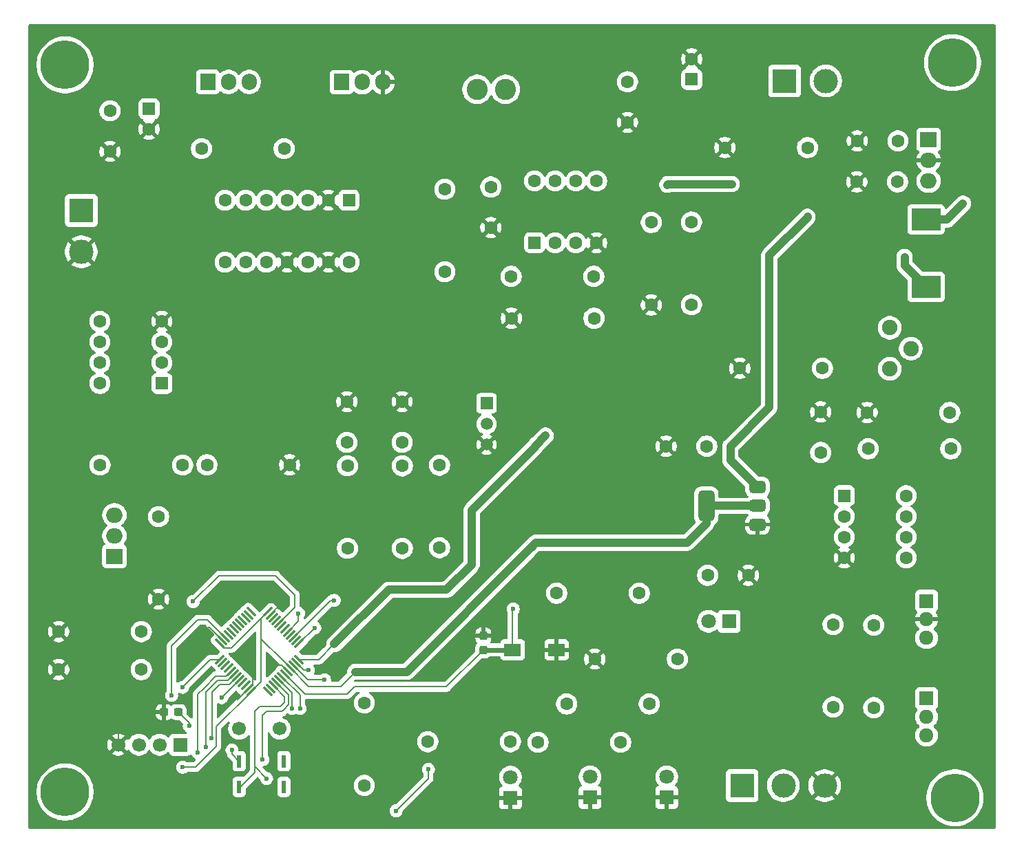
<source format=gbr>
%TF.GenerationSoftware,KiCad,Pcbnew,9.0.3-9.0.3-0~ubuntu24.04.1*%
%TF.CreationDate,2025-09-03T17:17:06-03:00*%
%TF.ProjectId,CargadorDeBaterias_rev2,43617267-6164-46f7-9244-654261746572,rev?*%
%TF.SameCoordinates,Original*%
%TF.FileFunction,Copper,L1,Top*%
%TF.FilePolarity,Positive*%
%FSLAX46Y46*%
G04 Gerber Fmt 4.6, Leading zero omitted, Abs format (unit mm)*
G04 Created by KiCad (PCBNEW 9.0.3-9.0.3-0~ubuntu24.04.1) date 2025-09-03 17:17:06*
%MOMM*%
%LPD*%
G01*
G04 APERTURE LIST*
G04 Aperture macros list*
%AMRoundRect*
0 Rectangle with rounded corners*
0 $1 Rounding radius*
0 $2 $3 $4 $5 $6 $7 $8 $9 X,Y pos of 4 corners*
0 Add a 4 corners polygon primitive as box body*
4,1,4,$2,$3,$4,$5,$6,$7,$8,$9,$2,$3,0*
0 Add four circle primitives for the rounded corners*
1,1,$1+$1,$2,$3*
1,1,$1+$1,$4,$5*
1,1,$1+$1,$6,$7*
1,1,$1+$1,$8,$9*
0 Add four rect primitives between the rounded corners*
20,1,$1+$1,$2,$3,$4,$5,0*
20,1,$1+$1,$4,$5,$6,$7,0*
20,1,$1+$1,$6,$7,$8,$9,0*
20,1,$1+$1,$8,$9,$2,$3,0*%
G04 Aperture macros list end*
%TA.AperFunction,ComponentPad*%
%ADD10C,1.600000*%
%TD*%
%TA.AperFunction,ComponentPad*%
%ADD11R,1.800000X1.800000*%
%TD*%
%TA.AperFunction,ComponentPad*%
%ADD12C,1.800000*%
%TD*%
%TA.AperFunction,SMDPad,CuDef*%
%ADD13RoundRect,0.237500X0.300000X0.237500X-0.300000X0.237500X-0.300000X-0.237500X0.300000X-0.237500X0*%
%TD*%
%TA.AperFunction,SMDPad,CuDef*%
%ADD14RoundRect,0.237500X0.237500X-0.300000X0.237500X0.300000X-0.237500X0.300000X-0.237500X-0.300000X0*%
%TD*%
%TA.AperFunction,ComponentPad*%
%ADD15R,2.000000X1.905000*%
%TD*%
%TA.AperFunction,ComponentPad*%
%ADD16O,2.000000X1.905000*%
%TD*%
%TA.AperFunction,ComponentPad*%
%ADD17RoundRect,0.250000X0.550000X-0.550000X0.550000X0.550000X-0.550000X0.550000X-0.550000X-0.550000X0*%
%TD*%
%TA.AperFunction,ComponentPad*%
%ADD18C,6.000000*%
%TD*%
%TA.AperFunction,SMDPad,CuDef*%
%ADD19RoundRect,0.075000X0.521491X-0.415425X-0.415425X0.521491X-0.521491X0.415425X0.415425X-0.521491X0*%
%TD*%
%TA.AperFunction,SMDPad,CuDef*%
%ADD20RoundRect,0.075000X0.521491X0.415425X0.415425X0.521491X-0.521491X-0.415425X-0.415425X-0.521491X0*%
%TD*%
%TA.AperFunction,ComponentPad*%
%ADD21R,3.000000X3.000000*%
%TD*%
%TA.AperFunction,ComponentPad*%
%ADD22C,3.000000*%
%TD*%
%TA.AperFunction,SMDPad,CuDef*%
%ADD23RoundRect,0.375000X0.625000X0.375000X-0.625000X0.375000X-0.625000X-0.375000X0.625000X-0.375000X0*%
%TD*%
%TA.AperFunction,SMDPad,CuDef*%
%ADD24RoundRect,0.500000X0.500000X1.400000X-0.500000X1.400000X-0.500000X-1.400000X0.500000X-1.400000X0*%
%TD*%
%TA.AperFunction,ComponentPad*%
%ADD25RoundRect,0.250000X0.550000X0.550000X-0.550000X0.550000X-0.550000X-0.550000X0.550000X-0.550000X0*%
%TD*%
%TA.AperFunction,ComponentPad*%
%ADD26R,1.700000X1.700000*%
%TD*%
%TA.AperFunction,ComponentPad*%
%ADD27C,1.700000*%
%TD*%
%TA.AperFunction,ComponentPad*%
%ADD28RoundRect,0.250000X-0.550000X-0.550000X0.550000X-0.550000X0.550000X0.550000X-0.550000X0.550000X0*%
%TD*%
%TA.AperFunction,ComponentPad*%
%ADD29R,1.905000X2.000000*%
%TD*%
%TA.AperFunction,ComponentPad*%
%ADD30O,1.905000X2.000000*%
%TD*%
%TA.AperFunction,SMDPad,CuDef*%
%ADD31R,2.000000X1.600000*%
%TD*%
%TA.AperFunction,ComponentPad*%
%ADD32R,1.800000X1.710000*%
%TD*%
%TA.AperFunction,ComponentPad*%
%ADD33O,1.800000X1.710000*%
%TD*%
%TA.AperFunction,SMDPad,CuDef*%
%ADD34R,3.600000X2.700000*%
%TD*%
%TA.AperFunction,ComponentPad*%
%ADD35RoundRect,0.250000X-0.550000X0.550000X-0.550000X-0.550000X0.550000X-0.550000X0.550000X0.550000X0*%
%TD*%
%TA.AperFunction,ComponentPad*%
%ADD36C,1.905000*%
%TD*%
%TA.AperFunction,ComponentPad*%
%ADD37C,2.600000*%
%TD*%
%TA.AperFunction,SMDPad,CuDef*%
%ADD38R,0.600000X1.500000*%
%TD*%
%TA.AperFunction,ComponentPad*%
%ADD39R,1.500000X1.500000*%
%TD*%
%TA.AperFunction,ComponentPad*%
%ADD40C,1.500000*%
%TD*%
%TA.AperFunction,ViaPad*%
%ADD41C,0.600000*%
%TD*%
%TA.AperFunction,Conductor*%
%ADD42C,1.000000*%
%TD*%
%TA.AperFunction,Conductor*%
%ADD43C,0.200000*%
%TD*%
%TA.AperFunction,Conductor*%
%ADD44C,0.600000*%
%TD*%
G04 APERTURE END LIST*
D10*
%TO.P,R30,1*%
%TO.N,Net-(U8-PB5)*%
X140700000Y-132600000D03*
%TO.P,R30,2*%
%TO.N,Net-(D2-A)*%
X150860000Y-132600000D03*
%TD*%
D11*
%TO.P,D2,1,K*%
%TO.N,GND*%
X150860000Y-139500000D03*
D12*
%TO.P,D2,2,A*%
%TO.N,Net-(D2-A)*%
X150860000Y-136960000D03*
%TD*%
D13*
%TO.P,C16,1*%
%TO.N,3.3V*%
X110012500Y-128950000D03*
%TO.P,C16,2*%
%TO.N,GND*%
X108287500Y-128950000D03*
%TD*%
D14*
%TO.P,C15,1*%
%TO.N,uCRESET*%
X147532500Y-121300000D03*
%TO.P,C15,2*%
%TO.N,GND*%
X147532500Y-119575000D03*
%TD*%
D10*
%TO.P,R31,1*%
%TO.N,Net-(U8-PB6)*%
X157770000Y-127950000D03*
%TO.P,R31,2*%
%TO.N,Net-(D7-A)*%
X167930000Y-127950000D03*
%TD*%
D15*
%TO.P,Q2,1,B*%
%TO.N,Net-(Q2-B)*%
X102175000Y-109780000D03*
D16*
%TO.P,Q2,2,C*%
%TO.N,Vpanel*%
X102175000Y-107240000D03*
%TO.P,Q2,3,E*%
%TO.N,VcurrentPan*%
X102175000Y-104700000D03*
%TD*%
D10*
%TO.P,R19,1*%
%TO.N,Net-(U4A--)*%
X161115000Y-75325000D03*
%TO.P,R19,2*%
%TO.N,V_I1*%
X150955000Y-75325000D03*
%TD*%
%TO.P,R5,1*%
%TO.N,Vpanel*%
X100395000Y-98550000D03*
%TO.P,R5,2*%
%TO.N,VfbPan*%
X110555000Y-98550000D03*
%TD*%
%TO.P,R8,1*%
%TO.N,Net-(C7-Pad1)*%
X130825000Y-108800000D03*
%TO.P,R8,2*%
%TO.N,Net-(U5-+)*%
X130825000Y-98640000D03*
%TD*%
D17*
%TO.P,U4,1*%
%TO.N,V_I1*%
X153830000Y-71190000D03*
D10*
%TO.P,U4,2,-*%
%TO.N,Net-(U4A--)*%
X156370000Y-71190000D03*
%TO.P,U4,3,+*%
%TO.N,Net-(J1-Pin_2)*%
X158910000Y-71190000D03*
%TO.P,U4,4,V-*%
%TO.N,GND*%
X161450000Y-71190000D03*
%TO.P,U4,5,+*%
%TO.N,unconnected-(U4B-+-Pad5)*%
X161450000Y-63570000D03*
%TO.P,U4,6,-*%
%TO.N,unconnected-(U4B---Pad6)*%
X158910000Y-63570000D03*
%TO.P,U4,7*%
%TO.N,unconnected-(U4-Pad7)*%
X156370000Y-63570000D03*
%TO.P,U4,8,V+*%
%TO.N,Vbat*%
X153830000Y-63570000D03*
%TD*%
D18*
%TO.P,H2,1*%
%TO.N,N/C*%
X96100000Y-49300000D03*
%TD*%
D19*
%TO.P,U8,1,VBAT*%
%TO.N,unconnected-(U8-VBAT-Pad1)*%
X120998788Y-126387876D03*
%TO.P,U8,2,PC13*%
%TO.N,unconnected-(U8-PC13-Pad2)*%
X121352342Y-126034322D03*
%TO.P,U8,3,PC14*%
%TO.N,PC14*%
X121705895Y-125680769D03*
%TO.P,U8,4,PC15*%
%TO.N,PC15*%
X122059449Y-125327215D03*
%TO.P,U8,5,PD0*%
%TO.N,OSCIN*%
X122413002Y-124973662D03*
%TO.P,U8,6,PD1*%
%TO.N,OSCOUT*%
X122766555Y-124620109D03*
%TO.P,U8,7,NRST*%
%TO.N,uCRESET*%
X123120109Y-124266555D03*
%TO.P,U8,8,VSSA*%
%TO.N,GND*%
X123473662Y-123913002D03*
%TO.P,U8,9,VDDA*%
%TO.N,3.3V*%
X123827215Y-123559449D03*
%TO.P,U8,10,PA0*%
%TO.N,Lin*%
X124180769Y-123205895D03*
%TO.P,U8,11,PA1*%
%TO.N,Vtest*%
X124534322Y-122852342D03*
%TO.P,U8,12,PA2*%
%TO.N,V_I1*%
X124887876Y-122498788D03*
D20*
%TO.P,U8,13,PA3*%
%TO.N,VfbPan*%
X124887876Y-120501212D03*
%TO.P,U8,14,PA4*%
%TO.N,unconnected-(U8-PA4-Pad14)*%
X124534322Y-120147658D03*
%TO.P,U8,15,PA5*%
%TO.N,Vfb*%
X124180769Y-119794105D03*
%TO.P,U8,16,PA6*%
%TO.N,unconnected-(U8-PA6-Pad16)*%
X123827215Y-119440551D03*
%TO.P,U8,17,PA7*%
%TO.N,VcurrentPan*%
X123473662Y-119086998D03*
%TO.P,U8,18,PB0*%
%TO.N,unconnected-(U8-PB0-Pad18)*%
X123120109Y-118733445D03*
%TO.P,U8,19,PB1*%
%TO.N,unconnected-(U8-PB1-Pad19)*%
X122766555Y-118379891D03*
%TO.P,U8,20,PB2*%
%TO.N,BOOT1*%
X122413002Y-118026338D03*
%TO.P,U8,21,PB10*%
%TO.N,unconnected-(U8-PB10-Pad21)*%
X122059449Y-117672785D03*
%TO.P,U8,22,PB11*%
%TO.N,unconnected-(U8-PB11-Pad22)*%
X121705895Y-117319231D03*
%TO.P,U8,23,VSS*%
%TO.N,GND*%
X121352342Y-116965678D03*
%TO.P,U8,24,VDD*%
%TO.N,3.3V*%
X120998788Y-116612124D03*
D19*
%TO.P,U8,25,PB12*%
%TO.N,unconnected-(U8-PB12-Pad25)*%
X119001212Y-116612124D03*
%TO.P,U8,26,PB13*%
%TO.N,unconnected-(U8-PB13-Pad26)*%
X118647658Y-116965678D03*
%TO.P,U8,27,PB14*%
%TO.N,unconnected-(U8-PB14-Pad27)*%
X118294105Y-117319231D03*
%TO.P,U8,28,PB15*%
%TO.N,unconnected-(U8-PB15-Pad28)*%
X117940551Y-117672785D03*
%TO.P,U8,29,PA8*%
%TO.N,unconnected-(U8-PA8-Pad29)*%
X117586998Y-118026338D03*
%TO.P,U8,30,PA9*%
%TO.N,unconnected-(U8-PA9-Pad30)*%
X117233445Y-118379891D03*
%TO.P,U8,31,PA10*%
%TO.N,unconnected-(U8-PA10-Pad31)*%
X116879891Y-118733445D03*
%TO.P,U8,32,PA11*%
%TO.N,unconnected-(U8-PA11-Pad32)*%
X116526338Y-119086998D03*
%TO.P,U8,33,PA12*%
%TO.N,unconnected-(U8-PA12-Pad33)*%
X116172785Y-119440551D03*
%TO.P,U8,34,PA13*%
%TO.N,SWIO*%
X115819231Y-119794105D03*
%TO.P,U8,35,VSS*%
%TO.N,GND*%
X115465678Y-120147658D03*
%TO.P,U8,36,VDD*%
%TO.N,3.3V*%
X115112124Y-120501212D03*
D20*
%TO.P,U8,37,PA14*%
%TO.N,SWCLK*%
X115112124Y-122498788D03*
%TO.P,U8,38,PA15*%
%TO.N,unconnected-(U8-PA15-Pad38)*%
X115465678Y-122852342D03*
%TO.P,U8,39,PB3*%
%TO.N,unconnected-(U8-PB3-Pad39)*%
X115819231Y-123205895D03*
%TO.P,U8,40,PB4*%
%TO.N,unconnected-(U8-PB4-Pad40)*%
X116172785Y-123559449D03*
%TO.P,U8,41,PB5*%
%TO.N,Net-(U8-PB5)*%
X116526338Y-123913002D03*
%TO.P,U8,42,PB6*%
%TO.N,Net-(U8-PB6)*%
X116879891Y-124266555D03*
%TO.P,U8,43,PB7*%
%TO.N,Net-(U8-PB7)*%
X117233445Y-124620109D03*
%TO.P,U8,44,BOOT0*%
%TO.N,BOOT0*%
X117586998Y-124973662D03*
%TO.P,U8,45,PB8*%
%TO.N,unconnected-(U8-PB8-Pad45)*%
X117940551Y-125327215D03*
%TO.P,U8,46,PB9*%
%TO.N,unconnected-(U8-PB9-Pad46)*%
X118294105Y-125680769D03*
%TO.P,U8,47,VSS*%
%TO.N,GND*%
X118647658Y-126034322D03*
%TO.P,U8,48,VDD*%
%TO.N,3.3V*%
X119001212Y-126387876D03*
%TD*%
D21*
%TO.P,J3,1,Pin_1*%
%TO.N,+28V*%
X179340000Y-138000000D03*
D22*
%TO.P,J3,2,Pin_2*%
%TO.N,GNDA*%
X184420000Y-138000000D03*
%TO.P,J3,3,Pin_3*%
%TO.N,GND*%
X189500000Y-138000000D03*
%TD*%
D23*
%TO.P,U9,1,GND*%
%TO.N,GND*%
X181250000Y-105875000D03*
%TO.P,U9,2,VO*%
%TO.N,3.3V*%
X181250000Y-103575000D03*
D24*
X174950000Y-103575000D03*
D23*
%TO.P,U9,3,VI*%
%TO.N,5V*%
X181250000Y-101275000D03*
%TD*%
D21*
%TO.P,J2,1,Pin_1*%
%TO.N,Vpanel*%
X98100000Y-67220000D03*
D22*
%TO.P,J2,2,Pin_2*%
%TO.N,GND*%
X98100000Y-72300000D03*
%TD*%
D25*
%TO.P,U5,1,VOS*%
%TO.N,unconnected-(U5-VOS-Pad1)*%
X108000000Y-88500000D03*
D10*
%TO.P,U5,2,-*%
%TO.N,VcurrentPan*%
X108000000Y-85960000D03*
%TO.P,U5,3,+*%
%TO.N,Net-(U5-+)*%
X108000000Y-83420000D03*
%TO.P,U5,4,V-*%
%TO.N,GND*%
X108000000Y-80880000D03*
%TO.P,U5,5,NC*%
%TO.N,unconnected-(U5-NC-Pad5)*%
X100380000Y-80880000D03*
%TO.P,U5,6*%
%TO.N,Net-(Q2-B)*%
X100380000Y-83420000D03*
%TO.P,U5,7,V+*%
%TO.N,Vbat*%
X100380000Y-85960000D03*
%TO.P,U5,8,VOS*%
%TO.N,unconnected-(U5-VOS-Pad8)*%
X100380000Y-88500000D03*
%TD*%
D26*
%TO.P,J4,1,Pin_1*%
%TO.N,3.3V*%
X110265000Y-132975000D03*
D27*
%TO.P,J4,2,Pin_2*%
%TO.N,SWIO*%
X107725000Y-132975000D03*
%TO.P,J4,3,Pin_3*%
%TO.N,SWCLK*%
X105185000Y-132975000D03*
%TO.P,J4,4,Pin_4*%
%TO.N,GND*%
X102645000Y-132975000D03*
%TD*%
D10*
%TO.P,C8,1*%
%TO.N,Net-(U5-+)*%
X130750000Y-95750000D03*
%TO.P,C8,2*%
%TO.N,GND*%
X130750000Y-90750000D03*
%TD*%
D28*
%TO.P,U7,1,VOS*%
%TO.N,unconnected-(U7-VOS-Pad1)*%
X191900000Y-102330000D03*
D10*
%TO.P,U7,2,-*%
%TO.N,GNDA*%
X191900000Y-104870000D03*
%TO.P,U7,3,+*%
%TO.N,Net-(U7-+)*%
X191900000Y-107410000D03*
%TO.P,U7,4,V-*%
%TO.N,GND*%
X191900000Y-109950000D03*
%TO.P,U7,5,NC*%
%TO.N,unconnected-(U7-NC-Pad5)*%
X199520000Y-109950000D03*
%TO.P,U7,6*%
%TO.N,Net-(Q4-B)*%
X199520000Y-107410000D03*
%TO.P,U7,7,V+*%
%TO.N,+28V*%
X199520000Y-104870000D03*
%TO.P,U7,8,VOS*%
%TO.N,unconnected-(U7-VOS-Pad8)*%
X199520000Y-102330000D03*
%TD*%
D29*
%TO.P,Q1,1,G*%
%TO.N,Net-(Q1-G)*%
X113645000Y-51400000D03*
D30*
%TO.P,Q1,2,D*%
%TO.N,Net-(Q1-D)*%
X116185000Y-51400000D03*
%TO.P,Q1,3,S*%
%TO.N,Vpanel*%
X118725000Y-51400000D03*
%TD*%
D10*
%TO.P,C13,1*%
%TO.N,5V*%
X175000000Y-96225000D03*
%TO.P,C13,2*%
%TO.N,GND*%
X170000000Y-96225000D03*
%TD*%
D31*
%TO.P,SW1,1,A*%
%TO.N,GND*%
X156532500Y-121300000D03*
%TO.P,SW1,2,B*%
%TO.N,uCRESET*%
X151132500Y-121300000D03*
%TD*%
D32*
%TO.P,Q5,1,E*%
%TO.N,Net-(Q5-E)*%
X202020000Y-115270000D03*
D33*
%TO.P,Q5,2,C*%
%TO.N,GND*%
X202020000Y-117550000D03*
%TO.P,Q5,3,B*%
%TO.N,Net-(Q4-B)*%
X202020000Y-119830000D03*
%TD*%
D10*
%TO.P,R26,1*%
%TO.N,3.3V*%
X166705000Y-114325000D03*
%TO.P,R26,2*%
%TO.N,uCRESET*%
X156545000Y-114325000D03*
%TD*%
D21*
%TO.P,J1,1,Pin_1*%
%TO.N,Vbat*%
X184560000Y-51275000D03*
D22*
%TO.P,J1,2,Pin_2*%
%TO.N,Net-(J1-Pin_2)*%
X189640000Y-51275000D03*
%TD*%
D10*
%TO.P,C3,1*%
%TO.N,Vpanel*%
X101625000Y-54950000D03*
%TO.P,C3,2*%
%TO.N,GND*%
X101625000Y-59950000D03*
%TD*%
D34*
%TO.P,L2,1,1*%
%TO.N,Vbat*%
X201975000Y-68325000D03*
%TO.P,L2,2,2*%
%TO.N,Net-(D1-A)*%
X201975000Y-76625000D03*
%TD*%
D10*
%TO.P,R7,1*%
%TO.N,Vtest*%
X137575000Y-108805000D03*
%TO.P,R7,2*%
%TO.N,Net-(C7-Pad1)*%
X137575000Y-98645000D03*
%TD*%
D18*
%TO.P,H3,1*%
%TO.N,N/C*%
X96100000Y-138800000D03*
%TD*%
D10*
%TO.P,R10,1*%
%TO.N,Vbat*%
X142805000Y-64595000D03*
%TO.P,R10,2*%
%TO.N,Net-(Q3-C)*%
X142805000Y-74755000D03*
%TD*%
D11*
%TO.P,D9,1,K*%
%TO.N,Net-(D9-K)*%
X177750000Y-117775000D03*
D12*
%TO.P,D9,2,A*%
%TO.N,3.3V*%
X175210000Y-117775000D03*
%TD*%
D17*
%TO.P,C1,1*%
%TO.N,Vbat*%
X173150000Y-51069888D03*
D10*
%TO.P,C1,2*%
%TO.N,GND*%
X173150000Y-48569888D03*
%TD*%
%TO.P,R20,1*%
%TO.N,GND*%
X150975000Y-80475000D03*
%TO.P,R20,2*%
%TO.N,Net-(U4A--)*%
X161135000Y-80475000D03*
%TD*%
%TO.P,C14,1*%
%TO.N,3.3V*%
X175100000Y-112125000D03*
%TO.P,C14,2*%
%TO.N,GND*%
X180100000Y-112125000D03*
%TD*%
%TO.P,R32,1*%
%TO.N,Net-(U8-PB7)*%
X154250000Y-132675000D03*
%TO.P,R32,2*%
%TO.N,Net-(D8-A)*%
X164410000Y-132675000D03*
%TD*%
%TO.P,C6,1*%
%TO.N,5V*%
X198450000Y-63700000D03*
%TO.P,C6,2*%
%TO.N,GND*%
X193450000Y-63700000D03*
%TD*%
D18*
%TO.P,H1,1*%
%TO.N,N/C*%
X205225000Y-49025000D03*
%TD*%
D27*
%TO.P,Y1,1,1*%
%TO.N,OSCOUT*%
X122500000Y-131000000D03*
%TO.P,Y1,2,2*%
%TO.N,OSCIN*%
X117500000Y-131000000D03*
%TD*%
D10*
%TO.P,R3,1*%
%TO.N,Vfb*%
X168175000Y-68695000D03*
%TO.P,R3,2*%
%TO.N,GND*%
X168175000Y-78855000D03*
%TD*%
%TO.P,R22,1*%
%TO.N,Net-(Q4-E)*%
X195520000Y-128410000D03*
%TO.P,R22,2*%
%TO.N,GNDA*%
X195520000Y-118250000D03*
%TD*%
%TO.P,C2,1*%
%TO.N,Vbat*%
X165250000Y-51375000D03*
%TO.P,C2,2*%
%TO.N,GND*%
X165250000Y-56375000D03*
%TD*%
%TO.P,R25,1*%
%TO.N,Net-(U7-+)*%
X204880000Y-92075000D03*
%TO.P,R25,2*%
%TO.N,GND*%
X194720000Y-92075000D03*
%TD*%
D11*
%TO.P,D7,1,K*%
%TO.N,GND*%
X160650000Y-139465000D03*
D12*
%TO.P,D7,2,A*%
%TO.N,Net-(D7-A)*%
X160650000Y-136925000D03*
%TD*%
D10*
%TO.P,C9,1*%
%TO.N,GND*%
X148455000Y-69325000D03*
%TO.P,C9,2*%
%TO.N,Vbat*%
X148455000Y-64325000D03*
%TD*%
%TO.P,R29,1*%
%TO.N,OSCIN*%
X132900000Y-137980000D03*
%TO.P,R29,2*%
%TO.N,OSCOUT*%
X132900000Y-127820000D03*
%TD*%
D18*
%TO.P,H4,1*%
%TO.N,N/C*%
X205500000Y-139500000D03*
%TD*%
D15*
%TO.P,U3,1,IN*%
%TO.N,Vbat*%
X202275000Y-58500000D03*
D16*
%TO.P,U3,2,GND*%
%TO.N,GND*%
X202275000Y-61040000D03*
%TO.P,U3,3,OUT*%
%TO.N,5V*%
X202275000Y-63580000D03*
%TD*%
D10*
%TO.P,R24,1*%
%TO.N,+28V*%
X205000000Y-96550000D03*
%TO.P,R24,2*%
%TO.N,Net-(U7-+)*%
X194840000Y-96550000D03*
%TD*%
%TO.P,R21,1*%
%TO.N,Net-(R21-Pad1)*%
X189225000Y-86650000D03*
%TO.P,R21,2*%
%TO.N,GND*%
X179065000Y-86650000D03*
%TD*%
D29*
%TO.P,D6,1,A*%
%TO.N,Net-(Q1-D)*%
X130095000Y-51425000D03*
D30*
%TO.P,D6,2,K*%
%TO.N,Net-(D6-K)*%
X132635000Y-51425000D03*
%TO.P,D6,3,A*%
%TO.N,GND*%
X135175000Y-51425000D03*
%TD*%
D32*
%TO.P,Q4,1,E*%
%TO.N,Net-(Q4-E)*%
X202020000Y-127270000D03*
D33*
%TO.P,Q4,2,C*%
%TO.N,+28V*%
X202020000Y-129550000D03*
%TO.P,Q4,3,B*%
%TO.N,Net-(Q4-B)*%
X202020000Y-131830000D03*
%TD*%
D10*
%TO.P,R1,1*%
%TO.N,Net-(J1-Pin_2)*%
X187380000Y-59475000D03*
%TO.P,R1,2*%
%TO.N,GND*%
X177220000Y-59475000D03*
%TD*%
D35*
%TO.P,C4,1*%
%TO.N,Vpanel*%
X106425000Y-54694888D03*
D10*
%TO.P,C4,2*%
%TO.N,GND*%
X106425000Y-57194888D03*
%TD*%
%TO.P,R27,1*%
%TO.N,BOOT0*%
X105475000Y-123725000D03*
%TO.P,R27,2*%
%TO.N,GND*%
X95315000Y-123725000D03*
%TD*%
%TO.P,R2,1*%
%TO.N,Vbat*%
X173125000Y-68645000D03*
%TO.P,R2,2*%
%TO.N,Vfb*%
X173125000Y-78805000D03*
%TD*%
%TO.P,R4,1*%
%TO.N,VcurrentPan*%
X107600000Y-104890000D03*
%TO.P,R4,2*%
%TO.N,GND*%
X107600000Y-115050000D03*
%TD*%
D36*
%TO.P,RV1,1,1*%
%TO.N,+28V*%
X197500000Y-81650000D03*
%TO.P,RV1,2,2*%
%TO.N,Net-(U6-FB)*%
X200085000Y-84211800D03*
%TO.P,RV1,3,3*%
%TO.N,Net-(R21-Pad1)*%
X197500000Y-86704600D03*
%TD*%
D37*
%TO.P,L1,1,1*%
%TO.N,Net-(D6-K)*%
X146750000Y-52300000D03*
%TO.P,L1,2,2*%
%TO.N,Vbat*%
X150250000Y-52300000D03*
%TD*%
D35*
%TO.P,U1,1,LO*%
%TO.N,Gate*%
X131020000Y-65945000D03*
D10*
%TO.P,U1,2,COM*%
%TO.N,GND*%
X128480000Y-65945000D03*
%TO.P,U1,3,VCC*%
%TO.N,Vpanel*%
X125940000Y-65945000D03*
%TO.P,U1,4,NC*%
%TO.N,unconnected-(U1-NC-Pad4)*%
X123400000Y-65945000D03*
%TO.P,U1,5,VS*%
%TO.N,unconnected-(U1-VS-Pad5)*%
X120860000Y-65945000D03*
%TO.P,U1,6,VB*%
%TO.N,unconnected-(U1-VB-Pad6)*%
X118320000Y-65945000D03*
%TO.P,U1,7,HO*%
%TO.N,unconnected-(U1-HO-Pad7)*%
X115780000Y-65945000D03*
%TO.P,U1,8,NC*%
%TO.N,unconnected-(U1-NC-Pad8)*%
X115780000Y-73565000D03*
%TO.P,U1,9,VDD*%
%TO.N,Vbat*%
X118320000Y-73565000D03*
%TO.P,U1,10,HIN*%
%TO.N,unconnected-(U1-HIN-Pad10)*%
X120860000Y-73565000D03*
%TO.P,U1,11,SD*%
%TO.N,GND*%
X123400000Y-73565000D03*
%TO.P,U1,12,LIN*%
%TO.N,Net-(Q3-C)*%
X125940000Y-73565000D03*
%TO.P,U1,13,VSS*%
%TO.N,GND*%
X128480000Y-73565000D03*
%TO.P,U1,14,NC*%
%TO.N,unconnected-(U1-NC-Pad14)*%
X131020000Y-73565000D03*
%TD*%
%TO.P,R11,1*%
%TO.N,Lin*%
X142150000Y-108730000D03*
%TO.P,R11,2*%
%TO.N,Net-(Q3-B)*%
X142150000Y-98570000D03*
%TD*%
%TO.P,C5,1*%
%TO.N,Vbat*%
X198500000Y-58650000D03*
%TO.P,C5,2*%
%TO.N,GND*%
X193500000Y-58650000D03*
%TD*%
D38*
%TO.P,Y2,1,1*%
%TO.N,PC14*%
X117500000Y-138150000D03*
%TO.P,Y2,2,2*%
%TO.N,unconnected-(Y2-Pad2)*%
X123000000Y-138150000D03*
%TO.P,Y2,3,3*%
%TO.N,unconnected-(Y2-Pad3)*%
X123000000Y-135000000D03*
%TO.P,Y2,4,4*%
%TO.N,PC15*%
X117500000Y-135000000D03*
%TD*%
D10*
%TO.P,R28,1*%
%TO.N,BOOT1*%
X105480000Y-119050000D03*
%TO.P,R28,2*%
%TO.N,GND*%
X95320000Y-119050000D03*
%TD*%
D11*
%TO.P,D8,1,K*%
%TO.N,GND*%
X170075000Y-139465000D03*
D12*
%TO.P,D8,2,A*%
%TO.N,Net-(D8-A)*%
X170075000Y-136925000D03*
%TD*%
D39*
%TO.P,Q3,1,C*%
%TO.N,Net-(Q3-C)*%
X147925000Y-90950000D03*
D40*
%TO.P,Q3,2,B*%
%TO.N,Net-(Q3-B)*%
X147925000Y-93490000D03*
%TO.P,Q3,3,E*%
%TO.N,GND*%
X147925000Y-96030000D03*
%TD*%
D10*
%TO.P,R9,1*%
%TO.N,Gate*%
X123030000Y-59600000D03*
%TO.P,R9,2*%
%TO.N,Net-(Q1-G)*%
X112870000Y-59600000D03*
%TD*%
%TO.P,C7,1*%
%TO.N,Net-(C7-Pad1)*%
X137550000Y-95750000D03*
%TO.P,C7,2*%
%TO.N,GND*%
X137550000Y-90750000D03*
%TD*%
%TO.P,C12,1*%
%TO.N,Net-(U7-+)*%
X189000000Y-97000000D03*
%TO.P,C12,2*%
%TO.N,GND*%
X189000000Y-92000000D03*
%TD*%
%TO.P,R23,1*%
%TO.N,GNDA*%
X190520000Y-128330000D03*
%TO.P,R23,2*%
%TO.N,Net-(Q5-E)*%
X190520000Y-118170000D03*
%TD*%
%TO.P,R33,1*%
%TO.N,Net-(D9-K)*%
X171380000Y-122425000D03*
%TO.P,R33,2*%
%TO.N,GND*%
X161220000Y-122425000D03*
%TD*%
%TO.P,R6,1*%
%TO.N,VfbPan*%
X113545000Y-98525000D03*
%TO.P,R6,2*%
%TO.N,GND*%
X123705000Y-98525000D03*
%TD*%
D41*
%TO.N,Vbat*%
X206500000Y-66375000D03*
%TO.N,5V*%
X187375000Y-68000000D03*
X177900000Y-96250000D03*
%TO.N,V_I1*%
X155175000Y-94925000D03*
%TO.N,VcurrentPan*%
X124800000Y-116800000D03*
%TO.N,Vfb*%
X129200000Y-115200000D03*
%TO.N,VfbPan*%
X126800000Y-118600000D03*
%TO.N,Vtest*%
X126000000Y-123800000D03*
%TO.N,Lin*%
X128000000Y-125000000D03*
%TO.N,3.3V*%
X110550000Y-135750000D03*
X171500000Y-108100000D03*
X111375000Y-130675000D03*
%TO.N,uCRESET*%
X151200000Y-116275000D03*
%TO.N,OSCIN*%
X124000000Y-128500000D03*
%TO.N,OSCOUT*%
X125000000Y-128500000D03*
%TO.N,PC14*%
X120875000Y-137125000D03*
%TO.N,PC15*%
X116625000Y-133625000D03*
X120400000Y-134800000D03*
%TO.N,Net-(D1-A)*%
X199325000Y-72950000D03*
%TO.N,SWCLK*%
X110550000Y-125900000D03*
%TO.N,SWIO*%
X109200000Y-126900000D03*
%TO.N,BOOT0*%
X115350000Y-127175000D03*
%TO.N,GND*%
X178025000Y-78225000D03*
X118500000Y-122900000D03*
X130700000Y-138350000D03*
X187270000Y-132580000D03*
X112900000Y-119300000D03*
X121500000Y-123200000D03*
X199050000Y-117550000D03*
X188270000Y-110080000D03*
X188975000Y-78650000D03*
%TO.N,BOOT1*%
X111850000Y-115350000D03*
%TO.N,Net-(U8-PB5)*%
X112400000Y-133925000D03*
X140775000Y-135975000D03*
X136800000Y-141100000D03*
%TO.N,Net-(U8-PB6)*%
X113425000Y-133250000D03*
%TO.N,Net-(U8-PB7)*%
X114100000Y-132200000D03*
%TO.N,Net-(J1-Pin_2)*%
X170150000Y-64050000D03*
X178075000Y-63975000D03*
%TD*%
D42*
%TO.N,Vbat*%
X204550000Y-68325000D02*
X206500000Y-66375000D01*
X201975000Y-68325000D02*
X204550000Y-68325000D01*
%TO.N,5V*%
X187375000Y-68000000D02*
X187375000Y-68050000D01*
X177900000Y-96250000D02*
X182675000Y-91475000D01*
X187375000Y-68050000D02*
X182675000Y-72750000D01*
X177900000Y-96250000D02*
X177900000Y-97925000D01*
X182675000Y-72750000D02*
X182675000Y-91375000D01*
X177900000Y-97925000D02*
X181250000Y-101275000D01*
X182675000Y-91475000D02*
X182675000Y-91375000D01*
%TO.N,V_I1*%
X153875000Y-96325000D02*
X146100000Y-104100000D01*
D43*
X127301212Y-122498788D02*
X129200000Y-120600000D01*
D42*
X135900000Y-113900000D02*
X129200000Y-120600000D01*
X153875000Y-96225000D02*
X153875000Y-96325000D01*
X146100000Y-104100000D02*
X146100000Y-110800000D01*
X143000000Y-113900000D02*
X135900000Y-113900000D01*
D43*
X124887876Y-122498788D02*
X127301212Y-122498788D01*
D42*
X146100000Y-110800000D02*
X143000000Y-113900000D01*
X155175000Y-94925000D02*
X153875000Y-96225000D01*
D43*
%TO.N,VcurrentPan*%
X124800000Y-117760660D02*
X124800000Y-116800000D01*
X123473662Y-119086998D02*
X124800000Y-117760660D01*
%TO.N,Vfb*%
X128774874Y-115200000D02*
X129200000Y-115200000D01*
X124180769Y-119794105D02*
X128774874Y-115200000D01*
%TO.N,VfbPan*%
X126789088Y-118600000D02*
X126800000Y-118600000D01*
X124887876Y-120501212D02*
X126789088Y-118600000D01*
%TO.N,Vtest*%
X125481980Y-123800000D02*
X126000000Y-123800000D01*
X124534322Y-122852342D02*
X125481980Y-123800000D01*
%TO.N,Lin*%
X124180769Y-123205895D02*
X125974874Y-125000000D01*
X125974874Y-125000000D02*
X128000000Y-125000000D01*
%TO.N,3.3V*%
X114700000Y-130750000D02*
X114700000Y-133175000D01*
D42*
X138100000Y-124000000D02*
X131800000Y-124000000D01*
D43*
X120998788Y-116612124D02*
X120200000Y-117410912D01*
X126067766Y-125800000D02*
X130000000Y-125800000D01*
D42*
X153012500Y-109087500D02*
X138100000Y-124000000D01*
D43*
X112125000Y-135750000D02*
X110550000Y-135750000D01*
D42*
X172575000Y-108100000D02*
X174950000Y-105725000D01*
D43*
X119001212Y-126387876D02*
X119950000Y-125439088D01*
D42*
X174950000Y-103575000D02*
X181250000Y-103575000D01*
X153600000Y-108500000D02*
X153012500Y-109087500D01*
D43*
X120200000Y-119932234D02*
X122950000Y-122682234D01*
X130000000Y-125800000D02*
X131800000Y-124000000D01*
X111375000Y-130312500D02*
X111375000Y-130675000D01*
D42*
X154000000Y-108100000D02*
X153012500Y-109087500D01*
D43*
X114700000Y-133175000D02*
X112125000Y-135750000D01*
X119001212Y-126448788D02*
X114700000Y-130750000D01*
X120200000Y-117410912D02*
X120200000Y-119932234D01*
X116564293Y-121046619D02*
X120200000Y-117410912D01*
X110012500Y-128950000D02*
X111375000Y-130312500D01*
X122950000Y-122682234D02*
X123827215Y-123559449D01*
D42*
X175000000Y-103625000D02*
X174950000Y-103575000D01*
X171500000Y-108100000D02*
X172575000Y-108100000D01*
D43*
X120200000Y-125189088D02*
X119950000Y-125439088D01*
X115112124Y-120501212D02*
X115657531Y-121046619D01*
X123827215Y-123559449D02*
X126067766Y-125800000D01*
D42*
X174950000Y-105725000D02*
X174950000Y-103575000D01*
D43*
X119001212Y-126387876D02*
X119001212Y-126448788D01*
D42*
X171500000Y-108100000D02*
X154000000Y-108100000D01*
D43*
X115657531Y-121046619D02*
X116564293Y-121046619D01*
X120200000Y-119932234D02*
X120200000Y-125189088D01*
%TO.N,uCRESET*%
X124853554Y-126003554D02*
X125600000Y-126750000D01*
X151132500Y-121300000D02*
X151132500Y-116342500D01*
X131675000Y-125850000D02*
X142982500Y-125850000D01*
X124853554Y-126000000D02*
X124853554Y-126003554D01*
D44*
X147532500Y-121300000D02*
X151132500Y-121300000D01*
D43*
X151007500Y-121175000D02*
X151132500Y-121300000D01*
X125600000Y-126750000D02*
X130775000Y-126750000D01*
X142982500Y-125850000D02*
X147532500Y-121300000D01*
X130775000Y-126750000D02*
X131675000Y-125850000D01*
X123120109Y-124266555D02*
X124853554Y-126000000D01*
X151132500Y-116342500D02*
X151200000Y-116275000D01*
%TO.N,OSCIN*%
X122413002Y-124973662D02*
X124000000Y-126560660D01*
X124000000Y-126560660D02*
X124000000Y-128500000D01*
%TO.N,OSCOUT*%
X125000000Y-128500000D02*
X125000000Y-126853554D01*
X125000000Y-126853554D02*
X122766555Y-124620109D01*
%TO.N,PC14*%
X117500000Y-138150000D02*
X117650000Y-138150000D01*
X123101000Y-127075874D02*
X121705895Y-125680769D01*
X119400000Y-136400000D02*
X119400000Y-135250000D01*
X120000000Y-128300000D02*
X122600000Y-128300000D01*
X120875000Y-137125000D02*
X119400000Y-135650000D01*
X119400000Y-135650000D02*
X119400000Y-135250000D01*
X123101000Y-127799000D02*
X123101000Y-127075874D01*
X117500000Y-138150000D02*
X117350000Y-138150000D01*
X119400000Y-128900000D02*
X120000000Y-128300000D01*
X122600000Y-128300000D02*
X123101000Y-127799000D01*
X117650000Y-138150000D02*
X119400000Y-136400000D01*
X119400000Y-135250000D02*
X119400000Y-128900000D01*
%TO.N,PC15*%
X123599000Y-127200000D02*
X123599000Y-127800000D01*
X120400000Y-134900000D02*
X120400000Y-134800000D01*
X116625000Y-133625000D02*
X116625000Y-134125000D01*
X123599000Y-126866766D02*
X123599000Y-127200000D01*
X123599000Y-128051057D02*
X123000000Y-128650057D01*
X123000000Y-128650057D02*
X122750057Y-128900000D01*
X122059449Y-125327215D02*
X123400000Y-126667766D01*
X116625000Y-134125000D02*
X117500000Y-135000000D01*
X120900000Y-128900000D02*
X120400000Y-129400000D01*
X120400000Y-129400000D02*
X120400000Y-134800000D01*
X122750057Y-128900000D02*
X120900000Y-128900000D01*
X123599000Y-127800000D02*
X123599000Y-128051057D01*
X123400000Y-126667766D02*
X123599000Y-126866766D01*
D42*
%TO.N,Net-(D1-A)*%
X199325000Y-73975000D02*
X201975000Y-76625000D01*
X199325000Y-72950000D02*
X199325000Y-73975000D01*
D43*
%TO.N,SWCLK*%
X113951212Y-122498788D02*
X110550000Y-125900000D01*
X115112124Y-122498788D02*
X113951212Y-122498788D01*
%TO.N,SWIO*%
X109200000Y-120800000D02*
X109200000Y-126900000D01*
X113625126Y-117600000D02*
X112400000Y-117600000D01*
X112400000Y-117600000D02*
X109200000Y-120800000D01*
X115819231Y-119794105D02*
X113625126Y-117600000D01*
%TO.N,BOOT0*%
X117586998Y-124973662D02*
X115830330Y-126730330D01*
X115385660Y-127175000D02*
X115350000Y-127175000D01*
X115830330Y-126730330D02*
X115385660Y-127175000D01*
%TO.N,GND*%
X121352342Y-116897658D02*
X122750000Y-115500000D01*
X122760660Y-123200000D02*
X121500000Y-123200000D01*
X102645000Y-129345000D02*
X102400000Y-129100000D01*
X113400000Y-118800000D02*
X112900000Y-119300000D01*
D42*
X192520000Y-114330000D02*
X196520000Y-114330000D01*
D43*
X119193066Y-125488914D02*
X119193066Y-123593066D01*
D42*
X188270000Y-110080000D02*
X192520000Y-114330000D01*
X196520000Y-114330000D02*
X199050000Y-116860000D01*
D43*
X123473662Y-123913002D02*
X122760660Y-123200000D01*
X113750000Y-118500000D02*
X113700000Y-118500000D01*
D42*
X188395000Y-110205000D02*
X188270000Y-110080000D01*
D43*
X117281980Y-127400000D02*
X118647658Y-126034322D01*
D42*
X188395000Y-111705000D02*
X188395000Y-110205000D01*
D43*
X119193066Y-123593066D02*
X118500000Y-122900000D01*
X123473662Y-123913002D02*
X124019070Y-124458410D01*
X121352342Y-116965678D02*
X121352342Y-116897658D01*
X115465678Y-120147658D02*
X113818020Y-118500000D01*
X102645000Y-132975000D02*
X102645000Y-129345000D01*
X118647658Y-126034322D02*
X119193066Y-125488914D01*
X113818020Y-118500000D02*
X113750000Y-118500000D01*
D42*
X187270000Y-112830000D02*
X188395000Y-111705000D01*
X199050000Y-116860000D02*
X199050000Y-117550000D01*
X187270000Y-132580000D02*
X187270000Y-112830000D01*
D43*
X113700000Y-118500000D02*
X113400000Y-118800000D01*
%TO.N,BOOT1*%
X123519670Y-116919670D02*
X124350000Y-116089340D01*
X122413002Y-118026338D02*
X123519670Y-116919670D01*
X115025000Y-112175000D02*
X111850000Y-115350000D01*
X120450000Y-112175000D02*
X115025000Y-112175000D01*
X124350000Y-114525000D02*
X122000000Y-112175000D01*
X122000000Y-112175000D02*
X120450000Y-112175000D01*
X124350000Y-116089340D02*
X124350000Y-114525000D01*
%TO.N,Net-(U8-PB5)*%
X114625000Y-124550000D02*
X113125000Y-126050000D01*
X140700000Y-137200000D02*
X140775000Y-137125000D01*
X136800000Y-141100000D02*
X140700000Y-137200000D01*
X114725000Y-124550000D02*
X114625000Y-124550000D01*
X115889340Y-124550000D02*
X114725000Y-124550000D01*
X112400000Y-126775000D02*
X112400000Y-133925000D01*
X140775000Y-137125000D02*
X140775000Y-135975000D01*
X113125000Y-126050000D02*
X112400000Y-126775000D01*
X116526338Y-123913002D02*
X115889340Y-124550000D01*
%TO.N,Net-(U8-PB6)*%
X116879891Y-124266555D02*
X116096446Y-125050000D01*
X113425000Y-126500000D02*
X113425000Y-133250000D01*
X116096446Y-125050000D02*
X114875000Y-125050000D01*
X114875000Y-125050000D02*
X113425000Y-126500000D01*
%TO.N,Net-(U8-PB7)*%
X116328554Y-125525000D02*
X115150000Y-125525000D01*
X114150000Y-132150000D02*
X114100000Y-132200000D01*
X114150000Y-127875000D02*
X114150000Y-132150000D01*
X117233445Y-124620109D02*
X116328554Y-125525000D01*
X114150000Y-126525000D02*
X114150000Y-127875000D01*
X115150000Y-125525000D02*
X114150000Y-126525000D01*
D42*
%TO.N,Net-(J1-Pin_2)*%
X178075000Y-63975000D02*
X170225000Y-63975000D01*
X170225000Y-63975000D02*
X170150000Y-64050000D01*
%TD*%
%TA.AperFunction,Conductor*%
%TO.N,GND*%
G36*
X117154855Y-126320751D02*
G01*
X117189199Y-126323208D01*
X117189867Y-126323578D01*
X117190260Y-126323610D01*
X117221081Y-126340807D01*
X117221179Y-126340882D01*
X117234893Y-126351405D01*
X117235064Y-126351476D01*
X117241538Y-126356415D01*
X117263346Y-126381222D01*
X117264967Y-126379979D01*
X117339002Y-126476462D01*
X117339010Y-126476471D01*
X117498403Y-126635864D01*
X117498411Y-126635871D01*
X117593407Y-126708765D01*
X117593973Y-126708969D01*
X117619225Y-126733628D01*
X117660662Y-126787631D01*
X117685855Y-126852800D01*
X117671816Y-126921245D01*
X117649966Y-126950797D01*
X114962181Y-129638583D01*
X114900858Y-129672068D01*
X114831166Y-129667084D01*
X114775233Y-129625212D01*
X114750816Y-129559748D01*
X114750500Y-129550902D01*
X114750500Y-127969168D01*
X114770185Y-127902129D01*
X114822989Y-127856374D01*
X114892147Y-127846430D01*
X114943392Y-127866067D01*
X114970812Y-127884389D01*
X114970827Y-127884397D01*
X115084024Y-127931284D01*
X115116503Y-127944737D01*
X115266131Y-127974500D01*
X115271153Y-127975499D01*
X115271156Y-127975500D01*
X115271158Y-127975500D01*
X115428844Y-127975500D01*
X115428845Y-127975499D01*
X115583497Y-127944737D01*
X115729179Y-127884394D01*
X115860289Y-127796789D01*
X115971789Y-127685289D01*
X116059394Y-127554179D01*
X116119737Y-127408497D01*
X116141783Y-127297662D01*
X116174166Y-127235756D01*
X116175655Y-127234238D01*
X116310849Y-127099046D01*
X116310848Y-127099046D01*
X116369417Y-127040477D01*
X117058186Y-126351707D01*
X117058701Y-126351426D01*
X117058990Y-126350910D01*
X117089329Y-126334702D01*
X117119507Y-126318224D01*
X117120096Y-126318266D01*
X117120617Y-126317988D01*
X117154855Y-126320751D01*
G37*
%TD.AperFunction*%
%TA.AperFunction,Conductor*%
G36*
X113392068Y-118220185D02*
G01*
X113412710Y-118236819D01*
X114441539Y-119265648D01*
X114475024Y-119326971D01*
X114470040Y-119396663D01*
X114452234Y-119428815D01*
X114437243Y-119448352D01*
X114411825Y-119470655D01*
X114412914Y-119472074D01*
X114316423Y-119546115D01*
X114316422Y-119546117D01*
X114157021Y-119705518D01*
X114087934Y-119795552D01*
X114087932Y-119795555D01*
X114029947Y-119935547D01*
X114029945Y-119935552D01*
X114014003Y-120056649D01*
X114010167Y-120085787D01*
X114023730Y-120188811D01*
X114029946Y-120236021D01*
X114029947Y-120236025D01*
X114087933Y-120376019D01*
X114157019Y-120466053D01*
X114157025Y-120466060D01*
X115103284Y-121412319D01*
X115136769Y-121473642D01*
X115131785Y-121543334D01*
X115103284Y-121587681D01*
X114828997Y-121861969D01*
X114767674Y-121895454D01*
X114741316Y-121898288D01*
X114030269Y-121898288D01*
X113872155Y-121898288D01*
X113719427Y-121939211D01*
X113719426Y-121939211D01*
X113719424Y-121939212D01*
X113719421Y-121939213D01*
X113669308Y-121968147D01*
X113669307Y-121968148D01*
X113625901Y-121993208D01*
X113582497Y-122018267D01*
X113582494Y-122018269D01*
X110535339Y-125065425D01*
X110474016Y-125098910D01*
X110471850Y-125099361D01*
X110316508Y-125130261D01*
X110316498Y-125130264D01*
X110170827Y-125190602D01*
X110170814Y-125190609D01*
X110039711Y-125278210D01*
X110039707Y-125278213D01*
X110012181Y-125305740D01*
X109950858Y-125339225D01*
X109881166Y-125334241D01*
X109825233Y-125292369D01*
X109800816Y-125226905D01*
X109800500Y-125218059D01*
X109800500Y-121100097D01*
X109820185Y-121033058D01*
X109836819Y-121012416D01*
X112612416Y-118236819D01*
X112673739Y-118203334D01*
X112700097Y-118200500D01*
X113325029Y-118200500D01*
X113392068Y-118220185D01*
G37*
%TD.AperFunction*%
%TA.AperFunction,Conductor*%
G36*
X119518834Y-119043826D02*
G01*
X119574767Y-119085698D01*
X119599184Y-119151162D01*
X119599500Y-119160008D01*
X119599500Y-119853173D01*
X119599499Y-119853177D01*
X119599499Y-120011291D01*
X119599500Y-120011294D01*
X119599500Y-124888989D01*
X119579815Y-124956028D01*
X119563181Y-124976670D01*
X119529667Y-125010184D01*
X119468344Y-125043669D01*
X119398652Y-125038685D01*
X119366500Y-125020879D01*
X119346963Y-125005888D01*
X119324674Y-124980462D01*
X119323244Y-124981560D01*
X119274181Y-124917621D01*
X119249208Y-124885076D01*
X119249207Y-124885075D01*
X119249200Y-124885067D01*
X119089807Y-124725674D01*
X119089798Y-124725666D01*
X118993315Y-124651631D01*
X118995181Y-124649198D01*
X118972131Y-124626132D01*
X118969690Y-124628006D01*
X118895653Y-124531521D01*
X118895646Y-124531513D01*
X118736253Y-124372120D01*
X118736244Y-124372112D01*
X118639761Y-124298077D01*
X118641627Y-124295644D01*
X118618577Y-124272578D01*
X118616136Y-124274452D01*
X118544646Y-124181286D01*
X118542101Y-124177969D01*
X118542100Y-124177968D01*
X118542093Y-124177960D01*
X118382700Y-124018567D01*
X118382691Y-124018559D01*
X118286208Y-123944524D01*
X118288074Y-123942091D01*
X118265024Y-123919025D01*
X118262583Y-123920899D01*
X118188547Y-123824415D01*
X118188540Y-123824407D01*
X118029147Y-123665014D01*
X118029138Y-123665006D01*
X117932655Y-123590971D01*
X117934521Y-123588538D01*
X117911471Y-123565472D01*
X117909030Y-123567346D01*
X117834993Y-123470861D01*
X117834986Y-123470853D01*
X117675593Y-123311460D01*
X117675584Y-123311452D01*
X117579101Y-123237417D01*
X117580967Y-123234984D01*
X117557917Y-123211918D01*
X117555476Y-123213792D01*
X117481440Y-123117308D01*
X117481433Y-123117300D01*
X117322040Y-122957907D01*
X117322031Y-122957899D01*
X117225548Y-122883864D01*
X117227414Y-122881431D01*
X117204364Y-122858365D01*
X117201923Y-122860239D01*
X117127887Y-122763755D01*
X117127880Y-122763747D01*
X116968487Y-122604354D01*
X116968478Y-122604346D01*
X116871995Y-122530311D01*
X116873861Y-122527878D01*
X116850811Y-122504812D01*
X116848370Y-122506686D01*
X116774333Y-122410201D01*
X116774326Y-122410193D01*
X116614933Y-122250800D01*
X116614924Y-122250792D01*
X116518441Y-122176757D01*
X116520307Y-122174324D01*
X116497257Y-122151258D01*
X116494816Y-122153132D01*
X116420780Y-122056648D01*
X116420773Y-122056640D01*
X116261380Y-121897247D01*
X116261375Y-121897243D01*
X116261371Y-121897239D01*
X116225210Y-121869492D01*
X116207529Y-121845276D01*
X116187906Y-121822630D01*
X116187148Y-121817364D01*
X116184011Y-121813067D01*
X116182228Y-121783143D01*
X116177962Y-121753472D01*
X116180172Y-121748631D01*
X116179856Y-121743321D01*
X116194532Y-121717186D01*
X116206987Y-121689916D01*
X116211463Y-121687038D01*
X116214069Y-121682400D01*
X116240545Y-121668349D01*
X116265765Y-121652142D01*
X116273063Y-121651092D01*
X116275786Y-121649648D01*
X116300700Y-121647119D01*
X116477624Y-121647119D01*
X116477640Y-121647120D01*
X116485236Y-121647120D01*
X116643347Y-121647120D01*
X116643350Y-121647120D01*
X116796078Y-121606196D01*
X116872539Y-121562051D01*
X116933009Y-121527139D01*
X117044813Y-121415335D01*
X117044813Y-121415333D01*
X117055017Y-121405130D01*
X117055020Y-121405125D01*
X119387821Y-119072325D01*
X119449142Y-119038842D01*
X119518834Y-119043826D01*
G37*
%TD.AperFunction*%
%TA.AperFunction,Conductor*%
G36*
X121005703Y-121587618D02*
G01*
X121012181Y-121593650D01*
X122449523Y-123030992D01*
X122449890Y-123031665D01*
X122450560Y-123032041D01*
X122466612Y-123062288D01*
X122483008Y-123092315D01*
X122482953Y-123093080D01*
X122483313Y-123093758D01*
X122480466Y-123127850D01*
X122478024Y-123162007D01*
X122477542Y-123162876D01*
X122477500Y-123163385D01*
X122460218Y-123194159D01*
X122445227Y-123213696D01*
X122419811Y-123235999D01*
X122420899Y-123237417D01*
X122324415Y-123311452D01*
X122165006Y-123470861D01*
X122090971Y-123567345D01*
X122088606Y-123565530D01*
X122065530Y-123588606D01*
X122067345Y-123590971D01*
X121970861Y-123665006D01*
X121811460Y-123824407D01*
X121811458Y-123824408D01*
X121737417Y-123920899D01*
X121735051Y-123919084D01*
X121711977Y-123942158D01*
X121713792Y-123944524D01*
X121617301Y-124018565D01*
X121617300Y-124018567D01*
X121457907Y-124177960D01*
X121457905Y-124177961D01*
X121383864Y-124274452D01*
X121381498Y-124272637D01*
X121358424Y-124295711D01*
X121360239Y-124298077D01*
X121263748Y-124372118D01*
X121263747Y-124372120D01*
X121104346Y-124531521D01*
X121031300Y-124626715D01*
X121031238Y-124626885D01*
X121031023Y-124627076D01*
X121030311Y-124628005D01*
X121030135Y-124627870D01*
X121018519Y-124638245D01*
X121006669Y-124651623D01*
X121006679Y-124651636D01*
X121006612Y-124651686D01*
X121006385Y-124651944D01*
X121000257Y-124656570D01*
X121000237Y-124656579D01*
X120999658Y-124657023D01*
X120999220Y-124657354D01*
X120995594Y-124658723D01*
X120993902Y-124660235D01*
X120993435Y-124660506D01*
X120992974Y-124659712D01*
X120967042Y-124669507D01*
X120934811Y-124681966D01*
X120934321Y-124681865D01*
X120933857Y-124682041D01*
X120900194Y-124674864D01*
X120866367Y-124667924D01*
X120866010Y-124667575D01*
X120865523Y-124667472D01*
X120841036Y-124643186D01*
X120816379Y-124619107D01*
X120816246Y-124618600D01*
X120815914Y-124618271D01*
X120814536Y-124612062D01*
X120800500Y-124558395D01*
X120800500Y-121681331D01*
X120820185Y-121614292D01*
X120872989Y-121568537D01*
X120942147Y-121558593D01*
X121005703Y-121587618D01*
G37*
%TD.AperFunction*%
%TA.AperFunction,Conductor*%
G36*
X210442539Y-44320185D02*
G01*
X210488294Y-44372989D01*
X210499500Y-44424500D01*
X210499500Y-143175500D01*
X210479815Y-143242539D01*
X210427011Y-143288294D01*
X210375500Y-143299500D01*
X91724500Y-143299500D01*
X91657461Y-143279815D01*
X91611706Y-143227011D01*
X91600500Y-143175500D01*
X91600500Y-138628031D01*
X92599500Y-138628031D01*
X92599500Y-138971969D01*
X92607185Y-139050000D01*
X92633210Y-139314249D01*
X92700308Y-139651572D01*
X92800150Y-139980706D01*
X92931770Y-140298464D01*
X92931772Y-140298469D01*
X93093893Y-140601775D01*
X93093904Y-140601793D01*
X93284975Y-140887751D01*
X93284985Y-140887765D01*
X93503176Y-141153632D01*
X93746367Y-141396823D01*
X93746372Y-141396827D01*
X93746373Y-141396828D01*
X94012240Y-141615019D01*
X94298213Y-141806100D01*
X94298222Y-141806105D01*
X94298224Y-141806106D01*
X94601530Y-141968227D01*
X94601532Y-141968227D01*
X94601538Y-141968231D01*
X94919295Y-142099850D01*
X95248422Y-142199690D01*
X95585750Y-142266789D01*
X95928031Y-142300500D01*
X95928034Y-142300500D01*
X96271966Y-142300500D01*
X96271969Y-142300500D01*
X96614250Y-142266789D01*
X96951578Y-142199690D01*
X97280705Y-142099850D01*
X97598462Y-141968231D01*
X97901787Y-141806100D01*
X98187760Y-141615019D01*
X98453627Y-141396828D01*
X98696828Y-141153627D01*
X98805546Y-141021153D01*
X135999500Y-141021153D01*
X135999500Y-141178846D01*
X136030261Y-141333489D01*
X136030264Y-141333501D01*
X136090602Y-141479172D01*
X136090609Y-141479185D01*
X136178210Y-141610288D01*
X136178213Y-141610292D01*
X136289707Y-141721786D01*
X136289711Y-141721789D01*
X136420814Y-141809390D01*
X136420827Y-141809397D01*
X136566498Y-141869735D01*
X136566503Y-141869737D01*
X136721153Y-141900499D01*
X136721156Y-141900500D01*
X136721158Y-141900500D01*
X136878844Y-141900500D01*
X136878845Y-141900499D01*
X137033497Y-141869737D01*
X137179179Y-141809394D01*
X137310289Y-141721789D01*
X137421789Y-141610289D01*
X137509394Y-141479179D01*
X137569737Y-141333497D01*
X137589113Y-141236085D01*
X137600638Y-141178150D01*
X137633023Y-141116239D01*
X137634519Y-141114715D01*
X141133506Y-137615727D01*
X141133511Y-137615724D01*
X141143714Y-137605520D01*
X141143716Y-137605520D01*
X141255520Y-137493716D01*
X141323927Y-137375231D01*
X141334577Y-137356785D01*
X141375501Y-137204057D01*
X141375501Y-137045943D01*
X141375501Y-137038348D01*
X141375500Y-137038330D01*
X141375500Y-136849778D01*
X149459500Y-136849778D01*
X149459500Y-137070222D01*
X149473350Y-137157669D01*
X149493985Y-137287952D01*
X149562103Y-137497603D01*
X149562104Y-137497606D01*
X149622290Y-137615724D01*
X149644351Y-137659022D01*
X149662187Y-137694025D01*
X149791752Y-137872358D01*
X149791756Y-137872363D01*
X149842316Y-137922923D01*
X149875801Y-137984246D01*
X149870817Y-138053938D01*
X149828945Y-138109871D01*
X149797969Y-138126785D01*
X149717918Y-138156643D01*
X149717906Y-138156649D01*
X149602812Y-138242809D01*
X149602809Y-138242812D01*
X149516649Y-138357906D01*
X149516645Y-138357913D01*
X149466403Y-138492620D01*
X149466401Y-138492627D01*
X149460000Y-138552155D01*
X149460000Y-139250000D01*
X150484722Y-139250000D01*
X150440667Y-139326306D01*
X150410000Y-139440756D01*
X150410000Y-139559244D01*
X150440667Y-139673694D01*
X150484722Y-139750000D01*
X149460000Y-139750000D01*
X149460000Y-140447844D01*
X149466401Y-140507372D01*
X149466403Y-140507379D01*
X149516645Y-140642086D01*
X149516649Y-140642093D01*
X149602809Y-140757187D01*
X149602812Y-140757190D01*
X149717906Y-140843350D01*
X149717913Y-140843354D01*
X149852620Y-140893596D01*
X149852627Y-140893598D01*
X149912155Y-140899999D01*
X149912172Y-140900000D01*
X150610000Y-140900000D01*
X150610000Y-139875277D01*
X150686306Y-139919333D01*
X150800756Y-139950000D01*
X150919244Y-139950000D01*
X151033694Y-139919333D01*
X151110000Y-139875277D01*
X151110000Y-140900000D01*
X151807828Y-140900000D01*
X151807844Y-140899999D01*
X151867372Y-140893598D01*
X151867379Y-140893596D01*
X152002086Y-140843354D01*
X152002093Y-140843350D01*
X152117187Y-140757190D01*
X152117190Y-140757187D01*
X152203350Y-140642093D01*
X152203354Y-140642086D01*
X152253596Y-140507379D01*
X152253598Y-140507372D01*
X152259999Y-140447844D01*
X152260000Y-140447827D01*
X152260000Y-139750000D01*
X151235278Y-139750000D01*
X151279333Y-139673694D01*
X151310000Y-139559244D01*
X151310000Y-139440756D01*
X151279333Y-139326306D01*
X151235278Y-139250000D01*
X152260000Y-139250000D01*
X152260000Y-138552172D01*
X152259999Y-138552155D01*
X152253598Y-138492627D01*
X152253596Y-138492620D01*
X152203354Y-138357913D01*
X152203350Y-138357906D01*
X152117190Y-138242812D01*
X152117187Y-138242809D01*
X152002093Y-138156649D01*
X152002087Y-138156646D01*
X151922030Y-138126786D01*
X151866097Y-138084914D01*
X151841680Y-138019450D01*
X151856532Y-137951177D01*
X151877681Y-137922925D01*
X151928242Y-137872365D01*
X152057815Y-137694022D01*
X152157895Y-137497606D01*
X152226015Y-137287951D01*
X152260500Y-137070222D01*
X152260500Y-136849778D01*
X152254957Y-136814778D01*
X159249500Y-136814778D01*
X159249500Y-137035222D01*
X159264952Y-137132781D01*
X159283985Y-137252952D01*
X159352103Y-137462603D01*
X159352104Y-137462606D01*
X159379070Y-137515528D01*
X159445777Y-137646446D01*
X159452187Y-137659025D01*
X159581752Y-137837358D01*
X159581756Y-137837363D01*
X159632316Y-137887923D01*
X159665801Y-137949246D01*
X159660817Y-138018938D01*
X159618945Y-138074871D01*
X159587969Y-138091785D01*
X159507918Y-138121643D01*
X159507906Y-138121649D01*
X159392812Y-138207809D01*
X159392809Y-138207812D01*
X159306649Y-138322906D01*
X159306645Y-138322913D01*
X159256403Y-138457620D01*
X159256401Y-138457627D01*
X159250000Y-138517155D01*
X159250000Y-139215000D01*
X160274722Y-139215000D01*
X160230667Y-139291306D01*
X160200000Y-139405756D01*
X160200000Y-139524244D01*
X160230667Y-139638694D01*
X160274722Y-139715000D01*
X159250000Y-139715000D01*
X159250000Y-140412844D01*
X159256401Y-140472372D01*
X159256403Y-140472379D01*
X159306645Y-140607086D01*
X159306649Y-140607093D01*
X159392809Y-140722187D01*
X159392812Y-140722190D01*
X159507906Y-140808350D01*
X159507913Y-140808354D01*
X159642620Y-140858596D01*
X159642627Y-140858598D01*
X159702155Y-140864999D01*
X159702172Y-140865000D01*
X160400000Y-140865000D01*
X160400000Y-139840277D01*
X160476306Y-139884333D01*
X160590756Y-139915000D01*
X160709244Y-139915000D01*
X160823694Y-139884333D01*
X160900000Y-139840277D01*
X160900000Y-140865000D01*
X161597828Y-140865000D01*
X161597844Y-140864999D01*
X161657372Y-140858598D01*
X161657379Y-140858596D01*
X161792086Y-140808354D01*
X161792093Y-140808350D01*
X161907187Y-140722190D01*
X161907190Y-140722187D01*
X161993350Y-140607093D01*
X161993354Y-140607086D01*
X162043596Y-140472379D01*
X162043598Y-140472372D01*
X162049999Y-140412844D01*
X162050000Y-140412827D01*
X162050000Y-139715000D01*
X161025278Y-139715000D01*
X161069333Y-139638694D01*
X161100000Y-139524244D01*
X161100000Y-139405756D01*
X161069333Y-139291306D01*
X161025278Y-139215000D01*
X162050000Y-139215000D01*
X162050000Y-138517172D01*
X162049999Y-138517155D01*
X162043598Y-138457627D01*
X162043596Y-138457620D01*
X161993354Y-138322913D01*
X161993350Y-138322906D01*
X161907190Y-138207812D01*
X161907187Y-138207809D01*
X161792093Y-138121649D01*
X161792087Y-138121646D01*
X161712030Y-138091786D01*
X161656097Y-138049914D01*
X161631680Y-137984450D01*
X161646532Y-137916177D01*
X161667681Y-137887925D01*
X161718242Y-137837365D01*
X161847815Y-137659022D01*
X161947895Y-137462606D01*
X162016015Y-137252951D01*
X162050500Y-137035222D01*
X162050500Y-136814778D01*
X168674500Y-136814778D01*
X168674500Y-137035222D01*
X168689952Y-137132781D01*
X168708985Y-137252952D01*
X168777103Y-137462603D01*
X168777104Y-137462606D01*
X168804070Y-137515528D01*
X168870777Y-137646446D01*
X168877187Y-137659025D01*
X169006752Y-137837358D01*
X169006756Y-137837363D01*
X169057316Y-137887923D01*
X169090801Y-137949246D01*
X169085817Y-138018938D01*
X169043945Y-138074871D01*
X169012969Y-138091785D01*
X168932918Y-138121643D01*
X168932906Y-138121649D01*
X168817812Y-138207809D01*
X168817809Y-138207812D01*
X168731649Y-138322906D01*
X168731645Y-138322913D01*
X168681403Y-138457620D01*
X168681401Y-138457627D01*
X168675000Y-138517155D01*
X168675000Y-139215000D01*
X169699722Y-139215000D01*
X169655667Y-139291306D01*
X169625000Y-139405756D01*
X169625000Y-139524244D01*
X169655667Y-139638694D01*
X169699722Y-139715000D01*
X168675000Y-139715000D01*
X168675000Y-140412844D01*
X168681401Y-140472372D01*
X168681403Y-140472379D01*
X168731645Y-140607086D01*
X168731649Y-140607093D01*
X168817809Y-140722187D01*
X168817812Y-140722190D01*
X168932906Y-140808350D01*
X168932913Y-140808354D01*
X169067620Y-140858596D01*
X169067627Y-140858598D01*
X169127155Y-140864999D01*
X169127172Y-140865000D01*
X169825000Y-140865000D01*
X169825000Y-139840277D01*
X169901306Y-139884333D01*
X170015756Y-139915000D01*
X170134244Y-139915000D01*
X170248694Y-139884333D01*
X170325000Y-139840277D01*
X170325000Y-140865000D01*
X171022828Y-140865000D01*
X171022844Y-140864999D01*
X171082372Y-140858598D01*
X171082379Y-140858596D01*
X171217086Y-140808354D01*
X171217093Y-140808350D01*
X171332187Y-140722190D01*
X171332190Y-140722187D01*
X171418350Y-140607093D01*
X171418354Y-140607086D01*
X171468596Y-140472379D01*
X171468598Y-140472372D01*
X171474999Y-140412844D01*
X171475000Y-140412827D01*
X171475000Y-139715000D01*
X170450278Y-139715000D01*
X170494333Y-139638694D01*
X170525000Y-139524244D01*
X170525000Y-139405756D01*
X170494333Y-139291306D01*
X170450278Y-139215000D01*
X171475000Y-139215000D01*
X171475000Y-138517172D01*
X171474999Y-138517155D01*
X171468598Y-138457627D01*
X171468596Y-138457620D01*
X171418354Y-138322913D01*
X171418350Y-138322906D01*
X171332190Y-138207812D01*
X171332187Y-138207809D01*
X171217093Y-138121649D01*
X171217087Y-138121646D01*
X171137030Y-138091786D01*
X171081097Y-138049914D01*
X171056680Y-137984450D01*
X171071532Y-137916177D01*
X171092681Y-137887925D01*
X171143242Y-137837365D01*
X171272815Y-137659022D01*
X171372895Y-137462606D01*
X171441015Y-137252951D01*
X171475500Y-137035222D01*
X171475500Y-136814778D01*
X171441015Y-136597049D01*
X171407502Y-136493904D01*
X171405299Y-136487124D01*
X171405298Y-136487122D01*
X171404702Y-136485289D01*
X171393930Y-136452135D01*
X177339500Y-136452135D01*
X177339500Y-139547870D01*
X177339501Y-139547876D01*
X177345908Y-139607483D01*
X177396202Y-139742328D01*
X177396206Y-139742335D01*
X177482452Y-139857544D01*
X177482455Y-139857547D01*
X177597664Y-139943793D01*
X177597671Y-139943797D01*
X177732517Y-139994091D01*
X177732516Y-139994091D01*
X177739444Y-139994835D01*
X177792127Y-140000500D01*
X180887872Y-140000499D01*
X180947483Y-139994091D01*
X181082331Y-139943796D01*
X181197546Y-139857546D01*
X181283796Y-139742331D01*
X181334091Y-139607483D01*
X181340500Y-139547873D01*
X181340499Y-137868872D01*
X182419500Y-137868872D01*
X182419500Y-138131127D01*
X182444274Y-138319293D01*
X182453730Y-138391116D01*
X182496880Y-138552155D01*
X182521602Y-138644418D01*
X182521605Y-138644428D01*
X182621953Y-138886690D01*
X182621958Y-138886700D01*
X182753075Y-139113803D01*
X182912718Y-139321851D01*
X182912726Y-139321860D01*
X183098140Y-139507274D01*
X183098148Y-139507281D01*
X183306196Y-139666924D01*
X183533299Y-139798041D01*
X183533309Y-139798046D01*
X183775571Y-139898394D01*
X183775581Y-139898398D01*
X184028884Y-139966270D01*
X184277188Y-139998960D01*
X184288864Y-140000498D01*
X184288880Y-140000500D01*
X184288887Y-140000500D01*
X184551113Y-140000500D01*
X184551120Y-140000500D01*
X184811116Y-139966270D01*
X185064419Y-139898398D01*
X185306697Y-139798043D01*
X185533803Y-139666924D01*
X185741851Y-139507282D01*
X185741855Y-139507277D01*
X185741860Y-139507274D01*
X185927274Y-139321860D01*
X185927277Y-139321855D01*
X185927282Y-139321851D01*
X186086924Y-139113803D01*
X186218043Y-138886697D01*
X186318398Y-138644419D01*
X186386270Y-138391116D01*
X186420500Y-138131120D01*
X186420500Y-137868905D01*
X187500000Y-137868905D01*
X187500000Y-138131094D01*
X187534220Y-138391009D01*
X187534222Y-138391020D01*
X187602075Y-138644255D01*
X187702404Y-138886471D01*
X187702409Y-138886482D01*
X187833488Y-139113516D01*
X187833494Y-139113524D01*
X187920080Y-139226365D01*
X188814767Y-138331677D01*
X188826497Y-138359995D01*
X188909670Y-138484472D01*
X189015528Y-138590330D01*
X189140005Y-138673503D01*
X189168320Y-138685231D01*
X188273633Y-139579917D01*
X188273633Y-139579918D01*
X188386475Y-139666505D01*
X188386483Y-139666511D01*
X188613517Y-139797590D01*
X188613528Y-139797595D01*
X188855744Y-139897924D01*
X189108979Y-139965777D01*
X189108990Y-139965779D01*
X189368905Y-139999999D01*
X189368920Y-140000000D01*
X189631080Y-140000000D01*
X189631094Y-139999999D01*
X189891009Y-139965779D01*
X189891020Y-139965777D01*
X190144255Y-139897924D01*
X190386471Y-139797595D01*
X190386482Y-139797590D01*
X190613516Y-139666511D01*
X190613534Y-139666499D01*
X190726365Y-139579919D01*
X190726365Y-139579917D01*
X190474482Y-139328034D01*
X201999500Y-139328034D01*
X201999500Y-139671965D01*
X202033210Y-140014249D01*
X202100308Y-140351572D01*
X202200150Y-140680706D01*
X202331770Y-140998464D01*
X202331772Y-140998469D01*
X202493893Y-141301775D01*
X202493904Y-141301793D01*
X202684975Y-141587751D01*
X202684985Y-141587765D01*
X202903176Y-141853632D01*
X203146367Y-142096823D01*
X203146372Y-142096827D01*
X203146373Y-142096828D01*
X203412240Y-142315019D01*
X203698213Y-142506100D01*
X203698222Y-142506105D01*
X203698224Y-142506106D01*
X204001530Y-142668227D01*
X204001532Y-142668227D01*
X204001538Y-142668231D01*
X204319295Y-142799850D01*
X204648422Y-142899690D01*
X204985750Y-142966789D01*
X205328031Y-143000500D01*
X205328034Y-143000500D01*
X205671966Y-143000500D01*
X205671969Y-143000500D01*
X206014250Y-142966789D01*
X206351578Y-142899690D01*
X206680705Y-142799850D01*
X206998462Y-142668231D01*
X207301787Y-142506100D01*
X207587760Y-142315019D01*
X207853627Y-142096828D01*
X208096828Y-141853627D01*
X208315019Y-141587760D01*
X208506100Y-141301787D01*
X208668231Y-140998462D01*
X208799850Y-140680705D01*
X208899690Y-140351578D01*
X208966789Y-140014250D01*
X209000500Y-139671969D01*
X209000500Y-139328031D01*
X208966789Y-138985750D01*
X208899690Y-138648422D01*
X208799850Y-138319295D01*
X208668231Y-138001538D01*
X208667409Y-138000001D01*
X208506106Y-137698224D01*
X208506105Y-137698222D01*
X208506100Y-137698213D01*
X208315019Y-137412240D01*
X208096828Y-137146373D01*
X208096827Y-137146372D01*
X208096823Y-137146367D01*
X207853632Y-136903176D01*
X207587765Y-136684985D01*
X207587764Y-136684984D01*
X207587760Y-136684981D01*
X207301787Y-136493900D01*
X207301782Y-136493897D01*
X207301775Y-136493893D01*
X206998469Y-136331772D01*
X206998464Y-136331770D01*
X206944885Y-136309577D01*
X206825894Y-136260289D01*
X206680706Y-136200150D01*
X206351572Y-136100308D01*
X206014248Y-136033210D01*
X206014249Y-136033210D01*
X205756456Y-136007821D01*
X205671969Y-135999500D01*
X205328031Y-135999500D01*
X205262958Y-136005909D01*
X204985750Y-136033210D01*
X204648427Y-136100308D01*
X204319293Y-136200150D01*
X204001535Y-136331770D01*
X204001530Y-136331772D01*
X203698224Y-136493893D01*
X203698206Y-136493904D01*
X203412248Y-136684975D01*
X203412234Y-136684985D01*
X203146367Y-136903176D01*
X202903176Y-137146367D01*
X202684985Y-137412234D01*
X202684975Y-137412248D01*
X202493904Y-137698206D01*
X202493893Y-137698224D01*
X202331772Y-138001530D01*
X202331770Y-138001535D01*
X202200150Y-138319293D01*
X202100308Y-138648427D01*
X202033210Y-138985750D01*
X202013565Y-139185220D01*
X202000858Y-139314250D01*
X201999500Y-139328034D01*
X190474482Y-139328034D01*
X189831679Y-138685231D01*
X189859995Y-138673503D01*
X189984472Y-138590330D01*
X190090330Y-138484472D01*
X190173503Y-138359995D01*
X190185231Y-138331679D01*
X191079917Y-139226365D01*
X191079920Y-139226365D01*
X191166499Y-139113534D01*
X191166511Y-139113516D01*
X191297590Y-138886482D01*
X191297595Y-138886471D01*
X191397924Y-138644255D01*
X191465777Y-138391020D01*
X191465779Y-138391009D01*
X191499999Y-138131094D01*
X191500000Y-138131080D01*
X191500000Y-137868919D01*
X191499999Y-137868905D01*
X191465779Y-137608990D01*
X191465777Y-137608979D01*
X191397924Y-137355744D01*
X191297595Y-137113528D01*
X191297590Y-137113517D01*
X191166511Y-136886483D01*
X191166505Y-136886475D01*
X191079918Y-136773633D01*
X191079917Y-136773633D01*
X190185231Y-137668320D01*
X190173503Y-137640005D01*
X190090330Y-137515528D01*
X189984472Y-137409670D01*
X189859995Y-137326497D01*
X189831677Y-137314767D01*
X190726365Y-136420080D01*
X190613524Y-136333494D01*
X190613516Y-136333488D01*
X190386482Y-136202409D01*
X190386471Y-136202404D01*
X190144255Y-136102075D01*
X189891020Y-136034222D01*
X189891009Y-136034220D01*
X189631094Y-136000000D01*
X189368905Y-136000000D01*
X189108990Y-136034220D01*
X189108979Y-136034222D01*
X188855744Y-136102075D01*
X188613528Y-136202404D01*
X188613517Y-136202409D01*
X188386471Y-136333496D01*
X188273633Y-136420079D01*
X188273633Y-136420080D01*
X189168321Y-137314768D01*
X189140005Y-137326497D01*
X189015528Y-137409670D01*
X188909670Y-137515528D01*
X188826497Y-137640005D01*
X188814768Y-137668321D01*
X187920080Y-136773633D01*
X187920079Y-136773633D01*
X187833496Y-136886471D01*
X187702409Y-137113517D01*
X187702404Y-137113528D01*
X187602075Y-137355744D01*
X187534222Y-137608979D01*
X187534220Y-137608990D01*
X187500000Y-137868905D01*
X186420500Y-137868905D01*
X186420500Y-137868880D01*
X186386270Y-137608884D01*
X186318398Y-137355581D01*
X186306351Y-137326497D01*
X186218046Y-137113309D01*
X186218041Y-137113299D01*
X186086924Y-136886196D01*
X185953441Y-136712240D01*
X185927282Y-136678149D01*
X185927281Y-136678148D01*
X185927274Y-136678140D01*
X185741860Y-136492726D01*
X185741851Y-136492718D01*
X185533803Y-136333075D01*
X185306700Y-136201958D01*
X185306690Y-136201953D01*
X185064428Y-136101605D01*
X185064421Y-136101603D01*
X185064419Y-136101602D01*
X184811116Y-136033730D01*
X184753339Y-136026123D01*
X184551127Y-135999500D01*
X184551120Y-135999500D01*
X184288880Y-135999500D01*
X184288872Y-135999500D01*
X184057772Y-136029926D01*
X184028884Y-136033730D01*
X183781929Y-136099901D01*
X183775581Y-136101602D01*
X183775571Y-136101605D01*
X183533309Y-136201953D01*
X183533299Y-136201958D01*
X183306196Y-136333075D01*
X183098148Y-136492718D01*
X182912718Y-136678148D01*
X182753075Y-136886196D01*
X182621958Y-137113299D01*
X182621953Y-137113309D01*
X182521605Y-137355571D01*
X182521602Y-137355581D01*
X182453730Y-137608884D01*
X182452360Y-137619293D01*
X182419500Y-137868872D01*
X181340499Y-137868872D01*
X181340499Y-136452128D01*
X181334091Y-136392517D01*
X181332180Y-136387394D01*
X181283797Y-136257671D01*
X181283793Y-136257664D01*
X181197547Y-136142455D01*
X181197544Y-136142452D01*
X181082335Y-136056206D01*
X181082328Y-136056202D01*
X180947482Y-136005908D01*
X180947483Y-136005908D01*
X180887883Y-135999501D01*
X180887881Y-135999500D01*
X180887873Y-135999500D01*
X180887864Y-135999500D01*
X177792129Y-135999500D01*
X177792123Y-135999501D01*
X177732516Y-136005908D01*
X177597671Y-136056202D01*
X177597664Y-136056206D01*
X177482455Y-136142452D01*
X177482452Y-136142455D01*
X177396206Y-136257664D01*
X177396202Y-136257671D01*
X177345908Y-136392517D01*
X177339501Y-136452116D01*
X177339501Y-136452123D01*
X177339500Y-136452135D01*
X171393930Y-136452135D01*
X171383515Y-136420079D01*
X171372897Y-136387399D01*
X171372895Y-136387393D01*
X171333244Y-136309576D01*
X171272815Y-136190978D01*
X171237561Y-136142455D01*
X171143247Y-136012641D01*
X171143243Y-136012636D01*
X170987363Y-135856756D01*
X170987358Y-135856752D01*
X170809025Y-135727187D01*
X170809024Y-135727186D01*
X170809022Y-135727185D01*
X170716086Y-135679831D01*
X170612606Y-135627104D01*
X170612603Y-135627103D01*
X170402952Y-135558985D01*
X170294086Y-135541742D01*
X170185222Y-135524500D01*
X169964778Y-135524500D01*
X169892201Y-135535995D01*
X169747047Y-135558985D01*
X169537396Y-135627103D01*
X169537393Y-135627104D01*
X169340974Y-135727187D01*
X169162641Y-135856752D01*
X169162636Y-135856756D01*
X169006756Y-136012636D01*
X169006752Y-136012641D01*
X168877187Y-136190974D01*
X168777104Y-136387393D01*
X168777103Y-136387396D01*
X168708985Y-136597047D01*
X168696141Y-136678140D01*
X168674500Y-136814778D01*
X162050500Y-136814778D01*
X162016015Y-136597049D01*
X161968928Y-136452127D01*
X161947896Y-136387396D01*
X161947895Y-136387393D01*
X161908244Y-136309576D01*
X161847815Y-136190978D01*
X161812561Y-136142455D01*
X161718247Y-136012641D01*
X161718243Y-136012636D01*
X161562363Y-135856756D01*
X161562358Y-135856752D01*
X161384025Y-135727187D01*
X161384024Y-135727186D01*
X161384022Y-135727185D01*
X161291086Y-135679831D01*
X161187606Y-135627104D01*
X161187603Y-135627103D01*
X160977952Y-135558985D01*
X160869086Y-135541742D01*
X160760222Y-135524500D01*
X160539778Y-135524500D01*
X160467201Y-135535995D01*
X160322047Y-135558985D01*
X160112396Y-135627103D01*
X160112393Y-135627104D01*
X159915974Y-135727187D01*
X159737641Y-135856752D01*
X159737636Y-135856756D01*
X159581756Y-136012636D01*
X159581752Y-136012641D01*
X159452187Y-136190974D01*
X159352104Y-136387393D01*
X159352103Y-136387396D01*
X159283985Y-136597047D01*
X159271141Y-136678140D01*
X159249500Y-136814778D01*
X152254957Y-136814778D01*
X152226015Y-136632049D01*
X152169916Y-136459390D01*
X152157896Y-136422396D01*
X152157895Y-136422393D01*
X152112598Y-136333494D01*
X152057815Y-136225978D01*
X152014922Y-136166940D01*
X151928247Y-136047641D01*
X151928243Y-136047636D01*
X151772363Y-135891756D01*
X151772358Y-135891752D01*
X151594025Y-135762187D01*
X151594024Y-135762186D01*
X151594022Y-135762185D01*
X151525331Y-135727185D01*
X151397606Y-135662104D01*
X151397603Y-135662103D01*
X151187952Y-135593985D01*
X151042470Y-135570943D01*
X150970222Y-135559500D01*
X150749778Y-135559500D01*
X150685157Y-135569735D01*
X150532047Y-135593985D01*
X150322396Y-135662103D01*
X150322393Y-135662104D01*
X150125974Y-135762187D01*
X149947641Y-135891752D01*
X149947636Y-135891756D01*
X149791756Y-136047636D01*
X149791752Y-136047641D01*
X149662187Y-136225974D01*
X149562104Y-136422393D01*
X149562103Y-136422396D01*
X149493985Y-136632047D01*
X149471378Y-136774781D01*
X149459500Y-136849778D01*
X141375500Y-136849778D01*
X141375500Y-136554765D01*
X141395185Y-136487726D01*
X141396398Y-136485874D01*
X141414090Y-136459397D01*
X141484394Y-136354179D01*
X141485918Y-136350501D01*
X141510159Y-136291976D01*
X141544737Y-136208497D01*
X141575500Y-136053842D01*
X141575500Y-135896158D01*
X141575500Y-135896155D01*
X141575499Y-135896153D01*
X141555950Y-135797873D01*
X141544737Y-135741503D01*
X141519192Y-135679831D01*
X141484397Y-135595827D01*
X141484390Y-135595814D01*
X141396789Y-135464711D01*
X141396786Y-135464707D01*
X141285292Y-135353213D01*
X141285288Y-135353210D01*
X141154185Y-135265609D01*
X141154172Y-135265602D01*
X141008501Y-135205264D01*
X141008489Y-135205261D01*
X140853845Y-135174500D01*
X140853842Y-135174500D01*
X140696158Y-135174500D01*
X140696155Y-135174500D01*
X140541510Y-135205261D01*
X140541498Y-135205264D01*
X140395827Y-135265602D01*
X140395814Y-135265609D01*
X140264711Y-135353210D01*
X140264707Y-135353213D01*
X140153213Y-135464707D01*
X140153210Y-135464711D01*
X140065609Y-135595814D01*
X140065602Y-135595827D01*
X140005264Y-135741498D01*
X140005261Y-135741510D01*
X139974500Y-135896153D01*
X139974500Y-136053846D01*
X140005261Y-136208489D01*
X140005264Y-136208501D01*
X140065602Y-136354172D01*
X140065609Y-136354185D01*
X140153602Y-136485874D01*
X140174480Y-136552551D01*
X140174500Y-136554765D01*
X140174500Y-136824903D01*
X140154815Y-136891942D01*
X140138181Y-136912584D01*
X136785339Y-140265425D01*
X136724016Y-140298910D01*
X136721850Y-140299361D01*
X136566508Y-140330261D01*
X136566498Y-140330264D01*
X136420827Y-140390602D01*
X136420814Y-140390609D01*
X136289711Y-140478210D01*
X136289707Y-140478213D01*
X136178213Y-140589707D01*
X136178210Y-140589711D01*
X136090609Y-140720814D01*
X136090602Y-140720827D01*
X136030264Y-140866498D01*
X136030261Y-140866510D01*
X135999500Y-141021153D01*
X98805546Y-141021153D01*
X98915019Y-140887760D01*
X99106100Y-140601787D01*
X99268231Y-140298462D01*
X99399850Y-139980705D01*
X99499690Y-139651578D01*
X99566789Y-139314250D01*
X99600500Y-138971969D01*
X99600500Y-138628031D01*
X99566789Y-138285750D01*
X99499690Y-137948422D01*
X99399850Y-137619295D01*
X99268231Y-137301538D01*
X99266548Y-137298390D01*
X99106106Y-136998224D01*
X99106105Y-136998222D01*
X99106100Y-136998213D01*
X98915019Y-136712240D01*
X98696828Y-136446373D01*
X98696827Y-136446372D01*
X98696823Y-136446367D01*
X98453632Y-136203176D01*
X98187765Y-135984985D01*
X98187764Y-135984984D01*
X98187760Y-135984981D01*
X97901787Y-135793900D01*
X97901782Y-135793897D01*
X97901775Y-135793893D01*
X97598469Y-135631772D01*
X97598464Y-135631770D01*
X97587199Y-135627104D01*
X97448703Y-135569737D01*
X97280706Y-135500150D01*
X96951572Y-135400308D01*
X96614248Y-135333210D01*
X96614249Y-135333210D01*
X96356456Y-135307821D01*
X96271969Y-135299500D01*
X95928031Y-135299500D01*
X95849966Y-135307188D01*
X95585750Y-135333210D01*
X95248427Y-135400308D01*
X94919293Y-135500150D01*
X94601535Y-135631770D01*
X94601530Y-135631772D01*
X94298224Y-135793893D01*
X94298206Y-135793904D01*
X94012248Y-135984975D01*
X94012234Y-135984985D01*
X93746367Y-136203176D01*
X93503176Y-136446367D01*
X93284985Y-136712234D01*
X93284975Y-136712248D01*
X93093904Y-136998206D01*
X93093893Y-136998224D01*
X92931772Y-137301530D01*
X92931770Y-137301535D01*
X92800150Y-137619293D01*
X92700308Y-137948427D01*
X92633210Y-138285750D01*
X92612836Y-138492627D01*
X92599500Y-138628031D01*
X91600500Y-138628031D01*
X91600500Y-132868753D01*
X101295000Y-132868753D01*
X101295000Y-133081246D01*
X101328242Y-133291127D01*
X101328242Y-133291130D01*
X101393904Y-133493217D01*
X101490375Y-133682550D01*
X101529728Y-133736716D01*
X102162037Y-133104408D01*
X102179075Y-133167993D01*
X102244901Y-133282007D01*
X102337993Y-133375099D01*
X102452007Y-133440925D01*
X102515590Y-133457962D01*
X101883282Y-134090269D01*
X101883282Y-134090270D01*
X101937449Y-134129624D01*
X102126782Y-134226095D01*
X102328870Y-134291757D01*
X102538754Y-134325000D01*
X102751246Y-134325000D01*
X102961127Y-134291757D01*
X102961130Y-134291757D01*
X103163217Y-134226095D01*
X103352554Y-134129622D01*
X103406716Y-134090270D01*
X103406717Y-134090270D01*
X102774408Y-133457962D01*
X102837993Y-133440925D01*
X102952007Y-133375099D01*
X103045099Y-133282007D01*
X103110925Y-133167993D01*
X103127962Y-133104408D01*
X103760270Y-133736717D01*
X103760270Y-133736716D01*
X103799622Y-133682555D01*
X103804232Y-133673507D01*
X103852205Y-133622709D01*
X103920025Y-133605912D01*
X103986161Y-133628447D01*
X104025204Y-133673504D01*
X104029949Y-133682817D01*
X104154890Y-133854786D01*
X104305213Y-134005109D01*
X104477179Y-134130048D01*
X104477181Y-134130049D01*
X104477184Y-134130051D01*
X104666588Y-134226557D01*
X104868757Y-134292246D01*
X105078713Y-134325500D01*
X105078714Y-134325500D01*
X105291286Y-134325500D01*
X105291287Y-134325500D01*
X105501243Y-134292246D01*
X105703412Y-134226557D01*
X105892816Y-134130051D01*
X105979138Y-134067335D01*
X106064786Y-134005109D01*
X106064788Y-134005106D01*
X106064792Y-134005104D01*
X106215104Y-133854792D01*
X106215106Y-133854788D01*
X106215109Y-133854786D01*
X106340048Y-133682820D01*
X106340050Y-133682817D01*
X106340051Y-133682816D01*
X106344514Y-133674054D01*
X106392488Y-133623259D01*
X106460308Y-133606463D01*
X106526444Y-133628999D01*
X106565486Y-133674056D01*
X106569951Y-133682820D01*
X106694890Y-133854786D01*
X106845213Y-134005109D01*
X107017179Y-134130048D01*
X107017181Y-134130049D01*
X107017184Y-134130051D01*
X107206588Y-134226557D01*
X107408757Y-134292246D01*
X107618713Y-134325500D01*
X107618714Y-134325500D01*
X107831286Y-134325500D01*
X107831287Y-134325500D01*
X108041243Y-134292246D01*
X108243412Y-134226557D01*
X108432816Y-134130051D01*
X108601262Y-134007669D01*
X108604784Y-134005110D01*
X108604784Y-134005109D01*
X108604792Y-134005104D01*
X108718329Y-133891566D01*
X108779648Y-133858084D01*
X108849340Y-133863068D01*
X108905274Y-133904939D01*
X108922189Y-133935917D01*
X108971202Y-134067328D01*
X108971206Y-134067335D01*
X109057452Y-134182544D01*
X109057455Y-134182547D01*
X109172664Y-134268793D01*
X109172671Y-134268797D01*
X109307517Y-134319091D01*
X109307516Y-134319091D01*
X109314444Y-134319835D01*
X109367127Y-134325500D01*
X111162872Y-134325499D01*
X111222483Y-134319091D01*
X111357331Y-134268796D01*
X111472546Y-134182546D01*
X111472547Y-134182543D01*
X111472749Y-134182393D01*
X111538213Y-134157975D01*
X111606486Y-134172826D01*
X111655892Y-134222231D01*
X111661622Y-134234206D01*
X111690604Y-134304176D01*
X111690609Y-134304185D01*
X111778210Y-134435288D01*
X111778213Y-134435292D01*
X111889707Y-134546786D01*
X111889711Y-134546789D01*
X112020814Y-134634390D01*
X112020826Y-134634397D01*
X112111386Y-134671907D01*
X112165790Y-134715747D01*
X112187855Y-134782041D01*
X112170576Y-134849741D01*
X112151615Y-134874149D01*
X111912584Y-135113181D01*
X111851261Y-135146666D01*
X111824903Y-135149500D01*
X111129766Y-135149500D01*
X111062727Y-135129815D01*
X111060875Y-135128602D01*
X110929185Y-135040609D01*
X110929172Y-135040602D01*
X110783501Y-134980264D01*
X110783489Y-134980261D01*
X110628845Y-134949500D01*
X110628842Y-134949500D01*
X110471158Y-134949500D01*
X110471155Y-134949500D01*
X110316510Y-134980261D01*
X110316498Y-134980264D01*
X110170827Y-135040602D01*
X110170814Y-135040609D01*
X110039711Y-135128210D01*
X110039707Y-135128213D01*
X109928213Y-135239707D01*
X109928210Y-135239711D01*
X109840609Y-135370814D01*
X109840602Y-135370827D01*
X109780264Y-135516498D01*
X109780261Y-135516510D01*
X109749500Y-135671153D01*
X109749500Y-135828846D01*
X109780261Y-135983489D01*
X109780264Y-135983501D01*
X109840602Y-136129172D01*
X109840609Y-136129185D01*
X109928210Y-136260288D01*
X109928213Y-136260292D01*
X110039707Y-136371786D01*
X110039711Y-136371789D01*
X110170814Y-136459390D01*
X110170827Y-136459397D01*
X110254126Y-136493900D01*
X110316503Y-136519737D01*
X110471153Y-136550499D01*
X110471156Y-136550500D01*
X110471158Y-136550500D01*
X110628844Y-136550500D01*
X110628845Y-136550499D01*
X110783497Y-136519737D01*
X110929179Y-136459394D01*
X110948675Y-136446367D01*
X111060875Y-136371398D01*
X111127553Y-136350520D01*
X111129766Y-136350500D01*
X112038331Y-136350500D01*
X112038347Y-136350501D01*
X112045943Y-136350501D01*
X112204054Y-136350501D01*
X112204057Y-136350501D01*
X112356785Y-136309577D01*
X112406904Y-136280639D01*
X112493716Y-136230520D01*
X112605520Y-136118716D01*
X112605520Y-136118714D01*
X112615728Y-136108507D01*
X112615730Y-136108504D01*
X115068713Y-133655521D01*
X115068716Y-133655520D01*
X115178083Y-133546153D01*
X115824500Y-133546153D01*
X115824500Y-133703846D01*
X115855261Y-133858488D01*
X115855264Y-133858501D01*
X115915602Y-134004172D01*
X115915609Y-134004185D01*
X116003601Y-134135873D01*
X116022467Y-134196124D01*
X116023438Y-134195997D01*
X116024171Y-134201568D01*
X116024479Y-134202550D01*
X116024492Y-134204002D01*
X116024498Y-134204054D01*
X116065423Y-134356786D01*
X116065424Y-134356787D01*
X116081904Y-134385331D01*
X116144481Y-134493717D01*
X116263349Y-134612585D01*
X116263355Y-134612590D01*
X116663181Y-135012416D01*
X116696666Y-135073739D01*
X116699500Y-135100097D01*
X116699500Y-135797870D01*
X116699501Y-135797876D01*
X116705908Y-135857483D01*
X116756202Y-135992328D01*
X116756206Y-135992335D01*
X116842452Y-136107544D01*
X116842455Y-136107547D01*
X116957664Y-136193793D01*
X116957671Y-136193797D01*
X116982807Y-136203172D01*
X117092517Y-136244091D01*
X117152127Y-136250500D01*
X117847872Y-136250499D01*
X117907483Y-136244091D01*
X118042331Y-136193796D01*
X118157546Y-136107546D01*
X118243796Y-135992331D01*
X118294091Y-135857483D01*
X118300500Y-135797873D01*
X118300499Y-134202128D01*
X118294091Y-134142517D01*
X118289441Y-134130051D01*
X118243797Y-134007671D01*
X118243793Y-134007664D01*
X118157547Y-133892455D01*
X118157544Y-133892452D01*
X118042335Y-133806206D01*
X118042328Y-133806202D01*
X117907482Y-133755908D01*
X117907483Y-133755908D01*
X117847883Y-133749501D01*
X117847881Y-133749500D01*
X117847873Y-133749500D01*
X117847865Y-133749500D01*
X117549500Y-133749500D01*
X117482461Y-133729815D01*
X117436706Y-133677011D01*
X117425500Y-133625500D01*
X117425500Y-133546155D01*
X117425499Y-133546153D01*
X117407744Y-133456895D01*
X117394737Y-133391503D01*
X117368663Y-133328554D01*
X117334397Y-133245827D01*
X117334390Y-133245814D01*
X117246789Y-133114711D01*
X117246786Y-133114707D01*
X117135292Y-133003213D01*
X117135288Y-133003210D01*
X117004185Y-132915609D01*
X117004172Y-132915602D01*
X116858501Y-132855264D01*
X116858489Y-132855261D01*
X116703845Y-132824500D01*
X116703842Y-132824500D01*
X116546158Y-132824500D01*
X116546155Y-132824500D01*
X116391510Y-132855261D01*
X116391498Y-132855264D01*
X116245827Y-132915602D01*
X116245814Y-132915609D01*
X116114711Y-133003210D01*
X116114707Y-133003213D01*
X116003213Y-133114707D01*
X116003210Y-133114711D01*
X115915609Y-133245814D01*
X115915602Y-133245827D01*
X115855264Y-133391498D01*
X115855261Y-133391510D01*
X115824500Y-133546153D01*
X115178083Y-133546153D01*
X115180520Y-133543716D01*
X115230639Y-133456904D01*
X115259577Y-133406785D01*
X115300501Y-133254057D01*
X115300501Y-133095943D01*
X115300501Y-133088348D01*
X115300500Y-133088330D01*
X115300500Y-131050096D01*
X115320185Y-130983057D01*
X115336814Y-130962420D01*
X116142375Y-130156859D01*
X116203697Y-130123375D01*
X116273389Y-130128359D01*
X116329322Y-130170231D01*
X116353739Y-130235695D01*
X116340540Y-130300836D01*
X116248444Y-130481585D01*
X116182753Y-130683760D01*
X116149500Y-130893713D01*
X116149500Y-131106286D01*
X116181712Y-131309669D01*
X116182754Y-131316243D01*
X116246300Y-131511818D01*
X116248444Y-131518414D01*
X116344951Y-131707820D01*
X116469890Y-131879786D01*
X116620213Y-132030109D01*
X116792179Y-132155048D01*
X116792181Y-132155049D01*
X116792184Y-132155051D01*
X116981588Y-132251557D01*
X117183757Y-132317246D01*
X117393713Y-132350500D01*
X117393714Y-132350500D01*
X117606286Y-132350500D01*
X117606287Y-132350500D01*
X117816243Y-132317246D01*
X118018412Y-132251557D01*
X118207816Y-132155051D01*
X118290177Y-132095213D01*
X118379786Y-132030109D01*
X118379788Y-132030106D01*
X118379792Y-132030104D01*
X118530104Y-131879792D01*
X118575181Y-131817747D01*
X118630511Y-131775082D01*
X118700124Y-131769103D01*
X118761920Y-131801708D01*
X118796277Y-131862547D01*
X118799500Y-131890633D01*
X118799500Y-135170943D01*
X118799500Y-135570939D01*
X118799499Y-135570943D01*
X118799499Y-135729057D01*
X118799500Y-135729060D01*
X118799500Y-136099901D01*
X118779815Y-136166940D01*
X118763181Y-136187582D01*
X118063885Y-136886877D01*
X118002562Y-136920362D01*
X117932871Y-136915378D01*
X117907486Y-136905910D01*
X117907485Y-136905909D01*
X117907483Y-136905909D01*
X117847873Y-136899500D01*
X117847863Y-136899500D01*
X117152129Y-136899500D01*
X117152123Y-136899501D01*
X117092516Y-136905908D01*
X116957671Y-136956202D01*
X116957664Y-136956206D01*
X116842455Y-137042452D01*
X116842452Y-137042455D01*
X116756206Y-137157664D01*
X116756202Y-137157671D01*
X116705908Y-137292517D01*
X116699501Y-137352116D01*
X116699501Y-137352123D01*
X116699500Y-137352135D01*
X116699500Y-138947870D01*
X116699501Y-138947876D01*
X116705908Y-139007483D01*
X116756202Y-139142328D01*
X116756206Y-139142335D01*
X116842452Y-139257544D01*
X116842455Y-139257547D01*
X116957664Y-139343793D01*
X116957671Y-139343797D01*
X117002618Y-139360561D01*
X117092517Y-139394091D01*
X117152127Y-139400500D01*
X117847872Y-139400499D01*
X117907483Y-139394091D01*
X118042331Y-139343796D01*
X118157546Y-139257546D01*
X118243796Y-139142331D01*
X118294091Y-139007483D01*
X118300500Y-138947873D01*
X118300499Y-138400095D01*
X118320183Y-138333057D01*
X118336813Y-138312420D01*
X119687322Y-136961912D01*
X119748641Y-136928430D01*
X119818333Y-136933414D01*
X119862680Y-136961915D01*
X120040425Y-137139660D01*
X120073910Y-137200983D01*
X120074361Y-137203149D01*
X120105261Y-137358491D01*
X120105264Y-137358501D01*
X120165602Y-137504172D01*
X120165609Y-137504185D01*
X120253210Y-137635288D01*
X120253213Y-137635292D01*
X120364707Y-137746786D01*
X120364711Y-137746789D01*
X120495814Y-137834390D01*
X120495827Y-137834397D01*
X120600246Y-137877648D01*
X120641503Y-137894737D01*
X120783198Y-137922922D01*
X120796153Y-137925499D01*
X120796156Y-137925500D01*
X120796158Y-137925500D01*
X120953844Y-137925500D01*
X120953845Y-137925499D01*
X121108497Y-137894737D01*
X121221166Y-137848067D01*
X121254172Y-137834397D01*
X121254172Y-137834396D01*
X121254179Y-137834394D01*
X121385289Y-137746789D01*
X121496789Y-137635289D01*
X121584394Y-137504179D01*
X121644737Y-137358497D01*
X121646002Y-137352135D01*
X122199500Y-137352135D01*
X122199500Y-138947870D01*
X122199501Y-138947876D01*
X122205908Y-139007483D01*
X122256202Y-139142328D01*
X122256206Y-139142335D01*
X122342452Y-139257544D01*
X122342455Y-139257547D01*
X122457664Y-139343793D01*
X122457671Y-139343797D01*
X122502618Y-139360561D01*
X122592517Y-139394091D01*
X122652127Y-139400500D01*
X123347872Y-139400499D01*
X123407483Y-139394091D01*
X123542331Y-139343796D01*
X123657546Y-139257546D01*
X123743796Y-139142331D01*
X123794091Y-139007483D01*
X123800500Y-138947873D01*
X123800499Y-137877648D01*
X131599500Y-137877648D01*
X131599500Y-138082351D01*
X131631522Y-138284534D01*
X131694781Y-138479223D01*
X131731951Y-138552172D01*
X131780993Y-138648422D01*
X131787715Y-138661613D01*
X131908028Y-138827213D01*
X132052786Y-138971971D01*
X132160186Y-139050000D01*
X132218390Y-139092287D01*
X132316601Y-139142328D01*
X132400776Y-139185218D01*
X132400778Y-139185218D01*
X132400781Y-139185220D01*
X132505137Y-139219127D01*
X132595465Y-139248477D01*
X132696557Y-139264488D01*
X132797648Y-139280500D01*
X132797649Y-139280500D01*
X133002351Y-139280500D01*
X133002352Y-139280500D01*
X133204534Y-139248477D01*
X133399219Y-139185220D01*
X133581610Y-139092287D01*
X133728247Y-138985750D01*
X133747213Y-138971971D01*
X133747215Y-138971968D01*
X133747219Y-138971966D01*
X133891966Y-138827219D01*
X133891968Y-138827215D01*
X133891971Y-138827213D01*
X134003646Y-138673503D01*
X134012287Y-138661610D01*
X134105220Y-138479219D01*
X134168477Y-138284534D01*
X134200500Y-138082352D01*
X134200500Y-137877648D01*
X134193649Y-137834394D01*
X134168477Y-137675465D01*
X134112820Y-137504172D01*
X134105220Y-137480781D01*
X134105218Y-137480778D01*
X134105218Y-137480776D01*
X134070297Y-137412240D01*
X134012287Y-137298390D01*
X134004556Y-137287749D01*
X133891971Y-137132786D01*
X133747213Y-136988028D01*
X133581613Y-136867715D01*
X133581612Y-136867714D01*
X133581610Y-136867713D01*
X133524653Y-136838691D01*
X133399223Y-136774781D01*
X133204534Y-136711522D01*
X133029995Y-136683878D01*
X133002352Y-136679500D01*
X132797648Y-136679500D01*
X132773329Y-136683351D01*
X132595465Y-136711522D01*
X132400776Y-136774781D01*
X132218386Y-136867715D01*
X132052786Y-136988028D01*
X131908028Y-137132786D01*
X131787715Y-137298386D01*
X131694781Y-137480776D01*
X131631522Y-137675465D01*
X131599500Y-137877648D01*
X123800499Y-137877648D01*
X123800499Y-137352128D01*
X123794091Y-137292517D01*
X123792388Y-137287952D01*
X123743797Y-137157671D01*
X123743793Y-137157664D01*
X123657547Y-137042455D01*
X123657544Y-137042452D01*
X123542335Y-136956206D01*
X123542328Y-136956202D01*
X123407486Y-136905910D01*
X123407485Y-136905909D01*
X123407483Y-136905909D01*
X123347873Y-136899500D01*
X123347863Y-136899500D01*
X122652129Y-136899500D01*
X122652123Y-136899501D01*
X122592516Y-136905908D01*
X122457671Y-136956202D01*
X122457664Y-136956206D01*
X122342455Y-137042452D01*
X122342452Y-137042455D01*
X122256206Y-137157664D01*
X122256202Y-137157671D01*
X122205908Y-137292517D01*
X122199501Y-137352116D01*
X122199501Y-137352123D01*
X122199500Y-137352135D01*
X121646002Y-137352135D01*
X121648735Y-137338397D01*
X121651477Y-137324615D01*
X121651477Y-137324614D01*
X121675500Y-137203844D01*
X121675500Y-137046155D01*
X121675499Y-137046153D01*
X121657607Y-136956204D01*
X121644737Y-136891503D01*
X121638425Y-136876265D01*
X121584397Y-136745827D01*
X121584390Y-136745814D01*
X121496789Y-136614711D01*
X121496786Y-136614707D01*
X121385292Y-136503213D01*
X121385288Y-136503210D01*
X121254185Y-136415609D01*
X121254172Y-136415602D01*
X121108501Y-136355264D01*
X121108491Y-136355261D01*
X120953149Y-136324361D01*
X120891238Y-136291976D01*
X120889660Y-136290425D01*
X120410081Y-135810846D01*
X120376596Y-135749523D01*
X120381580Y-135679831D01*
X120423452Y-135623898D01*
X120473571Y-135601548D01*
X120478840Y-135600500D01*
X120478842Y-135600500D01*
X120633497Y-135569737D01*
X120779179Y-135509394D01*
X120910289Y-135421789D01*
X121021789Y-135310289D01*
X121109394Y-135179179D01*
X121112806Y-135170943D01*
X121129841Y-135129815D01*
X121169737Y-135033497D01*
X121200500Y-134878842D01*
X121200500Y-134721158D01*
X121200500Y-134721155D01*
X121200499Y-134721153D01*
X121199424Y-134715747D01*
X121169737Y-134566503D01*
X121161570Y-134546786D01*
X121109397Y-134420827D01*
X121109390Y-134420814D01*
X121021398Y-134289125D01*
X121015747Y-134271078D01*
X121005523Y-134255169D01*
X121001071Y-134224207D01*
X121000520Y-134222447D01*
X121000500Y-134220234D01*
X121000500Y-134202135D01*
X122199500Y-134202135D01*
X122199500Y-135797870D01*
X122199501Y-135797876D01*
X122205908Y-135857483D01*
X122256202Y-135992328D01*
X122256206Y-135992335D01*
X122342452Y-136107544D01*
X122342455Y-136107547D01*
X122457664Y-136193793D01*
X122457671Y-136193797D01*
X122482807Y-136203172D01*
X122592517Y-136244091D01*
X122652127Y-136250500D01*
X123347872Y-136250499D01*
X123407483Y-136244091D01*
X123542331Y-136193796D01*
X123657546Y-136107546D01*
X123743796Y-135992331D01*
X123794091Y-135857483D01*
X123800500Y-135797873D01*
X123800499Y-134202128D01*
X123794091Y-134142517D01*
X123789441Y-134130051D01*
X123743797Y-134007671D01*
X123743793Y-134007664D01*
X123657547Y-133892455D01*
X123657544Y-133892452D01*
X123542335Y-133806206D01*
X123542328Y-133806202D01*
X123407486Y-133755910D01*
X123407485Y-133755909D01*
X123407483Y-133755909D01*
X123347873Y-133749500D01*
X123347863Y-133749500D01*
X122652129Y-133749500D01*
X122652123Y-133749501D01*
X122592516Y-133755908D01*
X122457671Y-133806202D01*
X122457664Y-133806206D01*
X122342455Y-133892452D01*
X122342452Y-133892455D01*
X122256206Y-134007664D01*
X122256202Y-134007671D01*
X122205908Y-134142517D01*
X122201605Y-134182544D01*
X122199501Y-134202123D01*
X122199500Y-134202135D01*
X121000500Y-134202135D01*
X121000500Y-132497648D01*
X139399500Y-132497648D01*
X139399500Y-132702352D01*
X139401195Y-132713051D01*
X139431522Y-132904534D01*
X139494781Y-133099223D01*
X139538742Y-133185500D01*
X139573672Y-133254054D01*
X139587715Y-133281613D01*
X139708028Y-133447213D01*
X139852786Y-133591971D01*
X139989783Y-133691503D01*
X140018390Y-133712287D01*
X140104001Y-133755908D01*
X140200776Y-133805218D01*
X140200778Y-133805218D01*
X140200781Y-133805220D01*
X140305137Y-133839127D01*
X140395465Y-133868477D01*
X140469607Y-133880220D01*
X140597648Y-133900500D01*
X140597649Y-133900500D01*
X140802351Y-133900500D01*
X140802352Y-133900500D01*
X141004534Y-133868477D01*
X141199219Y-133805220D01*
X141381610Y-133712287D01*
X141504905Y-133622709D01*
X141547213Y-133591971D01*
X141547215Y-133591968D01*
X141547219Y-133591966D01*
X141691966Y-133447219D01*
X141691968Y-133447215D01*
X141691971Y-133447213D01*
X141744732Y-133374590D01*
X141812287Y-133281610D01*
X141905220Y-133099219D01*
X141968477Y-132904534D01*
X142000500Y-132702352D01*
X142000500Y-132497648D01*
X149559500Y-132497648D01*
X149559500Y-132702352D01*
X149561195Y-132713051D01*
X149591522Y-132904534D01*
X149654781Y-133099223D01*
X149698742Y-133185500D01*
X149733672Y-133254054D01*
X149747715Y-133281613D01*
X149868028Y-133447213D01*
X150012786Y-133591971D01*
X150149783Y-133691503D01*
X150178390Y-133712287D01*
X150264001Y-133755908D01*
X150360776Y-133805218D01*
X150360778Y-133805218D01*
X150360781Y-133805220D01*
X150465137Y-133839127D01*
X150555465Y-133868477D01*
X150629607Y-133880220D01*
X150757648Y-133900500D01*
X150757649Y-133900500D01*
X150962351Y-133900500D01*
X150962352Y-133900500D01*
X151164534Y-133868477D01*
X151359219Y-133805220D01*
X151541610Y-133712287D01*
X151664905Y-133622709D01*
X151707213Y-133591971D01*
X151707215Y-133591968D01*
X151707219Y-133591966D01*
X151851966Y-133447219D01*
X151851968Y-133447215D01*
X151851971Y-133447213D01*
X151904732Y-133374590D01*
X151972287Y-133281610D01*
X152065220Y-133099219D01*
X152128477Y-132904534D01*
X152160500Y-132702352D01*
X152160500Y-132572648D01*
X152949500Y-132572648D01*
X152949500Y-132777351D01*
X152981522Y-132979534D01*
X153044781Y-133174223D01*
X153137715Y-133356613D01*
X153258028Y-133522213D01*
X153402786Y-133666971D01*
X153557749Y-133779556D01*
X153568390Y-133787287D01*
X153684607Y-133846503D01*
X153750776Y-133880218D01*
X153750778Y-133880218D01*
X153750781Y-133880220D01*
X153855137Y-133914127D01*
X153945465Y-133943477D01*
X154038403Y-133958197D01*
X154147648Y-133975500D01*
X154147649Y-133975500D01*
X154352351Y-133975500D01*
X154352352Y-133975500D01*
X154554534Y-133943477D01*
X154749219Y-133880220D01*
X154931610Y-133787287D01*
X155024590Y-133719732D01*
X155097213Y-133666971D01*
X155097215Y-133666968D01*
X155097219Y-133666966D01*
X155241966Y-133522219D01*
X155241968Y-133522215D01*
X155241971Y-133522213D01*
X155325833Y-133406785D01*
X155362287Y-133356610D01*
X155455220Y-133174219D01*
X155518477Y-132979534D01*
X155550500Y-132777352D01*
X155550500Y-132572648D01*
X163109500Y-132572648D01*
X163109500Y-132777351D01*
X163141522Y-132979534D01*
X163204781Y-133174223D01*
X163297715Y-133356613D01*
X163418028Y-133522213D01*
X163562786Y-133666971D01*
X163717749Y-133779556D01*
X163728390Y-133787287D01*
X163844607Y-133846503D01*
X163910776Y-133880218D01*
X163910778Y-133880218D01*
X163910781Y-133880220D01*
X164015137Y-133914127D01*
X164105465Y-133943477D01*
X164198403Y-133958197D01*
X164307648Y-133975500D01*
X164307649Y-133975500D01*
X164512351Y-133975500D01*
X164512352Y-133975500D01*
X164714534Y-133943477D01*
X164909219Y-133880220D01*
X165091610Y-133787287D01*
X165184590Y-133719732D01*
X165257213Y-133666971D01*
X165257215Y-133666968D01*
X165257219Y-133666966D01*
X165401966Y-133522219D01*
X165401968Y-133522215D01*
X165401971Y-133522213D01*
X165485833Y-133406785D01*
X165522287Y-133356610D01*
X165615220Y-133174219D01*
X165678477Y-132979534D01*
X165710500Y-132777352D01*
X165710500Y-132572648D01*
X165678477Y-132370466D01*
X165666886Y-132334794D01*
X165615218Y-132175776D01*
X165581503Y-132109607D01*
X165522287Y-131993390D01*
X165514556Y-131982749D01*
X165401971Y-131827786D01*
X165257213Y-131683028D01*
X165091613Y-131562715D01*
X165091612Y-131562714D01*
X165091610Y-131562713D01*
X165034653Y-131533691D01*
X164909223Y-131469781D01*
X164714534Y-131406522D01*
X164539995Y-131378878D01*
X164512352Y-131374500D01*
X164307648Y-131374500D01*
X164283329Y-131378351D01*
X164105465Y-131406522D01*
X163910776Y-131469781D01*
X163728386Y-131562715D01*
X163562786Y-131683028D01*
X163418028Y-131827786D01*
X163297715Y-131993386D01*
X163204781Y-132175776D01*
X163141522Y-132370465D01*
X163109500Y-132572648D01*
X155550500Y-132572648D01*
X155518477Y-132370466D01*
X155506886Y-132334794D01*
X155455218Y-132175776D01*
X155421503Y-132109607D01*
X155362287Y-131993390D01*
X155354556Y-131982749D01*
X155241971Y-131827786D01*
X155097213Y-131683028D01*
X154931613Y-131562715D01*
X154931612Y-131562714D01*
X154931610Y-131562713D01*
X154874653Y-131533691D01*
X154749223Y-131469781D01*
X154554534Y-131406522D01*
X154379995Y-131378878D01*
X154352352Y-131374500D01*
X154147648Y-131374500D01*
X154123329Y-131378351D01*
X153945465Y-131406522D01*
X153750776Y-131469781D01*
X153568386Y-131562715D01*
X153402786Y-131683028D01*
X153258028Y-131827786D01*
X153137715Y-131993386D01*
X153044781Y-132175776D01*
X152981522Y-132370465D01*
X152949500Y-132572648D01*
X152160500Y-132572648D01*
X152160500Y-132497648D01*
X152128477Y-132295466D01*
X152122314Y-132276499D01*
X152065218Y-132100776D01*
X151995257Y-131963472D01*
X151972287Y-131918390D01*
X151952121Y-131890633D01*
X151851971Y-131752786D01*
X151707213Y-131608028D01*
X151541613Y-131487715D01*
X151541612Y-131487714D01*
X151541610Y-131487713D01*
X151457265Y-131444737D01*
X151359223Y-131394781D01*
X151164534Y-131331522D01*
X150989995Y-131303878D01*
X150962352Y-131299500D01*
X150757648Y-131299500D01*
X150733329Y-131303351D01*
X150555465Y-131331522D01*
X150360776Y-131394781D01*
X150178386Y-131487715D01*
X150012786Y-131608028D01*
X149868028Y-131752786D01*
X149747715Y-131918386D01*
X149654781Y-132100776D01*
X149591522Y-132295465D01*
X149563087Y-132475000D01*
X149559500Y-132497648D01*
X142000500Y-132497648D01*
X141968477Y-132295466D01*
X141962314Y-132276499D01*
X141905218Y-132100776D01*
X141835257Y-131963472D01*
X141812287Y-131918390D01*
X141792121Y-131890633D01*
X141691971Y-131752786D01*
X141547213Y-131608028D01*
X141381613Y-131487715D01*
X141381612Y-131487714D01*
X141381610Y-131487713D01*
X141297265Y-131444737D01*
X141199223Y-131394781D01*
X141004534Y-131331522D01*
X140829995Y-131303878D01*
X140802352Y-131299500D01*
X140597648Y-131299500D01*
X140573329Y-131303351D01*
X140395465Y-131331522D01*
X140200776Y-131394781D01*
X140018386Y-131487715D01*
X139852786Y-131608028D01*
X139708028Y-131752786D01*
X139587715Y-131918386D01*
X139494781Y-132100776D01*
X139431522Y-132295465D01*
X139403087Y-132475000D01*
X139399500Y-132497648D01*
X121000500Y-132497648D01*
X121000500Y-131538226D01*
X121020185Y-131471187D01*
X121072989Y-131425432D01*
X121142147Y-131415488D01*
X121205703Y-131444513D01*
X121242430Y-131499906D01*
X121246300Y-131511818D01*
X121248444Y-131518414D01*
X121344951Y-131707820D01*
X121469890Y-131879786D01*
X121620213Y-132030109D01*
X121792179Y-132155048D01*
X121792181Y-132155049D01*
X121792184Y-132155051D01*
X121981588Y-132251557D01*
X122183757Y-132317246D01*
X122393713Y-132350500D01*
X122393714Y-132350500D01*
X122606286Y-132350500D01*
X122606287Y-132350500D01*
X122816243Y-132317246D01*
X123018412Y-132251557D01*
X123207816Y-132155051D01*
X123290177Y-132095213D01*
X123379786Y-132030109D01*
X123379788Y-132030106D01*
X123379792Y-132030104D01*
X123530104Y-131879792D01*
X123530106Y-131879788D01*
X123530109Y-131879786D01*
X123655048Y-131707820D01*
X123655047Y-131707820D01*
X123655051Y-131707816D01*
X123751557Y-131518412D01*
X123817246Y-131316243D01*
X123850500Y-131106287D01*
X123850500Y-130893713D01*
X123817246Y-130683757D01*
X123751557Y-130481588D01*
X123655051Y-130292184D01*
X123655049Y-130292181D01*
X123655048Y-130292179D01*
X123530109Y-130120213D01*
X123379786Y-129969890D01*
X123207820Y-129844951D01*
X123018416Y-129748444D01*
X122912777Y-129714120D01*
X122890309Y-129698757D01*
X122866051Y-129686429D01*
X122861895Y-129679327D01*
X122855102Y-129674682D01*
X122844507Y-129649611D01*
X122830764Y-129626125D01*
X122831107Y-129617903D01*
X122827904Y-129610323D01*
X122832545Y-129583503D01*
X122833682Y-129556316D01*
X122838415Y-129549585D01*
X122839819Y-129541477D01*
X122858223Y-129521423D01*
X122873878Y-129499167D01*
X122882761Y-129494687D01*
X122887063Y-129490001D01*
X122904340Y-129481342D01*
X122911511Y-129478422D01*
X122981842Y-129459577D01*
X123031961Y-129430639D01*
X123118773Y-129380520D01*
X123230577Y-129268716D01*
X123230577Y-129268714D01*
X123350491Y-129148800D01*
X123411811Y-129115318D01*
X123481503Y-129120302D01*
X123507060Y-129133382D01*
X123620814Y-129209390D01*
X123620827Y-129209397D01*
X123764033Y-129268714D01*
X123766503Y-129269737D01*
X123921153Y-129300499D01*
X123921156Y-129300500D01*
X123921158Y-129300500D01*
X124078844Y-129300500D01*
X124078845Y-129300499D01*
X124233497Y-129269737D01*
X124379179Y-129209394D01*
X124431110Y-129174694D01*
X124497785Y-129153816D01*
X124565165Y-129172300D01*
X124568863Y-129174676D01*
X124620821Y-129209394D01*
X124620823Y-129209395D01*
X124620825Y-129209396D01*
X124764033Y-129268714D01*
X124766503Y-129269737D01*
X124921153Y-129300499D01*
X124921156Y-129300500D01*
X124921158Y-129300500D01*
X125078844Y-129300500D01*
X125078845Y-129300499D01*
X125233497Y-129269737D01*
X125379179Y-129209394D01*
X125510289Y-129121789D01*
X125621789Y-129010289D01*
X125709394Y-128879179D01*
X125769737Y-128733497D01*
X125800500Y-128578842D01*
X125800500Y-128421158D01*
X125800500Y-128421155D01*
X125800499Y-128421153D01*
X125789792Y-128367328D01*
X125769737Y-128266503D01*
X125730956Y-128172876D01*
X125709397Y-128120827D01*
X125709390Y-128120814D01*
X125621398Y-127989125D01*
X125600520Y-127922447D01*
X125600500Y-127920234D01*
X125600500Y-127474500D01*
X125620185Y-127407461D01*
X125672989Y-127361706D01*
X125724500Y-127350500D01*
X130688331Y-127350500D01*
X130688347Y-127350501D01*
X130695943Y-127350501D01*
X130854054Y-127350501D01*
X130854057Y-127350501D01*
X131006785Y-127309577D01*
X131059647Y-127279057D01*
X131059648Y-127279057D01*
X131143709Y-127230524D01*
X131143708Y-127230524D01*
X131143716Y-127230520D01*
X131255520Y-127118716D01*
X131255520Y-127118714D01*
X131265724Y-127108511D01*
X131265727Y-127108506D01*
X131887416Y-126486819D01*
X131948739Y-126453334D01*
X131975097Y-126450500D01*
X132206701Y-126450500D01*
X132273740Y-126470185D01*
X132319495Y-126522989D01*
X132329439Y-126592147D01*
X132300414Y-126655703D01*
X132262996Y-126684985D01*
X132218386Y-126707715D01*
X132052786Y-126828028D01*
X131908028Y-126972786D01*
X131787715Y-127138386D01*
X131694781Y-127320776D01*
X131631522Y-127515465D01*
X131608127Y-127663181D01*
X131599500Y-127717648D01*
X131599500Y-127922352D01*
X131603046Y-127944738D01*
X131631522Y-128124534D01*
X131694781Y-128319223D01*
X131752424Y-128432351D01*
X131777999Y-128482546D01*
X131787715Y-128501613D01*
X131908027Y-128667211D01*
X131908032Y-128667217D01*
X132052786Y-128811971D01*
X132186639Y-128909219D01*
X132218390Y-128932287D01*
X132310187Y-128979060D01*
X132400776Y-129025218D01*
X132400778Y-129025218D01*
X132400781Y-129025220D01*
X132505137Y-129059127D01*
X132595465Y-129088477D01*
X132696557Y-129104488D01*
X132797648Y-129120500D01*
X132797649Y-129120500D01*
X133002351Y-129120500D01*
X133002352Y-129120500D01*
X133204534Y-129088477D01*
X133399219Y-129025220D01*
X133581610Y-128932287D01*
X133709236Y-128839562D01*
X133747213Y-128811971D01*
X133747215Y-128811968D01*
X133747219Y-128811966D01*
X133891966Y-128667219D01*
X133891968Y-128667215D01*
X133891973Y-128667211D01*
X133990723Y-128531290D01*
X134012287Y-128501610D01*
X134105220Y-128319219D01*
X134168477Y-128124534D01*
X134200500Y-127922352D01*
X134200500Y-127847648D01*
X156469500Y-127847648D01*
X156469500Y-128052351D01*
X156501522Y-128254534D01*
X156564781Y-128449223D01*
X156621667Y-128560866D01*
X156650166Y-128616799D01*
X156657715Y-128631613D01*
X156778028Y-128797213D01*
X156922786Y-128941971D01*
X157077749Y-129054556D01*
X157088390Y-129062287D01*
X157192469Y-129115318D01*
X157270776Y-129155218D01*
X157270778Y-129155218D01*
X157270781Y-129155220D01*
X157338487Y-129177219D01*
X157465465Y-129218477D01*
X157554539Y-129232585D01*
X157667648Y-129250500D01*
X157667649Y-129250500D01*
X157872351Y-129250500D01*
X157872352Y-129250500D01*
X158074534Y-129218477D01*
X158269219Y-129155220D01*
X158451610Y-129062287D01*
X158552401Y-128989059D01*
X158617213Y-128941971D01*
X158617215Y-128941968D01*
X158617219Y-128941966D01*
X158761966Y-128797219D01*
X158761968Y-128797215D01*
X158761971Y-128797213D01*
X158855692Y-128668215D01*
X158882287Y-128631610D01*
X158975220Y-128449219D01*
X159038477Y-128254534D01*
X159070500Y-128052352D01*
X159070500Y-127847648D01*
X166629500Y-127847648D01*
X166629500Y-128052351D01*
X166661522Y-128254534D01*
X166724781Y-128449223D01*
X166781667Y-128560866D01*
X166810166Y-128616799D01*
X166817715Y-128631613D01*
X166938028Y-128797213D01*
X167082786Y-128941971D01*
X167237749Y-129054556D01*
X167248390Y-129062287D01*
X167352469Y-129115318D01*
X167430776Y-129155218D01*
X167430778Y-129155218D01*
X167430781Y-129155220D01*
X167498487Y-129177219D01*
X167625465Y-129218477D01*
X167714539Y-129232585D01*
X167827648Y-129250500D01*
X167827649Y-129250500D01*
X168032351Y-129250500D01*
X168032352Y-129250500D01*
X168234534Y-129218477D01*
X168429219Y-129155220D01*
X168611610Y-129062287D01*
X168712401Y-128989059D01*
X168777213Y-128941971D01*
X168777215Y-128941968D01*
X168777219Y-128941966D01*
X168921966Y-128797219D01*
X168921968Y-128797215D01*
X168921971Y-128797213D01*
X169015692Y-128668215D01*
X169042287Y-128631610D01*
X169135220Y-128449219D01*
X169198477Y-128254534D01*
X169202736Y-128227648D01*
X189219500Y-128227648D01*
X189219500Y-128432351D01*
X189251522Y-128634534D01*
X189314781Y-128829223D01*
X189372230Y-128941971D01*
X189407041Y-129010292D01*
X189407715Y-129011613D01*
X189528028Y-129177213D01*
X189672786Y-129321971D01*
X189782892Y-129401966D01*
X189838390Y-129442287D01*
X189915040Y-129481342D01*
X190020776Y-129535218D01*
X190020778Y-129535218D01*
X190020781Y-129535220D01*
X190125137Y-129569127D01*
X190215465Y-129598477D01*
X190290257Y-129610323D01*
X190417648Y-129630500D01*
X190417649Y-129630500D01*
X190622351Y-129630500D01*
X190622352Y-129630500D01*
X190824534Y-129598477D01*
X191019219Y-129535220D01*
X191201610Y-129442287D01*
X191345490Y-129337753D01*
X191367213Y-129321971D01*
X191367215Y-129321968D01*
X191367219Y-129321966D01*
X191511966Y-129177219D01*
X191511968Y-129177215D01*
X191511971Y-129177213D01*
X191577221Y-129087402D01*
X191632287Y-129011610D01*
X191725220Y-128829219D01*
X191788477Y-128634534D01*
X191820500Y-128432352D01*
X191820500Y-128307648D01*
X194219500Y-128307648D01*
X194219500Y-128512351D01*
X194251522Y-128714534D01*
X194314781Y-128909223D01*
X194407715Y-129091613D01*
X194528028Y-129257213D01*
X194672786Y-129401971D01*
X194809519Y-129501311D01*
X194838390Y-129522287D01*
X194937898Y-129572989D01*
X195020776Y-129615218D01*
X195020778Y-129615218D01*
X195020781Y-129615220D01*
X195121772Y-129648034D01*
X195215465Y-129678477D01*
X195242469Y-129682754D01*
X195417648Y-129710500D01*
X195417649Y-129710500D01*
X195622351Y-129710500D01*
X195622352Y-129710500D01*
X195824534Y-129678477D01*
X196019219Y-129615220D01*
X196201610Y-129522287D01*
X196310300Y-129443320D01*
X196367213Y-129401971D01*
X196367215Y-129401968D01*
X196367219Y-129401966D01*
X196511966Y-129257219D01*
X196511968Y-129257215D01*
X196511971Y-129257213D01*
X196590735Y-129148802D01*
X196632287Y-129091610D01*
X196725220Y-128909219D01*
X196788477Y-128714534D01*
X196820500Y-128512352D01*
X196820500Y-128307648D01*
X196799152Y-128172864D01*
X196788477Y-128105465D01*
X196750866Y-127989711D01*
X196725220Y-127910781D01*
X196725218Y-127910778D01*
X196725218Y-127910776D01*
X196667138Y-127796789D01*
X196632287Y-127728390D01*
X196612023Y-127700499D01*
X196511971Y-127562786D01*
X196367213Y-127418028D01*
X196201613Y-127297715D01*
X196201612Y-127297714D01*
X196201610Y-127297713D01*
X196144053Y-127268386D01*
X196019223Y-127204781D01*
X195824534Y-127141522D01*
X195649995Y-127113878D01*
X195622352Y-127109500D01*
X195417648Y-127109500D01*
X195393329Y-127113351D01*
X195215465Y-127141522D01*
X195020776Y-127204781D01*
X194838386Y-127297715D01*
X194672786Y-127418028D01*
X194528028Y-127562786D01*
X194407715Y-127728386D01*
X194314781Y-127910776D01*
X194251522Y-128105465D01*
X194219500Y-128307648D01*
X191820500Y-128307648D01*
X191820500Y-128227648D01*
X191801148Y-128105465D01*
X191788477Y-128025465D01*
X191754285Y-127920234D01*
X191725220Y-127830781D01*
X191725218Y-127830778D01*
X191725218Y-127830776D01*
X191673047Y-127728386D01*
X191632287Y-127648390D01*
X191587383Y-127586584D01*
X191511971Y-127482786D01*
X191367213Y-127338028D01*
X191201613Y-127217715D01*
X191201612Y-127217714D01*
X191201610Y-127217713D01*
X191144653Y-127188691D01*
X191019223Y-127124781D01*
X190824534Y-127061522D01*
X190649995Y-127033878D01*
X190622352Y-127029500D01*
X190417648Y-127029500D01*
X190393329Y-127033351D01*
X190215465Y-127061522D01*
X190020776Y-127124781D01*
X189838386Y-127217715D01*
X189672786Y-127338028D01*
X189528028Y-127482786D01*
X189407715Y-127648386D01*
X189314781Y-127830776D01*
X189251522Y-128025465D01*
X189219500Y-128227648D01*
X169202736Y-128227648D01*
X169211410Y-128172883D01*
X169230500Y-128052351D01*
X169230500Y-127847648D01*
X169198477Y-127645465D01*
X169145617Y-127482781D01*
X169135220Y-127450781D01*
X169135218Y-127450778D01*
X169135218Y-127450776D01*
X169089834Y-127361706D01*
X169042287Y-127268390D01*
X169005470Y-127217715D01*
X168921971Y-127102786D01*
X168777213Y-126958028D01*
X168611613Y-126837715D01*
X168611612Y-126837714D01*
X168611610Y-126837713D01*
X168513319Y-126787631D01*
X168429223Y-126744781D01*
X168234534Y-126681522D01*
X168059995Y-126653878D01*
X168032352Y-126649500D01*
X167827648Y-126649500D01*
X167803329Y-126653351D01*
X167625465Y-126681522D01*
X167430776Y-126744781D01*
X167248386Y-126837715D01*
X167082786Y-126958028D01*
X166938028Y-127102786D01*
X166817715Y-127268386D01*
X166724781Y-127450776D01*
X166661522Y-127645465D01*
X166629500Y-127847648D01*
X159070500Y-127847648D01*
X159051611Y-127728390D01*
X159038477Y-127645465D01*
X158985617Y-127482781D01*
X158975220Y-127450781D01*
X158975218Y-127450778D01*
X158975218Y-127450776D01*
X158929834Y-127361706D01*
X158882287Y-127268390D01*
X158845470Y-127217715D01*
X158761971Y-127102786D01*
X158617213Y-126958028D01*
X158451613Y-126837715D01*
X158451612Y-126837714D01*
X158451610Y-126837713D01*
X158353319Y-126787631D01*
X158269223Y-126744781D01*
X158074534Y-126681522D01*
X157899995Y-126653878D01*
X157872352Y-126649500D01*
X157667648Y-126649500D01*
X157643329Y-126653351D01*
X157465465Y-126681522D01*
X157270776Y-126744781D01*
X157088386Y-126837715D01*
X156922786Y-126958028D01*
X156778028Y-127102786D01*
X156657715Y-127268386D01*
X156564781Y-127450776D01*
X156501522Y-127645465D01*
X156469500Y-127847648D01*
X134200500Y-127847648D01*
X134200500Y-127717648D01*
X134186144Y-127627011D01*
X134168477Y-127515465D01*
X134133384Y-127407461D01*
X134105220Y-127320781D01*
X134105218Y-127320778D01*
X134105218Y-127320776D01*
X134071503Y-127254607D01*
X134012287Y-127138390D01*
X133997991Y-127118713D01*
X133891971Y-126972786D01*
X133747213Y-126828028D01*
X133581613Y-126707715D01*
X133581612Y-126707714D01*
X133581610Y-126707713D01*
X133537004Y-126684985D01*
X133486208Y-126637010D01*
X133469413Y-126569189D01*
X133491951Y-126503054D01*
X133546666Y-126459603D01*
X133593299Y-126450500D01*
X142895831Y-126450500D01*
X142895847Y-126450501D01*
X142903443Y-126450501D01*
X143061554Y-126450501D01*
X143061557Y-126450501D01*
X143214285Y-126409577D01*
X143232808Y-126398882D01*
X143258343Y-126384140D01*
X143258345Y-126384138D01*
X143264614Y-126380519D01*
X143287796Y-126367135D01*
X200619500Y-126367135D01*
X200619500Y-128172870D01*
X200619501Y-128172876D01*
X200625908Y-128232483D01*
X200676202Y-128367328D01*
X200676206Y-128367335D01*
X200762452Y-128482544D01*
X200762455Y-128482547D01*
X200867075Y-128560866D01*
X200908946Y-128616799D01*
X200913930Y-128686491D01*
X200893082Y-128733017D01*
X200815675Y-128839559D01*
X200718810Y-129029664D01*
X200652877Y-129232585D01*
X200626050Y-129401966D01*
X200619500Y-129443320D01*
X200619500Y-129656680D01*
X200647265Y-129831980D01*
X200652877Y-129867414D01*
X200718810Y-130070335D01*
X200803066Y-130235695D01*
X200815673Y-130260437D01*
X200941083Y-130433049D01*
X201091951Y-130583917D01*
X201099889Y-130589684D01*
X201142553Y-130645016D01*
X201148529Y-130714629D01*
X201115922Y-130776423D01*
X201099891Y-130790313D01*
X201094785Y-130794023D01*
X201091948Y-130796085D01*
X200941085Y-130946948D01*
X200941085Y-130946949D01*
X200941083Y-130946951D01*
X200903460Y-130998735D01*
X200815673Y-131119562D01*
X200718810Y-131309664D01*
X200652877Y-131512585D01*
X200626170Y-131681206D01*
X200619500Y-131723320D01*
X200619500Y-131936680D01*
X200632303Y-132017517D01*
X200652877Y-132147414D01*
X200718810Y-132350335D01*
X200782331Y-132475000D01*
X200815673Y-132540437D01*
X200941083Y-132713049D01*
X201091951Y-132863917D01*
X201264563Y-132989327D01*
X201291816Y-133003213D01*
X201454664Y-133086189D01*
X201454666Y-133086189D01*
X201454669Y-133086191D01*
X201657586Y-133152123D01*
X201868320Y-133185500D01*
X201868321Y-133185500D01*
X202171679Y-133185500D01*
X202171680Y-133185500D01*
X202382414Y-133152123D01*
X202585331Y-133086191D01*
X202775437Y-132989327D01*
X202948049Y-132863917D01*
X203098917Y-132713049D01*
X203224327Y-132540437D01*
X203321191Y-132350331D01*
X203387123Y-132147414D01*
X203420500Y-131936680D01*
X203420500Y-131723320D01*
X203387123Y-131512586D01*
X203321191Y-131309669D01*
X203321189Y-131309666D01*
X203321189Y-131309664D01*
X203257816Y-131185289D01*
X203224327Y-131119563D01*
X203098917Y-130946951D01*
X202948049Y-130796083D01*
X202940112Y-130790316D01*
X202897448Y-130734989D01*
X202891469Y-130665376D01*
X202924074Y-130603580D01*
X202940111Y-130589684D01*
X202948049Y-130583917D01*
X203098917Y-130433049D01*
X203224327Y-130260437D01*
X203321191Y-130070331D01*
X203387123Y-129867414D01*
X203420500Y-129656680D01*
X203420500Y-129443320D01*
X203387123Y-129232586D01*
X203321191Y-129029669D01*
X203321189Y-129029666D01*
X203321189Y-129029664D01*
X203270090Y-128929379D01*
X203224327Y-128839563D01*
X203146916Y-128733016D01*
X203123437Y-128667211D01*
X203139262Y-128599157D01*
X203172921Y-128560868D01*
X203277546Y-128482546D01*
X203363796Y-128367331D01*
X203414091Y-128232483D01*
X203420500Y-128172873D01*
X203420499Y-126367128D01*
X203414091Y-126307517D01*
X203404692Y-126282318D01*
X203363797Y-126172671D01*
X203363793Y-126172664D01*
X203277547Y-126057455D01*
X203277544Y-126057452D01*
X203162335Y-125971206D01*
X203162328Y-125971202D01*
X203027482Y-125920908D01*
X203027483Y-125920908D01*
X202967883Y-125914501D01*
X202967881Y-125914500D01*
X202967873Y-125914500D01*
X202967864Y-125914500D01*
X201072129Y-125914500D01*
X201072123Y-125914501D01*
X201012516Y-125920908D01*
X200877671Y-125971202D01*
X200877664Y-125971206D01*
X200762455Y-126057452D01*
X200762452Y-126057455D01*
X200676206Y-126172664D01*
X200676202Y-126172671D01*
X200625908Y-126307517D01*
X200619919Y-126363231D01*
X200619501Y-126367123D01*
X200619500Y-126367135D01*
X143287796Y-126367135D01*
X143351216Y-126330520D01*
X143463020Y-126218716D01*
X143463020Y-126218714D01*
X143473224Y-126208511D01*
X143473227Y-126208506D01*
X147307417Y-122374318D01*
X147368740Y-122340833D01*
X147395098Y-122337999D01*
X147819170Y-122337999D01*
X147819176Y-122337999D01*
X147920253Y-122327674D01*
X148084016Y-122273408D01*
X148230850Y-122182840D01*
X148276871Y-122136819D01*
X148338194Y-122103334D01*
X148364552Y-122100500D01*
X149515523Y-122100500D01*
X149582562Y-122120185D01*
X149628317Y-122172989D01*
X149635766Y-122200134D01*
X149636624Y-122199932D01*
X149638407Y-122207479D01*
X149688702Y-122342328D01*
X149688706Y-122342335D01*
X149774952Y-122457544D01*
X149774955Y-122457547D01*
X149890164Y-122543793D01*
X149890171Y-122543797D01*
X150025017Y-122594091D01*
X150025016Y-122594091D01*
X150031944Y-122594835D01*
X150084627Y-122600500D01*
X152180372Y-122600499D01*
X152239983Y-122594091D01*
X152374831Y-122543796D01*
X152490046Y-122457546D01*
X152576296Y-122342331D01*
X152626591Y-122207483D01*
X152633000Y-122147873D01*
X152633000Y-122147844D01*
X155032500Y-122147844D01*
X155038901Y-122207372D01*
X155038903Y-122207379D01*
X155089145Y-122342086D01*
X155089149Y-122342093D01*
X155175309Y-122457187D01*
X155175312Y-122457190D01*
X155290406Y-122543350D01*
X155290413Y-122543354D01*
X155425120Y-122593596D01*
X155425127Y-122593598D01*
X155484655Y-122599999D01*
X155484672Y-122600000D01*
X156282500Y-122600000D01*
X156782500Y-122600000D01*
X157580328Y-122600000D01*
X157580344Y-122599999D01*
X157639872Y-122593598D01*
X157639879Y-122593596D01*
X157774586Y-122543354D01*
X157774593Y-122543350D01*
X157889687Y-122457190D01*
X157889690Y-122457187D01*
X157975850Y-122342093D01*
X157975854Y-122342086D01*
X157983091Y-122322682D01*
X159920000Y-122322682D01*
X159920000Y-122527317D01*
X159952009Y-122729417D01*
X160015244Y-122924031D01*
X160108141Y-123106350D01*
X160108147Y-123106359D01*
X160140523Y-123150921D01*
X160140524Y-123150922D01*
X160820000Y-122471446D01*
X160820000Y-122477661D01*
X160847259Y-122579394D01*
X160899920Y-122670606D01*
X160974394Y-122745080D01*
X161065606Y-122797741D01*
X161167339Y-122825000D01*
X161173553Y-122825000D01*
X160494076Y-123504474D01*
X160538650Y-123536859D01*
X160720968Y-123629755D01*
X160915582Y-123692990D01*
X161117683Y-123725000D01*
X161322317Y-123725000D01*
X161524417Y-123692990D01*
X161719031Y-123629755D01*
X161901349Y-123536859D01*
X161945921Y-123504474D01*
X161266447Y-122825000D01*
X161272661Y-122825000D01*
X161374394Y-122797741D01*
X161465606Y-122745080D01*
X161540080Y-122670606D01*
X161592741Y-122579394D01*
X161620000Y-122477661D01*
X161620000Y-122471447D01*
X162299474Y-123150921D01*
X162331859Y-123106349D01*
X162424755Y-122924031D01*
X162487990Y-122729417D01*
X162520000Y-122527317D01*
X162520000Y-122322682D01*
X162519995Y-122322648D01*
X170079500Y-122322648D01*
X170079500Y-122527351D01*
X170111522Y-122729534D01*
X170174781Y-122924223D01*
X170229718Y-123032041D01*
X170267585Y-123106359D01*
X170267715Y-123106613D01*
X170388028Y-123272213D01*
X170532786Y-123416971D01*
X170618706Y-123479394D01*
X170698390Y-123537287D01*
X170798976Y-123588538D01*
X170880776Y-123630218D01*
X170880778Y-123630218D01*
X170880781Y-123630220D01*
X170935610Y-123648035D01*
X171075465Y-123693477D01*
X171168169Y-123708160D01*
X171277648Y-123725500D01*
X171277649Y-123725500D01*
X171482351Y-123725500D01*
X171482352Y-123725500D01*
X171684534Y-123693477D01*
X171879219Y-123630220D01*
X172061610Y-123537287D01*
X172176407Y-123453883D01*
X172227213Y-123416971D01*
X172227215Y-123416968D01*
X172227219Y-123416966D01*
X172371966Y-123272219D01*
X172371968Y-123272215D01*
X172371971Y-123272213D01*
X172435786Y-123184377D01*
X172492287Y-123106610D01*
X172585220Y-122924219D01*
X172648477Y-122729534D01*
X172680500Y-122527352D01*
X172680500Y-122322648D01*
X172661063Y-122199932D01*
X172648477Y-122120465D01*
X172615271Y-122018268D01*
X172585220Y-121925781D01*
X172585218Y-121925778D01*
X172585218Y-121925776D01*
X172551503Y-121859607D01*
X172492287Y-121743390D01*
X172463011Y-121703095D01*
X172371971Y-121577786D01*
X172227213Y-121433028D01*
X172061613Y-121312715D01*
X172061612Y-121312714D01*
X172061610Y-121312713D01*
X172004653Y-121283691D01*
X171879223Y-121219781D01*
X171684534Y-121156522D01*
X171509995Y-121128878D01*
X171482352Y-121124500D01*
X171277648Y-121124500D01*
X171253329Y-121128351D01*
X171075465Y-121156522D01*
X170880776Y-121219781D01*
X170698386Y-121312715D01*
X170532786Y-121433028D01*
X170388028Y-121577786D01*
X170267715Y-121743386D01*
X170174781Y-121925776D01*
X170111522Y-122120465D01*
X170079500Y-122322648D01*
X162519995Y-122322648D01*
X162487990Y-122120582D01*
X162424755Y-121925968D01*
X162331859Y-121743650D01*
X162299474Y-121699077D01*
X162299474Y-121699076D01*
X161620000Y-122378551D01*
X161620000Y-122372339D01*
X161592741Y-122270606D01*
X161540080Y-122179394D01*
X161465606Y-122104920D01*
X161374394Y-122052259D01*
X161272661Y-122025000D01*
X161266446Y-122025000D01*
X161945922Y-121345524D01*
X161945921Y-121345523D01*
X161901359Y-121313147D01*
X161901350Y-121313141D01*
X161719031Y-121220244D01*
X161524417Y-121157009D01*
X161322317Y-121125000D01*
X161117683Y-121125000D01*
X160915582Y-121157009D01*
X160720968Y-121220244D01*
X160538644Y-121313143D01*
X160494077Y-121345523D01*
X160494077Y-121345524D01*
X161173554Y-122025000D01*
X161167339Y-122025000D01*
X161065606Y-122052259D01*
X160974394Y-122104920D01*
X160899920Y-122179394D01*
X160847259Y-122270606D01*
X160820000Y-122372339D01*
X160820000Y-122378553D01*
X160140524Y-121699077D01*
X160140523Y-121699077D01*
X160108143Y-121743644D01*
X160015244Y-121925968D01*
X159952009Y-122120582D01*
X159920000Y-122322682D01*
X157983091Y-122322682D01*
X158001069Y-122274483D01*
X158026096Y-122207379D01*
X158026098Y-122207372D01*
X158032499Y-122147844D01*
X158032500Y-122147827D01*
X158032500Y-121550000D01*
X156782500Y-121550000D01*
X156782500Y-122600000D01*
X156282500Y-122600000D01*
X156282500Y-121550000D01*
X155032500Y-121550000D01*
X155032500Y-122147844D01*
X152633000Y-122147844D01*
X152632999Y-121296914D01*
X152632999Y-120452155D01*
X155032500Y-120452155D01*
X155032500Y-121050000D01*
X156282500Y-121050000D01*
X156782500Y-121050000D01*
X158032500Y-121050000D01*
X158032500Y-120452172D01*
X158032499Y-120452155D01*
X158026098Y-120392627D01*
X158026096Y-120392620D01*
X157975854Y-120257913D01*
X157975850Y-120257906D01*
X157889690Y-120142812D01*
X157889687Y-120142809D01*
X157774593Y-120056649D01*
X157774586Y-120056645D01*
X157639879Y-120006403D01*
X157639872Y-120006401D01*
X157580344Y-120000000D01*
X156782500Y-120000000D01*
X156782500Y-121050000D01*
X156282500Y-121050000D01*
X156282500Y-120000000D01*
X155484655Y-120000000D01*
X155425127Y-120006401D01*
X155425120Y-120006403D01*
X155290413Y-120056645D01*
X155290406Y-120056649D01*
X155175312Y-120142809D01*
X155175309Y-120142812D01*
X155089149Y-120257906D01*
X155089145Y-120257913D01*
X155038903Y-120392620D01*
X155038901Y-120392627D01*
X155032500Y-120452155D01*
X152632999Y-120452155D01*
X152632999Y-120452129D01*
X152632998Y-120452123D01*
X152626591Y-120392516D01*
X152576297Y-120257671D01*
X152576293Y-120257664D01*
X152490047Y-120142455D01*
X152490044Y-120142452D01*
X152374835Y-120056206D01*
X152374828Y-120056202D01*
X152239982Y-120005908D01*
X152239983Y-120005908D01*
X152180383Y-119999501D01*
X152180381Y-119999500D01*
X152180373Y-119999500D01*
X152180365Y-119999500D01*
X151857000Y-119999500D01*
X151848314Y-119996949D01*
X151839353Y-119998238D01*
X151815312Y-119987259D01*
X151789961Y-119979815D01*
X151784033Y-119972974D01*
X151775797Y-119969213D01*
X151761507Y-119946978D01*
X151744206Y-119927011D01*
X151741918Y-119916496D01*
X151738023Y-119910435D01*
X151733000Y-119875500D01*
X151733000Y-117664778D01*
X173809500Y-117664778D01*
X173809500Y-117885222D01*
X173810204Y-117889664D01*
X173843985Y-118102952D01*
X173912103Y-118312603D01*
X173912104Y-118312606D01*
X173964816Y-118416056D01*
X174004576Y-118494089D01*
X174012187Y-118509025D01*
X174141752Y-118687358D01*
X174141756Y-118687363D01*
X174297636Y-118843243D01*
X174297641Y-118843247D01*
X174369708Y-118895606D01*
X174475978Y-118972815D01*
X174604375Y-119038237D01*
X174672393Y-119072895D01*
X174672396Y-119072896D01*
X174764006Y-119102661D01*
X174882049Y-119141015D01*
X175099778Y-119175500D01*
X175099779Y-119175500D01*
X175320221Y-119175500D01*
X175320222Y-119175500D01*
X175537951Y-119141015D01*
X175747606Y-119072895D01*
X175944022Y-118972815D01*
X176122365Y-118843242D01*
X176172536Y-118793070D01*
X176233857Y-118759586D01*
X176303548Y-118764570D01*
X176359482Y-118806441D01*
X176376398Y-118837419D01*
X176406202Y-118917328D01*
X176406206Y-118917335D01*
X176492452Y-119032544D01*
X176492455Y-119032547D01*
X176607664Y-119118793D01*
X176607671Y-119118797D01*
X176742517Y-119169091D01*
X176742516Y-119169091D01*
X176749444Y-119169835D01*
X176802127Y-119175500D01*
X178697872Y-119175499D01*
X178757483Y-119169091D01*
X178892331Y-119118796D01*
X179007546Y-119032546D01*
X179093796Y-118917331D01*
X179144091Y-118782483D01*
X179150500Y-118722873D01*
X179150499Y-118067648D01*
X189219500Y-118067648D01*
X189219500Y-118272352D01*
X189222501Y-118291297D01*
X189251522Y-118474534D01*
X189314781Y-118669223D01*
X189353689Y-118745582D01*
X189403450Y-118843244D01*
X189407715Y-118851613D01*
X189528028Y-119017213D01*
X189672786Y-119161971D01*
X189782892Y-119241966D01*
X189838390Y-119282287D01*
X189941831Y-119334993D01*
X190020776Y-119375218D01*
X190020778Y-119375218D01*
X190020781Y-119375220D01*
X190086776Y-119396663D01*
X190215465Y-119438477D01*
X190277813Y-119448352D01*
X190417648Y-119470500D01*
X190417649Y-119470500D01*
X190622351Y-119470500D01*
X190622352Y-119470500D01*
X190824534Y-119438477D01*
X191019219Y-119375220D01*
X191201610Y-119282287D01*
X191294590Y-119214732D01*
X191367213Y-119161971D01*
X191367215Y-119161968D01*
X191367219Y-119161966D01*
X191511966Y-119017219D01*
X191511968Y-119017215D01*
X191511971Y-119017213D01*
X191625721Y-118860647D01*
X191632287Y-118851610D01*
X191725220Y-118669219D01*
X191788477Y-118474534D01*
X191820500Y-118272352D01*
X191820500Y-118147648D01*
X194219500Y-118147648D01*
X194219500Y-118352352D01*
X194222081Y-118368650D01*
X194251522Y-118554534D01*
X194314781Y-118749223D01*
X194366951Y-118851610D01*
X194400437Y-118917331D01*
X194407715Y-118931613D01*
X194528028Y-119097213D01*
X194672786Y-119241971D01*
X194800824Y-119334994D01*
X194838390Y-119362287D01*
X194934919Y-119411471D01*
X195020776Y-119455218D01*
X195020778Y-119455218D01*
X195020781Y-119455220D01*
X195087881Y-119477022D01*
X195215465Y-119518477D01*
X195316557Y-119534488D01*
X195417648Y-119550500D01*
X195417649Y-119550500D01*
X195622351Y-119550500D01*
X195622352Y-119550500D01*
X195824534Y-119518477D01*
X196019219Y-119455220D01*
X196201610Y-119362287D01*
X196294590Y-119294732D01*
X196367213Y-119241971D01*
X196367215Y-119241968D01*
X196367219Y-119241966D01*
X196511966Y-119097219D01*
X196511968Y-119097215D01*
X196511971Y-119097213D01*
X196596083Y-118981441D01*
X196632287Y-118931610D01*
X196725220Y-118749219D01*
X196788477Y-118554534D01*
X196820500Y-118352352D01*
X196820500Y-118147648D01*
X196807829Y-118067648D01*
X196788477Y-117945465D01*
X196736982Y-117786982D01*
X196725220Y-117750781D01*
X196725218Y-117750778D01*
X196725218Y-117750776D01*
X196681399Y-117664778D01*
X196632287Y-117568390D01*
X196610622Y-117538570D01*
X196511971Y-117402786D01*
X196367213Y-117258028D01*
X196201613Y-117137715D01*
X196201612Y-117137714D01*
X196201610Y-117137713D01*
X196096340Y-117084075D01*
X196019223Y-117044781D01*
X195824534Y-116981522D01*
X195649995Y-116953878D01*
X195622352Y-116949500D01*
X195417648Y-116949500D01*
X195393329Y-116953351D01*
X195215465Y-116981522D01*
X195020776Y-117044781D01*
X194838386Y-117137715D01*
X194672786Y-117258028D01*
X194528028Y-117402786D01*
X194407715Y-117568386D01*
X194314781Y-117750776D01*
X194251522Y-117945465D01*
X194231776Y-118070139D01*
X194219500Y-118147648D01*
X191820500Y-118147648D01*
X191820500Y-118067648D01*
X191788477Y-117865466D01*
X191781906Y-117845244D01*
X191759127Y-117775137D01*
X191725220Y-117670781D01*
X191725218Y-117670778D01*
X191725218Y-117670776D01*
X191673047Y-117568386D01*
X191632287Y-117488390D01*
X191612177Y-117460711D01*
X191511971Y-117322786D01*
X191367213Y-117178028D01*
X191201613Y-117057715D01*
X191201612Y-117057714D01*
X191201610Y-117057713D01*
X191108879Y-117010464D01*
X191019223Y-116964781D01*
X190824534Y-116901522D01*
X190649995Y-116873878D01*
X190622352Y-116869500D01*
X190417648Y-116869500D01*
X190393329Y-116873351D01*
X190215465Y-116901522D01*
X190020776Y-116964781D01*
X189838386Y-117057715D01*
X189672786Y-117178028D01*
X189528028Y-117322786D01*
X189407715Y-117488386D01*
X189314781Y-117670776D01*
X189251522Y-117865465D01*
X189224792Y-118034235D01*
X189219500Y-118067648D01*
X179150499Y-118067648D01*
X179150499Y-117750781D01*
X179150499Y-116827129D01*
X179150498Y-116827123D01*
X179144091Y-116767516D01*
X179093797Y-116632671D01*
X179093793Y-116632664D01*
X179007547Y-116517455D01*
X179007544Y-116517452D01*
X178892335Y-116431206D01*
X178892328Y-116431202D01*
X178757482Y-116380908D01*
X178757483Y-116380908D01*
X178697883Y-116374501D01*
X178697881Y-116374500D01*
X178697873Y-116374500D01*
X178697864Y-116374500D01*
X176802129Y-116374500D01*
X176802123Y-116374501D01*
X176742516Y-116380908D01*
X176607671Y-116431202D01*
X176607664Y-116431206D01*
X176492455Y-116517452D01*
X176492452Y-116517455D01*
X176406206Y-116632664D01*
X176406203Y-116632669D01*
X176376398Y-116712581D01*
X176334526Y-116768514D01*
X176269062Y-116792931D01*
X176200789Y-116778079D01*
X176172535Y-116756928D01*
X176122363Y-116706756D01*
X176122358Y-116706752D01*
X175944025Y-116577187D01*
X175944024Y-116577186D01*
X175944022Y-116577185D01*
X175881096Y-116545122D01*
X175747606Y-116477104D01*
X175747603Y-116477103D01*
X175537952Y-116408985D01*
X175429086Y-116391742D01*
X175320222Y-116374500D01*
X175099778Y-116374500D01*
X175027201Y-116385995D01*
X174882047Y-116408985D01*
X174672396Y-116477103D01*
X174672393Y-116477104D01*
X174475974Y-116577187D01*
X174297641Y-116706752D01*
X174297636Y-116706756D01*
X174141756Y-116862636D01*
X174141752Y-116862641D01*
X174012187Y-117040974D01*
X173912104Y-117237393D01*
X173912103Y-117237396D01*
X173843985Y-117447047D01*
X173831786Y-117524069D01*
X173809500Y-117664778D01*
X151733000Y-117664778D01*
X151733000Y-116925440D01*
X151752685Y-116858401D01*
X151769320Y-116837758D01*
X151821786Y-116785292D01*
X151821789Y-116785289D01*
X151909394Y-116654179D01*
X151913757Y-116643647D01*
X151924318Y-116618148D01*
X151969737Y-116508497D01*
X152000500Y-116353842D01*
X152000500Y-116196158D01*
X152000500Y-116196155D01*
X152000499Y-116196153D01*
X151995868Y-116172870D01*
X151969737Y-116041503D01*
X151956926Y-116010575D01*
X151909397Y-115895827D01*
X151909390Y-115895814D01*
X151821789Y-115764711D01*
X151821786Y-115764707D01*
X151710292Y-115653213D01*
X151710288Y-115653210D01*
X151579185Y-115565609D01*
X151579172Y-115565602D01*
X151433501Y-115505264D01*
X151433489Y-115505261D01*
X151278845Y-115474500D01*
X151278842Y-115474500D01*
X151121158Y-115474500D01*
X151121155Y-115474500D01*
X150966510Y-115505261D01*
X150966498Y-115505264D01*
X150820827Y-115565602D01*
X150820814Y-115565609D01*
X150689711Y-115653210D01*
X150689707Y-115653213D01*
X150578213Y-115764707D01*
X150578210Y-115764711D01*
X150490609Y-115895814D01*
X150490602Y-115895827D01*
X150430264Y-116041498D01*
X150430261Y-116041510D01*
X150399500Y-116196153D01*
X150399500Y-116353846D01*
X150430261Y-116508489D01*
X150430264Y-116508501D01*
X150490603Y-116654174D01*
X150490605Y-116654177D01*
X150490606Y-116654179D01*
X150509045Y-116681775D01*
X150511101Y-116684851D01*
X150531980Y-116751528D01*
X150532000Y-116753743D01*
X150532000Y-119875500D01*
X150512315Y-119942539D01*
X150459511Y-119988294D01*
X150408000Y-119999500D01*
X150084630Y-119999500D01*
X150084623Y-119999501D01*
X150025016Y-120005908D01*
X149890171Y-120056202D01*
X149890164Y-120056206D01*
X149774955Y-120142452D01*
X149774952Y-120142455D01*
X149688706Y-120257664D01*
X149688702Y-120257671D01*
X149638408Y-120392517D01*
X149636626Y-120400062D01*
X149634353Y-120399525D01*
X149612071Y-120453312D01*
X149554677Y-120493157D01*
X149515524Y-120499500D01*
X148473487Y-120499500D01*
X148406448Y-120479815D01*
X148360693Y-120427011D01*
X148350749Y-120357853D01*
X148367949Y-120310403D01*
X148442948Y-120188811D01*
X148442953Y-120188800D01*
X148497180Y-120025152D01*
X148507499Y-119924154D01*
X148507500Y-119924141D01*
X148507500Y-119825000D01*
X146557501Y-119825000D01*
X146557501Y-119924154D01*
X146567819Y-120025152D01*
X146622046Y-120188800D01*
X146622051Y-120188811D01*
X146712552Y-120335534D01*
X146712555Y-120335538D01*
X146726482Y-120349465D01*
X146759967Y-120410788D01*
X146754983Y-120480480D01*
X146726484Y-120524825D01*
X146712161Y-120539148D01*
X146621593Y-120685981D01*
X146621591Y-120685986D01*
X146594766Y-120766940D01*
X146567326Y-120849747D01*
X146567326Y-120849748D01*
X146567325Y-120849748D01*
X146557000Y-120950815D01*
X146557000Y-121374901D01*
X146537315Y-121441940D01*
X146520680Y-121462582D01*
X143690498Y-124292767D01*
X142770084Y-125213181D01*
X142708761Y-125246666D01*
X142682403Y-125249500D01*
X131699096Y-125249500D01*
X131677850Y-125243261D01*
X131655762Y-125241682D01*
X131644978Y-125233609D01*
X131632057Y-125229815D01*
X131617557Y-125213081D01*
X131599829Y-125199810D01*
X131595121Y-125187189D01*
X131586302Y-125177011D01*
X131583150Y-125155093D01*
X131575412Y-125134346D01*
X131578274Y-125121185D01*
X131576358Y-125107853D01*
X131585557Y-125087709D01*
X131590264Y-125066073D01*
X131603532Y-125048347D01*
X131605383Y-125044297D01*
X131611415Y-125037819D01*
X131612415Y-125036819D01*
X131673738Y-125003334D01*
X131700096Y-125000500D01*
X138198543Y-125000500D01*
X138250712Y-124990122D01*
X138340748Y-124972213D01*
X138391836Y-124962051D01*
X138445165Y-124939961D01*
X138573914Y-124886632D01*
X138737782Y-124777139D01*
X138877139Y-124637782D01*
X138877139Y-124637780D01*
X138887347Y-124627573D01*
X138887348Y-124627570D01*
X144289074Y-119225845D01*
X146557500Y-119225845D01*
X146557500Y-119325000D01*
X147282500Y-119325000D01*
X147782500Y-119325000D01*
X148507499Y-119325000D01*
X148507499Y-119225860D01*
X148507498Y-119225845D01*
X148497180Y-119124847D01*
X148442953Y-118961199D01*
X148442948Y-118961188D01*
X148352447Y-118814465D01*
X148352444Y-118814461D01*
X148230538Y-118692555D01*
X148230534Y-118692552D01*
X148083811Y-118602051D01*
X148083800Y-118602046D01*
X147920152Y-118547819D01*
X147819154Y-118537500D01*
X147782500Y-118537500D01*
X147782500Y-119325000D01*
X147282500Y-119325000D01*
X147282500Y-118537500D01*
X147245861Y-118537500D01*
X147245843Y-118537501D01*
X147144847Y-118547819D01*
X146981199Y-118602046D01*
X146981188Y-118602051D01*
X146834465Y-118692552D01*
X146834461Y-118692555D01*
X146712555Y-118814461D01*
X146712552Y-118814465D01*
X146622051Y-118961188D01*
X146622046Y-118961199D01*
X146567819Y-119124847D01*
X146557500Y-119225845D01*
X144289074Y-119225845D01*
X149292273Y-114222647D01*
X155244500Y-114222647D01*
X155244500Y-114427351D01*
X155276522Y-114629534D01*
X155339781Y-114824223D01*
X155378647Y-114900500D01*
X155427989Y-114997339D01*
X155432715Y-115006613D01*
X155553028Y-115172213D01*
X155697786Y-115316971D01*
X155843369Y-115422741D01*
X155863390Y-115437287D01*
X155936425Y-115474500D01*
X156045776Y-115530218D01*
X156045778Y-115530218D01*
X156045781Y-115530220D01*
X156150137Y-115564127D01*
X156240465Y-115593477D01*
X156341557Y-115609488D01*
X156442648Y-115625500D01*
X156442649Y-115625500D01*
X156647351Y-115625500D01*
X156647352Y-115625500D01*
X156849534Y-115593477D01*
X157044219Y-115530220D01*
X157226610Y-115437287D01*
X157340672Y-115354417D01*
X157392213Y-115316971D01*
X157392215Y-115316968D01*
X157392219Y-115316966D01*
X157536966Y-115172219D01*
X157536968Y-115172215D01*
X157536971Y-115172213D01*
X157589732Y-115099590D01*
X157657287Y-115006610D01*
X157750220Y-114824219D01*
X157813477Y-114629534D01*
X157845500Y-114427352D01*
X157845500Y-114222648D01*
X157845500Y-114222647D01*
X165404500Y-114222647D01*
X165404500Y-114427351D01*
X165436522Y-114629534D01*
X165499781Y-114824223D01*
X165538647Y-114900500D01*
X165587989Y-114997339D01*
X165592715Y-115006613D01*
X165713028Y-115172213D01*
X165857786Y-115316971D01*
X166003369Y-115422741D01*
X166023390Y-115437287D01*
X166096425Y-115474500D01*
X166205776Y-115530218D01*
X166205778Y-115530218D01*
X166205781Y-115530220D01*
X166310137Y-115564127D01*
X166400465Y-115593477D01*
X166501557Y-115609488D01*
X166602648Y-115625500D01*
X166602649Y-115625500D01*
X166807351Y-115625500D01*
X166807352Y-115625500D01*
X167009534Y-115593477D01*
X167204219Y-115530220D01*
X167386610Y-115437287D01*
X167500672Y-115354417D01*
X167552213Y-115316971D01*
X167552215Y-115316968D01*
X167552219Y-115316966D01*
X167696966Y-115172219D01*
X167696968Y-115172215D01*
X167696971Y-115172213D01*
X167749732Y-115099590D01*
X167817287Y-115006610D01*
X167910220Y-114824219D01*
X167973477Y-114629534D01*
X168005500Y-114427352D01*
X168005500Y-114367135D01*
X200619500Y-114367135D01*
X200619500Y-116172870D01*
X200619501Y-116172876D01*
X200625908Y-116232483D01*
X200676202Y-116367328D01*
X200676206Y-116367335D01*
X200762452Y-116482544D01*
X200762453Y-116482544D01*
X200762454Y-116482546D01*
X200809082Y-116517452D01*
X200867476Y-116561166D01*
X200909346Y-116617100D01*
X200914330Y-116686791D01*
X200893482Y-116733317D01*
X200816102Y-116839821D01*
X200719271Y-117029860D01*
X200719270Y-117029863D01*
X200653365Y-117232698D01*
X200653365Y-117232701D01*
X200642706Y-117300000D01*
X201586988Y-117300000D01*
X201554075Y-117357007D01*
X201520000Y-117484174D01*
X201520000Y-117615826D01*
X201554075Y-117742993D01*
X201586988Y-117800000D01*
X200642706Y-117800000D01*
X200653365Y-117867298D01*
X200653365Y-117867301D01*
X200719270Y-118070136D01*
X200719271Y-118070139D01*
X200816100Y-118260175D01*
X200941466Y-118432724D01*
X200941466Y-118432725D01*
X201092275Y-118583534D01*
X201100314Y-118589375D01*
X201142978Y-118644707D01*
X201148954Y-118714321D01*
X201116346Y-118776114D01*
X201100315Y-118790006D01*
X201091951Y-118796082D01*
X200941085Y-118946948D01*
X200941085Y-118946949D01*
X200941083Y-118946951D01*
X200916025Y-118981441D01*
X200815673Y-119119562D01*
X200718810Y-119309664D01*
X200652877Y-119512585D01*
X200625007Y-119688548D01*
X200619500Y-119723320D01*
X200619500Y-119936680D01*
X200638431Y-120056204D01*
X200652877Y-120147414D01*
X200718810Y-120350335D01*
X200795813Y-120501460D01*
X200815673Y-120540437D01*
X200941083Y-120713049D01*
X201091951Y-120863917D01*
X201264563Y-120989327D01*
X201309878Y-121012416D01*
X201454664Y-121086189D01*
X201454666Y-121086189D01*
X201454669Y-121086191D01*
X201657586Y-121152123D01*
X201868320Y-121185500D01*
X201868321Y-121185500D01*
X202171679Y-121185500D01*
X202171680Y-121185500D01*
X202382414Y-121152123D01*
X202585331Y-121086191D01*
X202775437Y-120989327D01*
X202948049Y-120863917D01*
X203098917Y-120713049D01*
X203224327Y-120540437D01*
X203321191Y-120350331D01*
X203387123Y-120147414D01*
X203420500Y-119936680D01*
X203420500Y-119723320D01*
X203387123Y-119512586D01*
X203321191Y-119309669D01*
X203321189Y-119309666D01*
X203321189Y-119309664D01*
X203241016Y-119152317D01*
X203224327Y-119119563D01*
X203098917Y-118946951D01*
X202948049Y-118796083D01*
X202939688Y-118790008D01*
X202897023Y-118734683D01*
X202891042Y-118665070D01*
X202923646Y-118603274D01*
X202939692Y-118589370D01*
X202947722Y-118583536D01*
X203098533Y-118432725D01*
X203098533Y-118432724D01*
X203223899Y-118260175D01*
X203320728Y-118070139D01*
X203320729Y-118070136D01*
X203386634Y-117867301D01*
X203386634Y-117867298D01*
X203397294Y-117800000D01*
X202453012Y-117800000D01*
X202485925Y-117742993D01*
X202520000Y-117615826D01*
X202520000Y-117484174D01*
X202485925Y-117357007D01*
X202453012Y-117300000D01*
X203397294Y-117300000D01*
X203386634Y-117232701D01*
X203386634Y-117232698D01*
X203320729Y-117029863D01*
X203320728Y-117029860D01*
X203223899Y-116839824D01*
X203146517Y-116733318D01*
X203123037Y-116667512D01*
X203138862Y-116599458D01*
X203172522Y-116561166D01*
X203277546Y-116482546D01*
X203363796Y-116367331D01*
X203414091Y-116232483D01*
X203420500Y-116172873D01*
X203420499Y-114367128D01*
X203414091Y-114307517D01*
X203382437Y-114222649D01*
X203363797Y-114172671D01*
X203363793Y-114172664D01*
X203277547Y-114057455D01*
X203277544Y-114057452D01*
X203162335Y-113971206D01*
X203162328Y-113971202D01*
X203027482Y-113920908D01*
X203027483Y-113920908D01*
X202967883Y-113914501D01*
X202967881Y-113914500D01*
X202967873Y-113914500D01*
X202967864Y-113914500D01*
X201072129Y-113914500D01*
X201072123Y-113914501D01*
X201012516Y-113920908D01*
X200877671Y-113971202D01*
X200877664Y-113971206D01*
X200762455Y-114057452D01*
X200762452Y-114057455D01*
X200676206Y-114172664D01*
X200676202Y-114172671D01*
X200625908Y-114307517D01*
X200619501Y-114367116D01*
X200619501Y-114367123D01*
X200619500Y-114367135D01*
X168005500Y-114367135D01*
X168005500Y-114222648D01*
X167979336Y-114057454D01*
X167973477Y-114020465D01*
X167939047Y-113914501D01*
X167910220Y-113825781D01*
X167910218Y-113825778D01*
X167910218Y-113825776D01*
X167871608Y-113750000D01*
X167817287Y-113643390D01*
X167809556Y-113632749D01*
X167696971Y-113477786D01*
X167552213Y-113333028D01*
X167386613Y-113212715D01*
X167386612Y-113212714D01*
X167386610Y-113212713D01*
X167329653Y-113183691D01*
X167204223Y-113119781D01*
X167009534Y-113056522D01*
X166834995Y-113028878D01*
X166807352Y-113024500D01*
X166602648Y-113024500D01*
X166578329Y-113028351D01*
X166400465Y-113056522D01*
X166205776Y-113119781D01*
X166023386Y-113212715D01*
X165857786Y-113333028D01*
X165713028Y-113477786D01*
X165592715Y-113643386D01*
X165499781Y-113825776D01*
X165436522Y-114020465D01*
X165404500Y-114222647D01*
X157845500Y-114222647D01*
X157819336Y-114057454D01*
X157813477Y-114020465D01*
X157779047Y-113914501D01*
X157750220Y-113825781D01*
X157750218Y-113825778D01*
X157750218Y-113825776D01*
X157711608Y-113750000D01*
X157657287Y-113643390D01*
X157649556Y-113632749D01*
X157536971Y-113477786D01*
X157392213Y-113333028D01*
X157226613Y-113212715D01*
X157226612Y-113212714D01*
X157226610Y-113212713D01*
X157169653Y-113183691D01*
X157044223Y-113119781D01*
X156849534Y-113056522D01*
X156674995Y-113028878D01*
X156647352Y-113024500D01*
X156442648Y-113024500D01*
X156418329Y-113028351D01*
X156240465Y-113056522D01*
X156045776Y-113119781D01*
X155863386Y-113212715D01*
X155697786Y-113333028D01*
X155553028Y-113477786D01*
X155432715Y-113643386D01*
X155339781Y-113825776D01*
X155276522Y-114020465D01*
X155244500Y-114222647D01*
X149292273Y-114222647D01*
X151492272Y-112022648D01*
X173799500Y-112022648D01*
X173799500Y-112227351D01*
X173831522Y-112429534D01*
X173894781Y-112624223D01*
X173958691Y-112749653D01*
X173987585Y-112806359D01*
X173987715Y-112806613D01*
X174108028Y-112972213D01*
X174252786Y-113116971D01*
X174384569Y-113212715D01*
X174418390Y-113237287D01*
X174534607Y-113296503D01*
X174600776Y-113330218D01*
X174600778Y-113330218D01*
X174600781Y-113330220D01*
X174705137Y-113364127D01*
X174795465Y-113393477D01*
X174896557Y-113409488D01*
X174997648Y-113425500D01*
X174997649Y-113425500D01*
X175202351Y-113425500D01*
X175202352Y-113425500D01*
X175404534Y-113393477D01*
X175599219Y-113330220D01*
X175781610Y-113237287D01*
X175874590Y-113169732D01*
X175947213Y-113116971D01*
X175947215Y-113116968D01*
X175947219Y-113116966D01*
X176091966Y-112972219D01*
X176091968Y-112972215D01*
X176091971Y-112972213D01*
X176171186Y-112863181D01*
X176212287Y-112806610D01*
X176305220Y-112624219D01*
X176368477Y-112429534D01*
X176400500Y-112227352D01*
X176400500Y-112022682D01*
X178800000Y-112022682D01*
X178800000Y-112227317D01*
X178832009Y-112429417D01*
X178895244Y-112624031D01*
X178988141Y-112806350D01*
X178988147Y-112806359D01*
X179020523Y-112850921D01*
X179020524Y-112850922D01*
X179700000Y-112171446D01*
X179700000Y-112177661D01*
X179727259Y-112279394D01*
X179779920Y-112370606D01*
X179854394Y-112445080D01*
X179945606Y-112497741D01*
X180047339Y-112525000D01*
X180053553Y-112525000D01*
X179374076Y-113204474D01*
X179418650Y-113236859D01*
X179600968Y-113329755D01*
X179795582Y-113392990D01*
X179997683Y-113425000D01*
X180202317Y-113425000D01*
X180404417Y-113392990D01*
X180599031Y-113329755D01*
X180781349Y-113236859D01*
X180825921Y-113204474D01*
X180146447Y-112525000D01*
X180152661Y-112525000D01*
X180254394Y-112497741D01*
X180345606Y-112445080D01*
X180420080Y-112370606D01*
X180472741Y-112279394D01*
X180500000Y-112177661D01*
X180500000Y-112171447D01*
X181179474Y-112850921D01*
X181211859Y-112806349D01*
X181304755Y-112624031D01*
X181367990Y-112429417D01*
X181400000Y-112227317D01*
X181400000Y-112022682D01*
X181367990Y-111820582D01*
X181304755Y-111625968D01*
X181211859Y-111443650D01*
X181179474Y-111399077D01*
X181179474Y-111399076D01*
X180500000Y-112078551D01*
X180500000Y-112072339D01*
X180472741Y-111970606D01*
X180420080Y-111879394D01*
X180345606Y-111804920D01*
X180254394Y-111752259D01*
X180152661Y-111725000D01*
X180146446Y-111725000D01*
X180825921Y-111045525D01*
X180825921Y-111045523D01*
X180781359Y-111013147D01*
X180781350Y-111013141D01*
X180599031Y-110920244D01*
X180404417Y-110857009D01*
X180202317Y-110825000D01*
X179997683Y-110825000D01*
X179795582Y-110857009D01*
X179600968Y-110920244D01*
X179418644Y-111013143D01*
X179374077Y-111045523D01*
X179374077Y-111045524D01*
X180053554Y-111725000D01*
X180047339Y-111725000D01*
X179945606Y-111752259D01*
X179854394Y-111804920D01*
X179779920Y-111879394D01*
X179727259Y-111970606D01*
X179700000Y-112072339D01*
X179700000Y-112078553D01*
X179020524Y-111399077D01*
X179020523Y-111399077D01*
X178988143Y-111443644D01*
X178895244Y-111625968D01*
X178832009Y-111820582D01*
X178800000Y-112022682D01*
X176400500Y-112022682D01*
X176400500Y-112022648D01*
X176392257Y-111970606D01*
X176368477Y-111820465D01*
X176327540Y-111694475D01*
X176305220Y-111625781D01*
X176305218Y-111625778D01*
X176305218Y-111625776D01*
X176212419Y-111443650D01*
X176212287Y-111443390D01*
X176180092Y-111399077D01*
X176091971Y-111277786D01*
X175947213Y-111133028D01*
X175781613Y-111012715D01*
X175781612Y-111012714D01*
X175781610Y-111012713D01*
X175724653Y-110983691D01*
X175599223Y-110919781D01*
X175404534Y-110856522D01*
X175229995Y-110828878D01*
X175202352Y-110824500D01*
X174997648Y-110824500D01*
X174973329Y-110828351D01*
X174795465Y-110856522D01*
X174600776Y-110919781D01*
X174418386Y-111012715D01*
X174252786Y-111133028D01*
X174108028Y-111277786D01*
X173987715Y-111443386D01*
X173894781Y-111625776D01*
X173831522Y-111820465D01*
X173799500Y-112022648D01*
X151492272Y-112022648D01*
X153789640Y-109725281D01*
X153789642Y-109725277D01*
X154010456Y-109504464D01*
X154377139Y-109137782D01*
X154377139Y-109137781D01*
X154378102Y-109136819D01*
X154439425Y-109103334D01*
X154465783Y-109100500D01*
X172673542Y-109100500D01*
X172695774Y-109096077D01*
X172770188Y-109081275D01*
X172866836Y-109062051D01*
X172933267Y-109034534D01*
X173048914Y-108986632D01*
X173212782Y-108877139D01*
X173352139Y-108737782D01*
X173352140Y-108737779D01*
X173359206Y-108730714D01*
X173359209Y-108730710D01*
X175587778Y-106502141D01*
X175587782Y-106502139D01*
X175727139Y-106362782D01*
X175751652Y-106326096D01*
X179750000Y-106326096D01*
X179752897Y-106368824D01*
X179798831Y-106553523D01*
X179883390Y-106724022D01*
X179883392Y-106724025D01*
X180002632Y-106872366D01*
X180002633Y-106872367D01*
X180150974Y-106991607D01*
X180150977Y-106991609D01*
X180321476Y-107076168D01*
X180506175Y-107122102D01*
X180548903Y-107125000D01*
X181000000Y-107125000D01*
X181500000Y-107125000D01*
X181951097Y-107125000D01*
X181993824Y-107122102D01*
X182178523Y-107076168D01*
X182349022Y-106991609D01*
X182349025Y-106991607D01*
X182497366Y-106872367D01*
X182497367Y-106872366D01*
X182616607Y-106724025D01*
X182616609Y-106724022D01*
X182701168Y-106553523D01*
X182747102Y-106368824D01*
X182750000Y-106326096D01*
X182750000Y-106125000D01*
X181500000Y-106125000D01*
X181500000Y-107125000D01*
X181000000Y-107125000D01*
X181000000Y-106125000D01*
X179750000Y-106125000D01*
X179750000Y-106326096D01*
X175751652Y-106326096D01*
X175836632Y-106198914D01*
X175912051Y-106016835D01*
X175922385Y-105964886D01*
X175935097Y-105900973D01*
X175935497Y-105899231D01*
X175951728Y-105870274D01*
X175967130Y-105840831D01*
X175969030Y-105839409D01*
X175969661Y-105838284D01*
X175972681Y-105836677D01*
X175998953Y-105817024D01*
X176003407Y-105814698D01*
X176161109Y-105686109D01*
X176289698Y-105528407D01*
X176383909Y-105348049D01*
X176439886Y-105152418D01*
X176450500Y-105033037D01*
X176450500Y-104699500D01*
X176470185Y-104632461D01*
X176522989Y-104586706D01*
X176574500Y-104575500D01*
X179962076Y-104575500D01*
X179985308Y-104582321D01*
X180009389Y-104584881D01*
X180024527Y-104593837D01*
X180029115Y-104595185D01*
X180039751Y-104602844D01*
X180071885Y-104628674D01*
X180111803Y-104686017D01*
X180114383Y-104755839D01*
X180078804Y-104815972D01*
X180071885Y-104821967D01*
X180002631Y-104877635D01*
X179883392Y-105025974D01*
X179883390Y-105025977D01*
X179798831Y-105196476D01*
X179752897Y-105381175D01*
X179750000Y-105423903D01*
X179750000Y-105625000D01*
X182750000Y-105625000D01*
X182750000Y-105423903D01*
X182747102Y-105381175D01*
X182701168Y-105196476D01*
X182616609Y-105025977D01*
X182616607Y-105025974D01*
X182497367Y-104877633D01*
X182497366Y-104877632D01*
X182428115Y-104821967D01*
X182388196Y-104764624D01*
X182385616Y-104694802D01*
X182421194Y-104634669D01*
X182428089Y-104628694D01*
X182497722Y-104572722D01*
X182617030Y-104424296D01*
X182701641Y-104253693D01*
X182747600Y-104068889D01*
X182750500Y-104026123D01*
X182750499Y-103123878D01*
X182747600Y-103081111D01*
X182701641Y-102896307D01*
X182668369Y-102829219D01*
X182617032Y-102725707D01*
X182617030Y-102725704D01*
X182497722Y-102577278D01*
X182497721Y-102577277D01*
X182428514Y-102521647D01*
X182388595Y-102464304D01*
X182386015Y-102394482D01*
X182421594Y-102334349D01*
X182428514Y-102328353D01*
X182437909Y-102320800D01*
X182497722Y-102272722D01*
X182617030Y-102124296D01*
X182701641Y-101953693D01*
X182747600Y-101768889D01*
X182750238Y-101729983D01*
X190599500Y-101729983D01*
X190599500Y-102930001D01*
X190599501Y-102930018D01*
X190610000Y-103032796D01*
X190610001Y-103032799D01*
X190626011Y-103081112D01*
X190665186Y-103199334D01*
X190757288Y-103348656D01*
X190881344Y-103472712D01*
X191030666Y-103564814D01*
X191112570Y-103591954D01*
X191170015Y-103631727D01*
X191196838Y-103696243D01*
X191184523Y-103765018D01*
X191146451Y-103809978D01*
X191052787Y-103878028D01*
X191052782Y-103878032D01*
X190908028Y-104022786D01*
X190787715Y-104188386D01*
X190694781Y-104370776D01*
X190631522Y-104565465D01*
X190599500Y-104767648D01*
X190599500Y-104972351D01*
X190631522Y-105174534D01*
X190694781Y-105369223D01*
X190741819Y-105461538D01*
X190775891Y-105528409D01*
X190787715Y-105551613D01*
X190908028Y-105717213D01*
X191052786Y-105861971D01*
X191194439Y-105964886D01*
X191218390Y-105982287D01*
X191309840Y-106028883D01*
X191311080Y-106029515D01*
X191361876Y-106077490D01*
X191378671Y-106145311D01*
X191356134Y-106211446D01*
X191311080Y-106250485D01*
X191218386Y-106297715D01*
X191052786Y-106418028D01*
X190908028Y-106562786D01*
X190787715Y-106728386D01*
X190694781Y-106910776D01*
X190631522Y-107105465D01*
X190614432Y-107213371D01*
X190599500Y-107307648D01*
X190599500Y-107512352D01*
X190601469Y-107524781D01*
X190631522Y-107714534D01*
X190694781Y-107909223D01*
X190719526Y-107957786D01*
X190785364Y-108087000D01*
X190787715Y-108091613D01*
X190908028Y-108257213D01*
X191052786Y-108401971D01*
X191218385Y-108522284D01*
X191218387Y-108522285D01*
X191218390Y-108522287D01*
X191311080Y-108569515D01*
X191311630Y-108569795D01*
X191362426Y-108617770D01*
X191379221Y-108685591D01*
X191356684Y-108751725D01*
X191311630Y-108790765D01*
X191218644Y-108838143D01*
X191174077Y-108870523D01*
X191174077Y-108870524D01*
X191853554Y-109550000D01*
X191847339Y-109550000D01*
X191745606Y-109577259D01*
X191654394Y-109629920D01*
X191579920Y-109704394D01*
X191527259Y-109795606D01*
X191500000Y-109897339D01*
X191500000Y-109903553D01*
X190820524Y-109224077D01*
X190820523Y-109224077D01*
X190788143Y-109268644D01*
X190695244Y-109450968D01*
X190632009Y-109645582D01*
X190600000Y-109847682D01*
X190600000Y-110052317D01*
X190632009Y-110254417D01*
X190695244Y-110449031D01*
X190788141Y-110631350D01*
X190788147Y-110631359D01*
X190820523Y-110675921D01*
X190820524Y-110675922D01*
X191500000Y-109996446D01*
X191500000Y-110002661D01*
X191527259Y-110104394D01*
X191579920Y-110195606D01*
X191654394Y-110270080D01*
X191745606Y-110322741D01*
X191847339Y-110350000D01*
X191853553Y-110350000D01*
X191174076Y-111029474D01*
X191218650Y-111061859D01*
X191400968Y-111154755D01*
X191595582Y-111217990D01*
X191797683Y-111250000D01*
X192002317Y-111250000D01*
X192204417Y-111217990D01*
X192399031Y-111154755D01*
X192581349Y-111061859D01*
X192625921Y-111029474D01*
X191946447Y-110350000D01*
X191952661Y-110350000D01*
X192054394Y-110322741D01*
X192145606Y-110270080D01*
X192220080Y-110195606D01*
X192272741Y-110104394D01*
X192300000Y-110002661D01*
X192300000Y-109996447D01*
X192979474Y-110675921D01*
X193011859Y-110631349D01*
X193104755Y-110449031D01*
X193167990Y-110254417D01*
X193200000Y-110052317D01*
X193200000Y-109847682D01*
X193167990Y-109645582D01*
X193104755Y-109450968D01*
X193011859Y-109268650D01*
X192979474Y-109224077D01*
X192979474Y-109224076D01*
X192300000Y-109903551D01*
X192300000Y-109897339D01*
X192272741Y-109795606D01*
X192220080Y-109704394D01*
X192145606Y-109629920D01*
X192054394Y-109577259D01*
X191952661Y-109550000D01*
X191946446Y-109550000D01*
X192625922Y-108870524D01*
X192625921Y-108870523D01*
X192581359Y-108838147D01*
X192581350Y-108838141D01*
X192488369Y-108790765D01*
X192437573Y-108742790D01*
X192420778Y-108674969D01*
X192443315Y-108608835D01*
X192488370Y-108569795D01*
X192488920Y-108569515D01*
X192581610Y-108522287D01*
X192631144Y-108486298D01*
X192747213Y-108401971D01*
X192747215Y-108401968D01*
X192747219Y-108401966D01*
X192891966Y-108257219D01*
X192891968Y-108257215D01*
X192891971Y-108257213D01*
X192944988Y-108184240D01*
X193012287Y-108091610D01*
X193105220Y-107909219D01*
X193168477Y-107714534D01*
X193200500Y-107512352D01*
X193200500Y-107307648D01*
X193168477Y-107105466D01*
X193105220Y-106910781D01*
X193105218Y-106910778D01*
X193105218Y-106910776D01*
X193071503Y-106844607D01*
X193012287Y-106728390D01*
X193004556Y-106717749D01*
X192891971Y-106562786D01*
X192747213Y-106418028D01*
X192581614Y-106297715D01*
X192573206Y-106293431D01*
X192488917Y-106250483D01*
X192438123Y-106202511D01*
X192421328Y-106134690D01*
X192443865Y-106068555D01*
X192488917Y-106029516D01*
X192581610Y-105982287D01*
X192605561Y-105964886D01*
X192747213Y-105861971D01*
X192747215Y-105861968D01*
X192747219Y-105861966D01*
X192891966Y-105717219D01*
X192891968Y-105717215D01*
X192891971Y-105717213D01*
X192980571Y-105595263D01*
X193012287Y-105551610D01*
X193105220Y-105369219D01*
X193168477Y-105174534D01*
X193200500Y-104972352D01*
X193200500Y-104767648D01*
X193168477Y-104565466D01*
X193105220Y-104370781D01*
X193105218Y-104370778D01*
X193105218Y-104370776D01*
X193071503Y-104304607D01*
X193012287Y-104188390D01*
X193004556Y-104177749D01*
X192891971Y-104022786D01*
X192747219Y-103878034D01*
X192747211Y-103878028D01*
X192653547Y-103809978D01*
X192610882Y-103754649D01*
X192604903Y-103685036D01*
X192637508Y-103623240D01*
X192687426Y-103591955D01*
X192769334Y-103564814D01*
X192918656Y-103472712D01*
X193042712Y-103348656D01*
X193134814Y-103199334D01*
X193189999Y-103032797D01*
X193200500Y-102930009D01*
X193200499Y-102227648D01*
X198219500Y-102227648D01*
X198219500Y-102432351D01*
X198251522Y-102634534D01*
X198314781Y-102829223D01*
X198407715Y-103011613D01*
X198528028Y-103177213D01*
X198672786Y-103321971D01*
X198827749Y-103434556D01*
X198838390Y-103442287D01*
X198929840Y-103488883D01*
X198931080Y-103489515D01*
X198981876Y-103537490D01*
X198998671Y-103605311D01*
X198976134Y-103671446D01*
X198931080Y-103710485D01*
X198838386Y-103757715D01*
X198672786Y-103878028D01*
X198528028Y-104022786D01*
X198407715Y-104188386D01*
X198314781Y-104370776D01*
X198251522Y-104565465D01*
X198219500Y-104767648D01*
X198219500Y-104972351D01*
X198251522Y-105174534D01*
X198314781Y-105369223D01*
X198361819Y-105461538D01*
X198395891Y-105528409D01*
X198407715Y-105551613D01*
X198528028Y-105717213D01*
X198672786Y-105861971D01*
X198814439Y-105964886D01*
X198838390Y-105982287D01*
X198929840Y-106028883D01*
X198931080Y-106029515D01*
X198981876Y-106077490D01*
X198998671Y-106145311D01*
X198976134Y-106211446D01*
X198931080Y-106250485D01*
X198838386Y-106297715D01*
X198672786Y-106418028D01*
X198528028Y-106562786D01*
X198407715Y-106728386D01*
X198314781Y-106910776D01*
X198251522Y-107105465D01*
X198234432Y-107213371D01*
X198219500Y-107307648D01*
X198219500Y-107512352D01*
X198221469Y-107524781D01*
X198251522Y-107714534D01*
X198314781Y-107909223D01*
X198339526Y-107957786D01*
X198405364Y-108087000D01*
X198407715Y-108091613D01*
X198528028Y-108257213D01*
X198672786Y-108401971D01*
X198827749Y-108514556D01*
X198838390Y-108522287D01*
X198929840Y-108568883D01*
X198931080Y-108569515D01*
X198981876Y-108617490D01*
X198998671Y-108685311D01*
X198976134Y-108751446D01*
X198931080Y-108790485D01*
X198838386Y-108837715D01*
X198672786Y-108958028D01*
X198528028Y-109102786D01*
X198407715Y-109268386D01*
X198314781Y-109450776D01*
X198251522Y-109645465D01*
X198219500Y-109847648D01*
X198219500Y-110052351D01*
X198251522Y-110254534D01*
X198314781Y-110449223D01*
X198378691Y-110574653D01*
X198407585Y-110631359D01*
X198407715Y-110631613D01*
X198528028Y-110797213D01*
X198672786Y-110941971D01*
X198815319Y-111045525D01*
X198838390Y-111062287D01*
X198954607Y-111121503D01*
X199020776Y-111155218D01*
X199020778Y-111155218D01*
X199020781Y-111155220D01*
X199125137Y-111189127D01*
X199215465Y-111218477D01*
X199307153Y-111232999D01*
X199417648Y-111250500D01*
X199417649Y-111250500D01*
X199622351Y-111250500D01*
X199622352Y-111250500D01*
X199824534Y-111218477D01*
X200019219Y-111155220D01*
X200201610Y-111062287D01*
X200294590Y-110994732D01*
X200367213Y-110941971D01*
X200367215Y-110941968D01*
X200367219Y-110941966D01*
X200511966Y-110797219D01*
X200511968Y-110797215D01*
X200511971Y-110797213D01*
X200564732Y-110724590D01*
X200632287Y-110631610D01*
X200725220Y-110449219D01*
X200788477Y-110254534D01*
X200820500Y-110052352D01*
X200820500Y-109847648D01*
X200812257Y-109795606D01*
X200788477Y-109645465D01*
X200757458Y-109550000D01*
X200725220Y-109450781D01*
X200725218Y-109450778D01*
X200725218Y-109450776D01*
X200691503Y-109384607D01*
X200632287Y-109268390D01*
X200600092Y-109224077D01*
X200511971Y-109102786D01*
X200367213Y-108958028D01*
X200201614Y-108837715D01*
X200191086Y-108832351D01*
X200108917Y-108790483D01*
X200058123Y-108742511D01*
X200041328Y-108674690D01*
X200063865Y-108608555D01*
X200108917Y-108569516D01*
X200201610Y-108522287D01*
X200238528Y-108495465D01*
X200367213Y-108401971D01*
X200367215Y-108401968D01*
X200367219Y-108401966D01*
X200511966Y-108257219D01*
X200511968Y-108257215D01*
X200511971Y-108257213D01*
X200564988Y-108184240D01*
X200632287Y-108091610D01*
X200725220Y-107909219D01*
X200788477Y-107714534D01*
X200820500Y-107512352D01*
X200820500Y-107307648D01*
X200788477Y-107105466D01*
X200725220Y-106910781D01*
X200725218Y-106910778D01*
X200725218Y-106910776D01*
X200691503Y-106844607D01*
X200632287Y-106728390D01*
X200624556Y-106717749D01*
X200511971Y-106562786D01*
X200367213Y-106418028D01*
X200201614Y-106297715D01*
X200193206Y-106293431D01*
X200108917Y-106250483D01*
X200058123Y-106202511D01*
X200041328Y-106134690D01*
X200063865Y-106068555D01*
X200108917Y-106029516D01*
X200201610Y-105982287D01*
X200225561Y-105964886D01*
X200367213Y-105861971D01*
X200367215Y-105861968D01*
X200367219Y-105861966D01*
X200511966Y-105717219D01*
X200511968Y-105717215D01*
X200511971Y-105717213D01*
X200600571Y-105595263D01*
X200632287Y-105551610D01*
X200725220Y-105369219D01*
X200788477Y-105174534D01*
X200820500Y-104972352D01*
X200820500Y-104767648D01*
X200788477Y-104565466D01*
X200725220Y-104370781D01*
X200725218Y-104370778D01*
X200725218Y-104370776D01*
X200691503Y-104304607D01*
X200632287Y-104188390D01*
X200624556Y-104177749D01*
X200511971Y-104022786D01*
X200367213Y-103878028D01*
X200201614Y-103757715D01*
X200193206Y-103753431D01*
X200108917Y-103710483D01*
X200058123Y-103662511D01*
X200041328Y-103594690D01*
X200063865Y-103528555D01*
X200108917Y-103489516D01*
X200201610Y-103442287D01*
X200222770Y-103426913D01*
X200367213Y-103321971D01*
X200367215Y-103321968D01*
X200367219Y-103321966D01*
X200511966Y-103177219D01*
X200511968Y-103177215D01*
X200511971Y-103177213D01*
X200564732Y-103104590D01*
X200632287Y-103011610D01*
X200725220Y-102829219D01*
X200788477Y-102634534D01*
X200820500Y-102432352D01*
X200820500Y-102227648D01*
X200788477Y-102025466D01*
X200725220Y-101830781D01*
X200725218Y-101830778D01*
X200725218Y-101830776D01*
X200673865Y-101729991D01*
X200632287Y-101648390D01*
X200612816Y-101621590D01*
X200511971Y-101482786D01*
X200367213Y-101338028D01*
X200201613Y-101217715D01*
X200201612Y-101217714D01*
X200201610Y-101217713D01*
X200116800Y-101174500D01*
X200019223Y-101124781D01*
X199824534Y-101061522D01*
X199649995Y-101033878D01*
X199622352Y-101029500D01*
X199417648Y-101029500D01*
X199393329Y-101033351D01*
X199215465Y-101061522D01*
X199020776Y-101124781D01*
X198838386Y-101217715D01*
X198672786Y-101338028D01*
X198528028Y-101482786D01*
X198407715Y-101648386D01*
X198314781Y-101830776D01*
X198251522Y-102025465D01*
X198219500Y-102227648D01*
X193200499Y-102227648D01*
X193200499Y-101729992D01*
X193200103Y-101726120D01*
X193189999Y-101627203D01*
X193189998Y-101627200D01*
X193188139Y-101621590D01*
X193134814Y-101460666D01*
X193042712Y-101311344D01*
X192918656Y-101187288D01*
X192769334Y-101095186D01*
X192602797Y-101040001D01*
X192602795Y-101040000D01*
X192500010Y-101029500D01*
X191299998Y-101029500D01*
X191299981Y-101029501D01*
X191197203Y-101040000D01*
X191197200Y-101040001D01*
X191030668Y-101095185D01*
X191030663Y-101095187D01*
X190881342Y-101187289D01*
X190757289Y-101311342D01*
X190665187Y-101460663D01*
X190665185Y-101460668D01*
X190664117Y-101463891D01*
X190610001Y-101627203D01*
X190610001Y-101627204D01*
X190610000Y-101627204D01*
X190599500Y-101729983D01*
X182750238Y-101729983D01*
X182750500Y-101726123D01*
X182750499Y-100823878D01*
X182747600Y-100781111D01*
X182701641Y-100596307D01*
X182699046Y-100591075D01*
X182617032Y-100425707D01*
X182617030Y-100425704D01*
X182497722Y-100277278D01*
X182497721Y-100277277D01*
X182349295Y-100157969D01*
X182349292Y-100157967D01*
X182178697Y-100073360D01*
X181993892Y-100027400D01*
X181968229Y-100025660D01*
X181951123Y-100024500D01*
X181951121Y-100024500D01*
X181465783Y-100024500D01*
X181398744Y-100004815D01*
X181378102Y-99988181D01*
X178936819Y-97546898D01*
X178903334Y-97485575D01*
X178900500Y-97459217D01*
X178900500Y-96897648D01*
X187699500Y-96897648D01*
X187699500Y-97102351D01*
X187731522Y-97304534D01*
X187794781Y-97499223D01*
X187834935Y-97578028D01*
X187877867Y-97662287D01*
X187887715Y-97681613D01*
X188008028Y-97847213D01*
X188152786Y-97991971D01*
X188261261Y-98070781D01*
X188318390Y-98112287D01*
X188434496Y-98171446D01*
X188500776Y-98205218D01*
X188500778Y-98205218D01*
X188500781Y-98205220D01*
X188605137Y-98239127D01*
X188695465Y-98268477D01*
X188764392Y-98279394D01*
X188897648Y-98300500D01*
X188897649Y-98300500D01*
X189102351Y-98300500D01*
X189102352Y-98300500D01*
X189304534Y-98268477D01*
X189499219Y-98205220D01*
X189681610Y-98112287D01*
X189800419Y-98025968D01*
X189847213Y-97991971D01*
X189847215Y-97991968D01*
X189847219Y-97991966D01*
X189991966Y-97847219D01*
X189991968Y-97847215D01*
X189991971Y-97847213D01*
X190044732Y-97774590D01*
X190112287Y-97681610D01*
X190205220Y-97499219D01*
X190268477Y-97304534D01*
X190300500Y-97102352D01*
X190300500Y-96897648D01*
X190273000Y-96724021D01*
X190268477Y-96695465D01*
X190236724Y-96597741D01*
X190205220Y-96500781D01*
X190178147Y-96447648D01*
X193539500Y-96447648D01*
X193539500Y-96652352D01*
X193543878Y-96679995D01*
X193571522Y-96854534D01*
X193634781Y-97049223D01*
X193696084Y-97169534D01*
X193724090Y-97224500D01*
X193727715Y-97231613D01*
X193848028Y-97397213D01*
X193992786Y-97541971D01*
X194138764Y-97648028D01*
X194158390Y-97662287D01*
X194237864Y-97702781D01*
X194340776Y-97755218D01*
X194340778Y-97755218D01*
X194340781Y-97755220D01*
X194445137Y-97789127D01*
X194535465Y-97818477D01*
X194636557Y-97834488D01*
X194737648Y-97850500D01*
X194737649Y-97850500D01*
X194942351Y-97850500D01*
X194942352Y-97850500D01*
X195144534Y-97818477D01*
X195339219Y-97755220D01*
X195521610Y-97662287D01*
X195614590Y-97594732D01*
X195687213Y-97541971D01*
X195687215Y-97541968D01*
X195687219Y-97541966D01*
X195831966Y-97397219D01*
X195831968Y-97397215D01*
X195831971Y-97397213D01*
X195887891Y-97320244D01*
X195952287Y-97231610D01*
X196045220Y-97049219D01*
X196108477Y-96854534D01*
X196140500Y-96652352D01*
X196140500Y-96447648D01*
X203699500Y-96447648D01*
X203699500Y-96652352D01*
X203703878Y-96679995D01*
X203731522Y-96854534D01*
X203794781Y-97049223D01*
X203856084Y-97169534D01*
X203884090Y-97224500D01*
X203887715Y-97231613D01*
X204008028Y-97397213D01*
X204152786Y-97541971D01*
X204298764Y-97648028D01*
X204318390Y-97662287D01*
X204397864Y-97702781D01*
X204500776Y-97755218D01*
X204500778Y-97755218D01*
X204500781Y-97755220D01*
X204605137Y-97789127D01*
X204695465Y-97818477D01*
X204796557Y-97834488D01*
X204897648Y-97850500D01*
X204897649Y-97850500D01*
X205102351Y-97850500D01*
X205102352Y-97850500D01*
X205304534Y-97818477D01*
X205499219Y-97755220D01*
X205681610Y-97662287D01*
X205774590Y-97594732D01*
X205847213Y-97541971D01*
X205847215Y-97541968D01*
X205847219Y-97541966D01*
X205991966Y-97397219D01*
X205991968Y-97397215D01*
X205991971Y-97397213D01*
X206047891Y-97320244D01*
X206112287Y-97231610D01*
X206205220Y-97049219D01*
X206268477Y-96854534D01*
X206300500Y-96652352D01*
X206300500Y-96447648D01*
X206290348Y-96383553D01*
X206268477Y-96245465D01*
X206215578Y-96082661D01*
X206205220Y-96050781D01*
X206205218Y-96050778D01*
X206205218Y-96050776D01*
X206158032Y-95958169D01*
X206112287Y-95868390D01*
X206096320Y-95846413D01*
X205991971Y-95702786D01*
X205847213Y-95558028D01*
X205681613Y-95437715D01*
X205681612Y-95437714D01*
X205681610Y-95437713D01*
X205605457Y-95398911D01*
X205499223Y-95344781D01*
X205304534Y-95281522D01*
X205129995Y-95253878D01*
X205102352Y-95249500D01*
X204897648Y-95249500D01*
X204873329Y-95253351D01*
X204695465Y-95281522D01*
X204500776Y-95344781D01*
X204318386Y-95437715D01*
X204152786Y-95558028D01*
X204008028Y-95702786D01*
X203887715Y-95868386D01*
X203794781Y-96050776D01*
X203731522Y-96245465D01*
X203702295Y-96430000D01*
X203699500Y-96447648D01*
X196140500Y-96447648D01*
X196130348Y-96383553D01*
X196108477Y-96245465D01*
X196055578Y-96082661D01*
X196045220Y-96050781D01*
X196045218Y-96050778D01*
X196045218Y-96050776D01*
X195998032Y-95958169D01*
X195952287Y-95868390D01*
X195936320Y-95846413D01*
X195831971Y-95702786D01*
X195687213Y-95558028D01*
X195521613Y-95437715D01*
X195521612Y-95437714D01*
X195521610Y-95437713D01*
X195445457Y-95398911D01*
X195339223Y-95344781D01*
X195144534Y-95281522D01*
X194969995Y-95253878D01*
X194942352Y-95249500D01*
X194737648Y-95249500D01*
X194713329Y-95253351D01*
X194535465Y-95281522D01*
X194340776Y-95344781D01*
X194158386Y-95437715D01*
X193992786Y-95558028D01*
X193848028Y-95702786D01*
X193727715Y-95868386D01*
X193634781Y-96050776D01*
X193571522Y-96245465D01*
X193542295Y-96430000D01*
X193539500Y-96447648D01*
X190178147Y-96447648D01*
X190112287Y-96318390D01*
X190062032Y-96249219D01*
X189991971Y-96152786D01*
X189847213Y-96008028D01*
X189681613Y-95887715D01*
X189681612Y-95887714D01*
X189681610Y-95887713D01*
X189612208Y-95852351D01*
X189499223Y-95794781D01*
X189304534Y-95731522D01*
X189129995Y-95703878D01*
X189102352Y-95699500D01*
X188897648Y-95699500D01*
X188876933Y-95702781D01*
X188695465Y-95731522D01*
X188500776Y-95794781D01*
X188318386Y-95887715D01*
X188152786Y-96008028D01*
X188008028Y-96152786D01*
X187887715Y-96318386D01*
X187794781Y-96500776D01*
X187731522Y-96695465D01*
X187699500Y-96897648D01*
X178900500Y-96897648D01*
X178900500Y-96715782D01*
X178920185Y-96648743D01*
X178936819Y-96628101D01*
X182620388Y-92944534D01*
X183452135Y-92112786D01*
X183452138Y-92112783D01*
X183452138Y-92112782D01*
X183452140Y-92112781D01*
X183489046Y-92057546D01*
X183561632Y-91948914D01*
X183564360Y-91942328D01*
X183582853Y-91897682D01*
X187700000Y-91897682D01*
X187700000Y-92102317D01*
X187732009Y-92304417D01*
X187795244Y-92499031D01*
X187888141Y-92681350D01*
X187888147Y-92681359D01*
X187920523Y-92725921D01*
X187920524Y-92725922D01*
X188600000Y-92046446D01*
X188600000Y-92052661D01*
X188627259Y-92154394D01*
X188679920Y-92245606D01*
X188754394Y-92320080D01*
X188845606Y-92372741D01*
X188947339Y-92400000D01*
X188953553Y-92400000D01*
X188274076Y-93079474D01*
X188318650Y-93111859D01*
X188500968Y-93204755D01*
X188695582Y-93267990D01*
X188897683Y-93300000D01*
X189102317Y-93300000D01*
X189304417Y-93267990D01*
X189499031Y-93204755D01*
X189681349Y-93111859D01*
X189725921Y-93079475D01*
X189725921Y-93079473D01*
X189046447Y-92400000D01*
X189052661Y-92400000D01*
X189154394Y-92372741D01*
X189245606Y-92320080D01*
X189320080Y-92245606D01*
X189372741Y-92154394D01*
X189400000Y-92052661D01*
X189400000Y-92046447D01*
X190079474Y-92725921D01*
X190111859Y-92681349D01*
X190204755Y-92499031D01*
X190267990Y-92304417D01*
X190300000Y-92102317D01*
X190300000Y-91972682D01*
X193420000Y-91972682D01*
X193420000Y-92177317D01*
X193452009Y-92379417D01*
X193515244Y-92574031D01*
X193608141Y-92756350D01*
X193608147Y-92756359D01*
X193640523Y-92800921D01*
X193640524Y-92800922D01*
X194320000Y-92121446D01*
X194320000Y-92127661D01*
X194347259Y-92229394D01*
X194399920Y-92320606D01*
X194474394Y-92395080D01*
X194565606Y-92447741D01*
X194667339Y-92475000D01*
X194673553Y-92475000D01*
X193994076Y-93154474D01*
X194038650Y-93186859D01*
X194220968Y-93279755D01*
X194415582Y-93342990D01*
X194617683Y-93375000D01*
X194822317Y-93375000D01*
X195024417Y-93342990D01*
X195219031Y-93279755D01*
X195401349Y-93186859D01*
X195445921Y-93154474D01*
X194766447Y-92475000D01*
X194772661Y-92475000D01*
X194874394Y-92447741D01*
X194965606Y-92395080D01*
X195040080Y-92320606D01*
X195092741Y-92229394D01*
X195120000Y-92127661D01*
X195120000Y-92121447D01*
X195799474Y-92800921D01*
X195831859Y-92756349D01*
X195924755Y-92574031D01*
X195987990Y-92379417D01*
X196020000Y-92177317D01*
X196020000Y-91972682D01*
X196019995Y-91972648D01*
X203579500Y-91972648D01*
X203579500Y-92177351D01*
X203611522Y-92379534D01*
X203674781Y-92574223D01*
X203738691Y-92699653D01*
X203767585Y-92756359D01*
X203767715Y-92756613D01*
X203888028Y-92922213D01*
X204032786Y-93066971D01*
X204153226Y-93154474D01*
X204198390Y-93187287D01*
X204314607Y-93246503D01*
X204380776Y-93280218D01*
X204380778Y-93280218D01*
X204380781Y-93280220D01*
X204441658Y-93300000D01*
X204575465Y-93343477D01*
X204676557Y-93359488D01*
X204777648Y-93375500D01*
X204777649Y-93375500D01*
X204982351Y-93375500D01*
X204982352Y-93375500D01*
X205184534Y-93343477D01*
X205379219Y-93280220D01*
X205561610Y-93187287D01*
X205710002Y-93079475D01*
X205727213Y-93066971D01*
X205727215Y-93066968D01*
X205727219Y-93066966D01*
X205871966Y-92922219D01*
X205871968Y-92922215D01*
X205871971Y-92922213D01*
X205935629Y-92834594D01*
X205992287Y-92756610D01*
X206085220Y-92574219D01*
X206148477Y-92379534D01*
X206180500Y-92177352D01*
X206180500Y-91972648D01*
X206168626Y-91897682D01*
X206148477Y-91770465D01*
X206093089Y-91600000D01*
X206085220Y-91575781D01*
X206085218Y-91575778D01*
X206085218Y-91575776D01*
X206034339Y-91475922D01*
X205992287Y-91393390D01*
X205960092Y-91349077D01*
X205871971Y-91227786D01*
X205727213Y-91083028D01*
X205561613Y-90962715D01*
X205561612Y-90962714D01*
X205561610Y-90962713D01*
X205478808Y-90920523D01*
X205379223Y-90869781D01*
X205184534Y-90806522D01*
X205009995Y-90778878D01*
X204982352Y-90774500D01*
X204777648Y-90774500D01*
X204753329Y-90778351D01*
X204575465Y-90806522D01*
X204380776Y-90869781D01*
X204198386Y-90962715D01*
X204032786Y-91083028D01*
X203888028Y-91227786D01*
X203767715Y-91393386D01*
X203674781Y-91575776D01*
X203611522Y-91770465D01*
X203579500Y-91972648D01*
X196019995Y-91972648D01*
X195987990Y-91770582D01*
X195924755Y-91575968D01*
X195831859Y-91393650D01*
X195799474Y-91349077D01*
X195799474Y-91349076D01*
X195120000Y-92028551D01*
X195120000Y-92022339D01*
X195092741Y-91920606D01*
X195040080Y-91829394D01*
X194965606Y-91754920D01*
X194874394Y-91702259D01*
X194772661Y-91675000D01*
X194766446Y-91675000D01*
X195445922Y-90995524D01*
X195445921Y-90995523D01*
X195401359Y-90963147D01*
X195401350Y-90963141D01*
X195219031Y-90870244D01*
X195024417Y-90807009D01*
X194822317Y-90775000D01*
X194617683Y-90775000D01*
X194415582Y-90807009D01*
X194220968Y-90870244D01*
X194038644Y-90963143D01*
X193994077Y-90995523D01*
X193994077Y-90995524D01*
X194673554Y-91675000D01*
X194667339Y-91675000D01*
X194565606Y-91702259D01*
X194474394Y-91754920D01*
X194399920Y-91829394D01*
X194347259Y-91920606D01*
X194320000Y-92022339D01*
X194320000Y-92028553D01*
X193640524Y-91349077D01*
X193640523Y-91349077D01*
X193608143Y-91393644D01*
X193515244Y-91575968D01*
X193452009Y-91770582D01*
X193420000Y-91972682D01*
X190300000Y-91972682D01*
X190300000Y-91897682D01*
X190267990Y-91695582D01*
X190204755Y-91500968D01*
X190111859Y-91318650D01*
X190079474Y-91274077D01*
X190079474Y-91274076D01*
X189400000Y-91953551D01*
X189400000Y-91947339D01*
X189372741Y-91845606D01*
X189320080Y-91754394D01*
X189245606Y-91679920D01*
X189154394Y-91627259D01*
X189052661Y-91600000D01*
X189046446Y-91600000D01*
X189691345Y-90955102D01*
X189725922Y-90920524D01*
X189725921Y-90920523D01*
X189681359Y-90888147D01*
X189681350Y-90888141D01*
X189499031Y-90795244D01*
X189304417Y-90732009D01*
X189102317Y-90700000D01*
X188897683Y-90700000D01*
X188695582Y-90732009D01*
X188500968Y-90795244D01*
X188318644Y-90888143D01*
X188274077Y-90920523D01*
X188274077Y-90920524D01*
X188953554Y-91600000D01*
X188947339Y-91600000D01*
X188845606Y-91627259D01*
X188754394Y-91679920D01*
X188679920Y-91754394D01*
X188627259Y-91845606D01*
X188600000Y-91947339D01*
X188600000Y-91953553D01*
X187920524Y-91274077D01*
X187920523Y-91274077D01*
X187888143Y-91318644D01*
X187795244Y-91500968D01*
X187732009Y-91695582D01*
X187700000Y-91897682D01*
X183582853Y-91897682D01*
X183604524Y-91845364D01*
X183637049Y-91766839D01*
X183637051Y-91766835D01*
X183670237Y-91600000D01*
X183675500Y-91573543D01*
X183675500Y-86547648D01*
X187924500Y-86547648D01*
X187924500Y-86752351D01*
X187956522Y-86954534D01*
X188019781Y-87149223D01*
X188058234Y-87224690D01*
X188112585Y-87331359D01*
X188112715Y-87331613D01*
X188233028Y-87497213D01*
X188377786Y-87641971D01*
X188498226Y-87729474D01*
X188543390Y-87762287D01*
X188642690Y-87812883D01*
X188725776Y-87855218D01*
X188725778Y-87855218D01*
X188725781Y-87855220D01*
X188830137Y-87889127D01*
X188920465Y-87918477D01*
X189021557Y-87934488D01*
X189122648Y-87950500D01*
X189122649Y-87950500D01*
X189327351Y-87950500D01*
X189327352Y-87950500D01*
X189529534Y-87918477D01*
X189724219Y-87855220D01*
X189906610Y-87762287D01*
X189999590Y-87694732D01*
X190072213Y-87641971D01*
X190072215Y-87641968D01*
X190072219Y-87641966D01*
X190216966Y-87497219D01*
X190216968Y-87497215D01*
X190216971Y-87497213D01*
X190269732Y-87424590D01*
X190337287Y-87331610D01*
X190430220Y-87149219D01*
X190493477Y-86954534D01*
X190525500Y-86752352D01*
X190525500Y-86590246D01*
X196047000Y-86590246D01*
X196047000Y-86818953D01*
X196082778Y-87044846D01*
X196082778Y-87044849D01*
X196153450Y-87262355D01*
X196257283Y-87466138D01*
X196391714Y-87651166D01*
X196553434Y-87812886D01*
X196738462Y-87947317D01*
X196942242Y-88051148D01*
X196942244Y-88051149D01*
X197159751Y-88121821D01*
X197159752Y-88121821D01*
X197159755Y-88121822D01*
X197385646Y-88157600D01*
X197385647Y-88157600D01*
X197614353Y-88157600D01*
X197614354Y-88157600D01*
X197840245Y-88121822D01*
X197840248Y-88121821D01*
X197840249Y-88121821D01*
X198057755Y-88051149D01*
X198057755Y-88051148D01*
X198057758Y-88051148D01*
X198261538Y-87947317D01*
X198446566Y-87812886D01*
X198608286Y-87651166D01*
X198742717Y-87466138D01*
X198846548Y-87262358D01*
X198864613Y-87206759D01*
X198917221Y-87044849D01*
X198917221Y-87044848D01*
X198917222Y-87044845D01*
X198953000Y-86818954D01*
X198953000Y-86590246D01*
X198917222Y-86364355D01*
X198917221Y-86364351D01*
X198917221Y-86364350D01*
X198846549Y-86146844D01*
X198803498Y-86062351D01*
X198742717Y-85943062D01*
X198608286Y-85758034D01*
X198446566Y-85596314D01*
X198261538Y-85461883D01*
X198247081Y-85454517D01*
X198057755Y-85358050D01*
X197840248Y-85287378D01*
X197670826Y-85260544D01*
X197614354Y-85251600D01*
X197385646Y-85251600D01*
X197310349Y-85263526D01*
X197159753Y-85287378D01*
X197159750Y-85287378D01*
X196942244Y-85358050D01*
X196738461Y-85461883D01*
X196634091Y-85537713D01*
X196553434Y-85596314D01*
X196553432Y-85596316D01*
X196553431Y-85596316D01*
X196391716Y-85758031D01*
X196391716Y-85758032D01*
X196391714Y-85758034D01*
X196359200Y-85802786D01*
X196257283Y-85943061D01*
X196153450Y-86146844D01*
X196082778Y-86364350D01*
X196082778Y-86364353D01*
X196047000Y-86590246D01*
X190525500Y-86590246D01*
X190525500Y-86547648D01*
X190511494Y-86459219D01*
X190493477Y-86345465D01*
X190462458Y-86250000D01*
X190430220Y-86150781D01*
X190430218Y-86150778D01*
X190430218Y-86150776D01*
X190385163Y-86062352D01*
X190337287Y-85968390D01*
X190305092Y-85924077D01*
X190216971Y-85802786D01*
X190072213Y-85658028D01*
X189906613Y-85537715D01*
X189906612Y-85537714D01*
X189906610Y-85537713D01*
X189849653Y-85508691D01*
X189724223Y-85444781D01*
X189529534Y-85381522D01*
X189354995Y-85353878D01*
X189327352Y-85349500D01*
X189122648Y-85349500D01*
X189098329Y-85353351D01*
X188920465Y-85381522D01*
X188725776Y-85444781D01*
X188543386Y-85537715D01*
X188377786Y-85658028D01*
X188233028Y-85802786D01*
X188112715Y-85968386D01*
X188019781Y-86150776D01*
X187956522Y-86345465D01*
X187924500Y-86547648D01*
X183675500Y-86547648D01*
X183675500Y-84097446D01*
X198632000Y-84097446D01*
X198632000Y-84326153D01*
X198667778Y-84552046D01*
X198667778Y-84552049D01*
X198738450Y-84769555D01*
X198738452Y-84769558D01*
X198842283Y-84973338D01*
X198976714Y-85158366D01*
X199138434Y-85320086D01*
X199323462Y-85454517D01*
X199487595Y-85538147D01*
X199527244Y-85558349D01*
X199744751Y-85629021D01*
X199744752Y-85629021D01*
X199744755Y-85629022D01*
X199970646Y-85664800D01*
X199970647Y-85664800D01*
X200199353Y-85664800D01*
X200199354Y-85664800D01*
X200425245Y-85629022D01*
X200425248Y-85629021D01*
X200425249Y-85629021D01*
X200642755Y-85558349D01*
X200642755Y-85558348D01*
X200642758Y-85558348D01*
X200846538Y-85454517D01*
X201031566Y-85320086D01*
X201193286Y-85158366D01*
X201327717Y-84973338D01*
X201431548Y-84769558D01*
X201480612Y-84618555D01*
X201502221Y-84552049D01*
X201502221Y-84552048D01*
X201502222Y-84552045D01*
X201538000Y-84326154D01*
X201538000Y-84097446D01*
X201502222Y-83871555D01*
X201502221Y-83871551D01*
X201502221Y-83871550D01*
X201431549Y-83654044D01*
X201431548Y-83654042D01*
X201327717Y-83450262D01*
X201193286Y-83265234D01*
X201031566Y-83103514D01*
X200846538Y-82969083D01*
X200751740Y-82920781D01*
X200642755Y-82865250D01*
X200425248Y-82794578D01*
X200255826Y-82767744D01*
X200199354Y-82758800D01*
X199970646Y-82758800D01*
X199895349Y-82770726D01*
X199744753Y-82794578D01*
X199744750Y-82794578D01*
X199527244Y-82865250D01*
X199323461Y-82969083D01*
X199285658Y-82996549D01*
X199138434Y-83103514D01*
X199138432Y-83103516D01*
X199138431Y-83103516D01*
X198976716Y-83265231D01*
X198976716Y-83265232D01*
X198976714Y-83265234D01*
X198938633Y-83317648D01*
X198842283Y-83450261D01*
X198738450Y-83654044D01*
X198667778Y-83871550D01*
X198667778Y-83871553D01*
X198632000Y-84097446D01*
X183675500Y-84097446D01*
X183675500Y-81535646D01*
X196047000Y-81535646D01*
X196047000Y-81764354D01*
X196064044Y-81871966D01*
X196082778Y-81990246D01*
X196082778Y-81990249D01*
X196153450Y-82207755D01*
X196257283Y-82411538D01*
X196391714Y-82596566D01*
X196553434Y-82758286D01*
X196738462Y-82892717D01*
X196793541Y-82920781D01*
X196942244Y-82996549D01*
X197159751Y-83067221D01*
X197159752Y-83067221D01*
X197159755Y-83067222D01*
X197385646Y-83103000D01*
X197385647Y-83103000D01*
X197614353Y-83103000D01*
X197614354Y-83103000D01*
X197840245Y-83067222D01*
X197840248Y-83067221D01*
X197840249Y-83067221D01*
X198057755Y-82996549D01*
X198057755Y-82996548D01*
X198057758Y-82996548D01*
X198261538Y-82892717D01*
X198446566Y-82758286D01*
X198608286Y-82596566D01*
X198742717Y-82411538D01*
X198846548Y-82207758D01*
X198865315Y-82150000D01*
X198917221Y-81990249D01*
X198917221Y-81990248D01*
X198917222Y-81990245D01*
X198953000Y-81764354D01*
X198953000Y-81535646D01*
X198917222Y-81309755D01*
X198917221Y-81309751D01*
X198917221Y-81309750D01*
X198846549Y-81092244D01*
X198786412Y-80974219D01*
X198742717Y-80888462D01*
X198608286Y-80703434D01*
X198446566Y-80541714D01*
X198261538Y-80407283D01*
X198091425Y-80320606D01*
X198057755Y-80303450D01*
X197840248Y-80232778D01*
X197670826Y-80205944D01*
X197614354Y-80197000D01*
X197385646Y-80197000D01*
X197310349Y-80208926D01*
X197159753Y-80232778D01*
X197159750Y-80232778D01*
X196942244Y-80303450D01*
X196738461Y-80407283D01*
X196645259Y-80474999D01*
X196553434Y-80541714D01*
X196553432Y-80541716D01*
X196553431Y-80541716D01*
X196391716Y-80703431D01*
X196391716Y-80703432D01*
X196391714Y-80703434D01*
X196379238Y-80720606D01*
X196257283Y-80888461D01*
X196153450Y-81092244D01*
X196082778Y-81309750D01*
X196082778Y-81309753D01*
X196071776Y-81379219D01*
X196047000Y-81535646D01*
X183675500Y-81535646D01*
X183675500Y-74073543D01*
X198324499Y-74073543D01*
X198362947Y-74266829D01*
X198362950Y-74266839D01*
X198438364Y-74448907D01*
X198438371Y-74448920D01*
X198547860Y-74612781D01*
X198547863Y-74612785D01*
X198691537Y-74756459D01*
X198691559Y-74756479D01*
X199638181Y-75703101D01*
X199671666Y-75764424D01*
X199674500Y-75790782D01*
X199674500Y-78022870D01*
X199674501Y-78022876D01*
X199680908Y-78082483D01*
X199731202Y-78217328D01*
X199731206Y-78217335D01*
X199817452Y-78332544D01*
X199817455Y-78332547D01*
X199932664Y-78418793D01*
X199932671Y-78418797D01*
X200067517Y-78469091D01*
X200067516Y-78469091D01*
X200074444Y-78469835D01*
X200127127Y-78475500D01*
X203822872Y-78475499D01*
X203882483Y-78469091D01*
X204017331Y-78418796D01*
X204132546Y-78332546D01*
X204218796Y-78217331D01*
X204269091Y-78082483D01*
X204275500Y-78022873D01*
X204275499Y-75227128D01*
X204269091Y-75167517D01*
X204218796Y-75032669D01*
X204218795Y-75032668D01*
X204218793Y-75032664D01*
X204132547Y-74917455D01*
X204132544Y-74917452D01*
X204017335Y-74831206D01*
X204017328Y-74831202D01*
X203882482Y-74780908D01*
X203882483Y-74780908D01*
X203822883Y-74774501D01*
X203822881Y-74774500D01*
X203822873Y-74774500D01*
X203822865Y-74774500D01*
X201590782Y-74774500D01*
X201523743Y-74754815D01*
X201503101Y-74738181D01*
X200361819Y-73596899D01*
X200328334Y-73535576D01*
X200325500Y-73509218D01*
X200325500Y-72851456D01*
X200287052Y-72658170D01*
X200287051Y-72658169D01*
X200287051Y-72658165D01*
X200251789Y-72573034D01*
X200211635Y-72476092D01*
X200211628Y-72476079D01*
X200102139Y-72312218D01*
X200102136Y-72312214D01*
X199962785Y-72172863D01*
X199962781Y-72172860D01*
X199798920Y-72063371D01*
X199798907Y-72063364D01*
X199616839Y-71987950D01*
X199616829Y-71987947D01*
X199423543Y-71949500D01*
X199423541Y-71949500D01*
X199226459Y-71949500D01*
X199226457Y-71949500D01*
X199033170Y-71987947D01*
X199033160Y-71987950D01*
X198851092Y-72063364D01*
X198851079Y-72063371D01*
X198687218Y-72172860D01*
X198687214Y-72172863D01*
X198547863Y-72312214D01*
X198547860Y-72312218D01*
X198438371Y-72476079D01*
X198438364Y-72476092D01*
X198362950Y-72658160D01*
X198362947Y-72658170D01*
X198324500Y-72851456D01*
X198324500Y-72851459D01*
X198324500Y-74073541D01*
X198324500Y-74073543D01*
X198324499Y-74073543D01*
X183675500Y-74073543D01*
X183675500Y-73215782D01*
X183695185Y-73148743D01*
X183711819Y-73128101D01*
X184082234Y-72757686D01*
X185944840Y-70895081D01*
X188152140Y-68687781D01*
X188196234Y-68621789D01*
X188261632Y-68523914D01*
X188337051Y-68341835D01*
X188337053Y-68341825D01*
X188337333Y-68340425D01*
X188375499Y-68148544D01*
X188375500Y-68148541D01*
X188375500Y-67901456D01*
X188337052Y-67708170D01*
X188337051Y-67708169D01*
X188337051Y-67708165D01*
X188314213Y-67653028D01*
X188261635Y-67526092D01*
X188261628Y-67526079D01*
X188152139Y-67362218D01*
X188152136Y-67362214D01*
X188012785Y-67222863D01*
X188012781Y-67222860D01*
X187848920Y-67113371D01*
X187848907Y-67113364D01*
X187667848Y-67038368D01*
X187667847Y-67038368D01*
X187666835Y-67037949D01*
X187666829Y-67037947D01*
X187473543Y-66999500D01*
X187473541Y-66999500D01*
X187276459Y-66999500D01*
X187276457Y-66999500D01*
X187083170Y-67037947D01*
X187083160Y-67037950D01*
X186901092Y-67113364D01*
X186901079Y-67113371D01*
X186737218Y-67222860D01*
X186737214Y-67222863D01*
X186597863Y-67362214D01*
X186597860Y-67362218D01*
X186503961Y-67502747D01*
X186488540Y-67521537D01*
X183140159Y-70869920D01*
X182037220Y-71972859D01*
X182037218Y-71972861D01*
X181972866Y-72037213D01*
X181897859Y-72112219D01*
X181788371Y-72276079D01*
X181788364Y-72276092D01*
X181712950Y-72458160D01*
X181712947Y-72458170D01*
X181674500Y-72651456D01*
X181674500Y-91009217D01*
X181654815Y-91076256D01*
X181638181Y-91096898D01*
X177262220Y-95472859D01*
X177262218Y-95472861D01*
X177192538Y-95542540D01*
X177122859Y-95612219D01*
X177013371Y-95776080D01*
X177013364Y-95776093D01*
X176981778Y-95852352D01*
X176981778Y-95852353D01*
X176948305Y-95933163D01*
X176937950Y-95958161D01*
X176937947Y-95958169D01*
X176899500Y-96151456D01*
X176899500Y-96151459D01*
X176899500Y-98023541D01*
X176907939Y-98065965D01*
X176935638Y-98205220D01*
X176935639Y-98205224D01*
X176935638Y-98205224D01*
X176937947Y-98216833D01*
X176937948Y-98216835D01*
X177013364Y-98398907D01*
X177013371Y-98398920D01*
X177122859Y-98562780D01*
X177122860Y-98562781D01*
X177122861Y-98562782D01*
X177262218Y-98702139D01*
X177262219Y-98702139D01*
X177269286Y-98709206D01*
X177269285Y-98709206D01*
X177269289Y-98709209D01*
X179713181Y-101153102D01*
X179746666Y-101214425D01*
X179749500Y-101240783D01*
X179749500Y-101726121D01*
X179749501Y-101726125D01*
X179752399Y-101768886D01*
X179752399Y-101768887D01*
X179798360Y-101953696D01*
X179882967Y-102124292D01*
X179882969Y-102124295D01*
X180002277Y-102272721D01*
X180002278Y-102272722D01*
X180071486Y-102328353D01*
X180084221Y-102346646D01*
X180100518Y-102361857D01*
X180103795Y-102374765D01*
X180111405Y-102385696D01*
X180112228Y-102407973D01*
X180117714Y-102429578D01*
X180113493Y-102442208D01*
X180113985Y-102455518D01*
X180102634Y-102474701D01*
X180095569Y-102495845D01*
X180080696Y-102511779D01*
X180078406Y-102515651D01*
X180071497Y-102521637D01*
X180039761Y-102547148D01*
X179975180Y-102573806D01*
X179962076Y-102574500D01*
X176574499Y-102574500D01*
X176507460Y-102554815D01*
X176461705Y-102502011D01*
X176450499Y-102450500D01*
X176450499Y-102116971D01*
X176450499Y-102116964D01*
X176439886Y-101997582D01*
X176383909Y-101801951D01*
X176289698Y-101621593D01*
X176176512Y-101482781D01*
X176161109Y-101463890D01*
X176045933Y-101369977D01*
X176003407Y-101335302D01*
X175823049Y-101241091D01*
X175823048Y-101241090D01*
X175823045Y-101241089D01*
X175705829Y-101207550D01*
X175627418Y-101185114D01*
X175627415Y-101185113D01*
X175627413Y-101185113D01*
X175561102Y-101179217D01*
X175508037Y-101174500D01*
X175508032Y-101174500D01*
X174391971Y-101174500D01*
X174391965Y-101174500D01*
X174391964Y-101174501D01*
X174380316Y-101175536D01*
X174272584Y-101185113D01*
X174076954Y-101241089D01*
X173986772Y-101288196D01*
X173896593Y-101335302D01*
X173896591Y-101335303D01*
X173896590Y-101335304D01*
X173738890Y-101463890D01*
X173610304Y-101621590D01*
X173610302Y-101621593D01*
X173563196Y-101711772D01*
X173516089Y-101801954D01*
X173460114Y-101997583D01*
X173460113Y-101997586D01*
X173449500Y-102116966D01*
X173449500Y-105033028D01*
X173449501Y-105033034D01*
X173460113Y-105152415D01*
X173516090Y-105348047D01*
X173609789Y-105527425D01*
X173623380Y-105595960D01*
X173597761Y-105660963D01*
X173587561Y-105672517D01*
X172196899Y-107063181D01*
X172135576Y-107096666D01*
X172109218Y-107099500D01*
X153901455Y-107099500D01*
X153807792Y-107118131D01*
X153807787Y-107118132D01*
X153804812Y-107118724D01*
X153708164Y-107137949D01*
X153685507Y-107147334D01*
X153677042Y-107150840D01*
X153677035Y-107150842D01*
X153526092Y-107213364D01*
X153526079Y-107213371D01*
X153362219Y-107322859D01*
X153292540Y-107392538D01*
X153222861Y-107462218D01*
X153222858Y-107462221D01*
X152962221Y-107722858D01*
X152962218Y-107722861D01*
X152598080Y-108087000D01*
X152374722Y-108310357D01*
X152374719Y-108310360D01*
X145031867Y-115653213D01*
X137721899Y-122963181D01*
X137660576Y-122996666D01*
X137634218Y-122999500D01*
X131701457Y-122999500D01*
X131508170Y-123037947D01*
X131508160Y-123037950D01*
X131326092Y-123113364D01*
X131326079Y-123113371D01*
X131162218Y-123222860D01*
X131162214Y-123222863D01*
X131022863Y-123362214D01*
X131022860Y-123362218D01*
X130913371Y-123526079D01*
X130913364Y-123526092D01*
X130837950Y-123708160D01*
X130837947Y-123708170D01*
X130799500Y-123901456D01*
X130799500Y-124099902D01*
X130779815Y-124166941D01*
X130763181Y-124187583D01*
X129787584Y-125163181D01*
X129726261Y-125196666D01*
X129699903Y-125199500D01*
X128924500Y-125199500D01*
X128857461Y-125179815D01*
X128811706Y-125127011D01*
X128800500Y-125075500D01*
X128800500Y-124921155D01*
X128800499Y-124921153D01*
X128793632Y-124886632D01*
X128769737Y-124766503D01*
X128752822Y-124725666D01*
X128709397Y-124620827D01*
X128709390Y-124620814D01*
X128621789Y-124489711D01*
X128621786Y-124489707D01*
X128510292Y-124378213D01*
X128510288Y-124378210D01*
X128379185Y-124290609D01*
X128379172Y-124290602D01*
X128233501Y-124230264D01*
X128233489Y-124230261D01*
X128078845Y-124199500D01*
X128078842Y-124199500D01*
X127921158Y-124199500D01*
X127921155Y-124199500D01*
X127766510Y-124230261D01*
X127766498Y-124230264D01*
X127620827Y-124290602D01*
X127620814Y-124290609D01*
X127489125Y-124378602D01*
X127422447Y-124399480D01*
X127420234Y-124399500D01*
X126794168Y-124399500D01*
X126727129Y-124379815D01*
X126681374Y-124327011D01*
X126671430Y-124257853D01*
X126691067Y-124206608D01*
X126709389Y-124179187D01*
X126709390Y-124179184D01*
X126709394Y-124179179D01*
X126769737Y-124033497D01*
X126800500Y-123878842D01*
X126800500Y-123721158D01*
X126800500Y-123721155D01*
X126800499Y-123721153D01*
X126769737Y-123566503D01*
X126763544Y-123551552D01*
X126709397Y-123420827D01*
X126709390Y-123420814D01*
X126623438Y-123292179D01*
X126602560Y-123225502D01*
X126621044Y-123158122D01*
X126673023Y-123111431D01*
X126726540Y-123099288D01*
X127214543Y-123099288D01*
X127214559Y-123099289D01*
X127222155Y-123099289D01*
X127380266Y-123099289D01*
X127380269Y-123099289D01*
X127532997Y-123058365D01*
X127532999Y-123058363D01*
X127533001Y-123058363D01*
X127533002Y-123058362D01*
X127589857Y-123025537D01*
X127589858Y-123025536D01*
X127669928Y-122979308D01*
X127781732Y-122867504D01*
X127781732Y-122867502D01*
X127791936Y-122857299D01*
X127791939Y-122857294D01*
X129012416Y-121636819D01*
X129073739Y-121603334D01*
X129100097Y-121600500D01*
X129298542Y-121600500D01*
X129298543Y-121600499D01*
X129491836Y-121562051D01*
X129673914Y-121486631D01*
X129837781Y-121377139D01*
X136278101Y-114936819D01*
X136339424Y-114903334D01*
X136365782Y-114900500D01*
X143098542Y-114900500D01*
X143123144Y-114895606D01*
X143195188Y-114881275D01*
X143291836Y-114862051D01*
X143345769Y-114839711D01*
X143473914Y-114786632D01*
X143637782Y-114677139D01*
X143777139Y-114537782D01*
X143777140Y-114537780D01*
X143784206Y-114530714D01*
X143784209Y-114530710D01*
X146737778Y-111577141D01*
X146737782Y-111577139D01*
X146877139Y-111437782D01*
X146986632Y-111273914D01*
X147062051Y-111091835D01*
X147085325Y-110974831D01*
X147100500Y-110898543D01*
X147100500Y-104565782D01*
X147120185Y-104498743D01*
X147136819Y-104478101D01*
X154445388Y-97169534D01*
X154652136Y-96962785D01*
X154652136Y-96962784D01*
X154652139Y-96962782D01*
X154710458Y-96875501D01*
X154761632Y-96798914D01*
X154787218Y-96737141D01*
X154790737Y-96730836D01*
X154797678Y-96724021D01*
X154811332Y-96703586D01*
X155392238Y-96122682D01*
X168700000Y-96122682D01*
X168700000Y-96327317D01*
X168732009Y-96529417D01*
X168795244Y-96724031D01*
X168888141Y-96906350D01*
X168888147Y-96906359D01*
X168920523Y-96950921D01*
X168920524Y-96950922D01*
X169600000Y-96271446D01*
X169600000Y-96277661D01*
X169627259Y-96379394D01*
X169679920Y-96470606D01*
X169754394Y-96545080D01*
X169845606Y-96597741D01*
X169947339Y-96625000D01*
X169953553Y-96625000D01*
X169274076Y-97304474D01*
X169318650Y-97336859D01*
X169500968Y-97429755D01*
X169695582Y-97492990D01*
X169897683Y-97525000D01*
X170102317Y-97525000D01*
X170304417Y-97492990D01*
X170499031Y-97429755D01*
X170681349Y-97336859D01*
X170725921Y-97304474D01*
X170046447Y-96625000D01*
X170052661Y-96625000D01*
X170154394Y-96597741D01*
X170245606Y-96545080D01*
X170320080Y-96470606D01*
X170372741Y-96379394D01*
X170400000Y-96277661D01*
X170400000Y-96271448D01*
X171079474Y-96950922D01*
X171079474Y-96950921D01*
X171111859Y-96906349D01*
X171204755Y-96724031D01*
X171267990Y-96529417D01*
X171300000Y-96327317D01*
X171300000Y-96122682D01*
X171299995Y-96122648D01*
X173699500Y-96122648D01*
X173699500Y-96327351D01*
X173731522Y-96529534D01*
X173794781Y-96724223D01*
X173832839Y-96798914D01*
X173887585Y-96906359D01*
X173887715Y-96906613D01*
X174008028Y-97072213D01*
X174152786Y-97216971D01*
X174273226Y-97304474D01*
X174318390Y-97337287D01*
X174434607Y-97396503D01*
X174500776Y-97430218D01*
X174500778Y-97430218D01*
X174500781Y-97430220D01*
X174547879Y-97445523D01*
X174695465Y-97493477D01*
X174731744Y-97499223D01*
X174897648Y-97525500D01*
X174897649Y-97525500D01*
X175102351Y-97525500D01*
X175102352Y-97525500D01*
X175304534Y-97493477D01*
X175499219Y-97430220D01*
X175681610Y-97337287D01*
X175792773Y-97256523D01*
X175847213Y-97216971D01*
X175847215Y-97216968D01*
X175847219Y-97216966D01*
X175991966Y-97072219D01*
X175991968Y-97072215D01*
X175991971Y-97072213D01*
X176044732Y-96999590D01*
X176112287Y-96906610D01*
X176205220Y-96724219D01*
X176268477Y-96529534D01*
X176300500Y-96327352D01*
X176300500Y-96122648D01*
X176282346Y-96008028D01*
X176268477Y-95920465D01*
X176227639Y-95794780D01*
X176205220Y-95725781D01*
X176205218Y-95725778D01*
X176205218Y-95725776D01*
X176147357Y-95612219D01*
X176112287Y-95543390D01*
X176080092Y-95499077D01*
X175991971Y-95377786D01*
X175847213Y-95233028D01*
X175681613Y-95112715D01*
X175681612Y-95112714D01*
X175681610Y-95112713D01*
X175624653Y-95083691D01*
X175499223Y-95019781D01*
X175304534Y-94956522D01*
X175129995Y-94928878D01*
X175102352Y-94924500D01*
X174897648Y-94924500D01*
X174873329Y-94928351D01*
X174695465Y-94956522D01*
X174500776Y-95019781D01*
X174318386Y-95112715D01*
X174152786Y-95233028D01*
X174008028Y-95377786D01*
X173887715Y-95543386D01*
X173794781Y-95725776D01*
X173731522Y-95920465D01*
X173699500Y-96122648D01*
X171299995Y-96122648D01*
X171267990Y-95920582D01*
X171204755Y-95725968D01*
X171111859Y-95543650D01*
X171079474Y-95499077D01*
X171079474Y-95499076D01*
X170400000Y-96178551D01*
X170400000Y-96172339D01*
X170372741Y-96070606D01*
X170320080Y-95979394D01*
X170245606Y-95904920D01*
X170154394Y-95852259D01*
X170052661Y-95825000D01*
X170046446Y-95825000D01*
X170725922Y-95145524D01*
X170725921Y-95145523D01*
X170681359Y-95113147D01*
X170681350Y-95113141D01*
X170499031Y-95020244D01*
X170304417Y-94957009D01*
X170102317Y-94925000D01*
X169897683Y-94925000D01*
X169695582Y-94957009D01*
X169500968Y-95020244D01*
X169318644Y-95113143D01*
X169274077Y-95145523D01*
X169274077Y-95145524D01*
X169953554Y-95825000D01*
X169947339Y-95825000D01*
X169845606Y-95852259D01*
X169754394Y-95904920D01*
X169679920Y-95979394D01*
X169627259Y-96070606D01*
X169600000Y-96172339D01*
X169600000Y-96178553D01*
X168920524Y-95499077D01*
X168920523Y-95499077D01*
X168888143Y-95543644D01*
X168795244Y-95725968D01*
X168732009Y-95920582D01*
X168700000Y-96122682D01*
X155392238Y-96122682D01*
X155952140Y-95562781D01*
X156061632Y-95398914D01*
X156137052Y-95216835D01*
X156175500Y-95023540D01*
X156175500Y-94826459D01*
X156137052Y-94633164D01*
X156074240Y-94481523D01*
X156061633Y-94451087D01*
X156061628Y-94451078D01*
X155952140Y-94287218D01*
X155952137Y-94287214D01*
X155812785Y-94147862D01*
X155812781Y-94147859D01*
X155648921Y-94038371D01*
X155648912Y-94038366D01*
X155466836Y-93962948D01*
X155466828Y-93962946D01*
X155273545Y-93924500D01*
X155273541Y-93924500D01*
X155076460Y-93924500D01*
X155076455Y-93924500D01*
X154883172Y-93962946D01*
X154883164Y-93962948D01*
X154701088Y-94038366D01*
X154701079Y-94038371D01*
X154537219Y-94147859D01*
X154537215Y-94147862D01*
X153539556Y-95145523D01*
X153237220Y-95447859D01*
X153237218Y-95447861D01*
X153186003Y-95499076D01*
X153097859Y-95587219D01*
X152988371Y-95751079D01*
X152988363Y-95751094D01*
X152965543Y-95806186D01*
X152938664Y-95846413D01*
X147324416Y-101460663D01*
X145462220Y-103322859D01*
X145462218Y-103322861D01*
X145392538Y-103392540D01*
X145322859Y-103462219D01*
X145213371Y-103626079D01*
X145213364Y-103626092D01*
X145173001Y-103723539D01*
X145173001Y-103723542D01*
X145150563Y-103777712D01*
X145137950Y-103808161D01*
X145137947Y-103808169D01*
X145099500Y-104001456D01*
X145099500Y-110334218D01*
X145079815Y-110401257D01*
X145063181Y-110421899D01*
X142621899Y-112863181D01*
X142560576Y-112896666D01*
X142534218Y-112899500D01*
X135801455Y-112899500D01*
X135704812Y-112918724D01*
X135608167Y-112937947D01*
X135608161Y-112937949D01*
X135554834Y-112960037D01*
X135554834Y-112960038D01*
X135525432Y-112972217D01*
X135426089Y-113013366D01*
X135426079Y-113013371D01*
X135262219Y-113122859D01*
X135192540Y-113192538D01*
X135122861Y-113262218D01*
X128422863Y-119962215D01*
X128422860Y-119962219D01*
X128313372Y-120126079D01*
X128313367Y-120126089D01*
X128237949Y-120308163D01*
X128237947Y-120308171D01*
X128199500Y-120501455D01*
X128199500Y-120699901D01*
X128179815Y-120766940D01*
X128163181Y-120787582D01*
X127864575Y-121086189D01*
X127344569Y-121606196D01*
X127088796Y-121861969D01*
X127027473Y-121895454D01*
X127001115Y-121898288D01*
X125258684Y-121898288D01*
X125191645Y-121878603D01*
X125171003Y-121861969D01*
X124896715Y-121587681D01*
X124863230Y-121526358D01*
X124868214Y-121456666D01*
X124896715Y-121412319D01*
X125842974Y-120466060D01*
X125842979Y-120466055D01*
X125912066Y-120376019D01*
X125937814Y-120313854D01*
X125964690Y-120273632D01*
X126801971Y-119436352D01*
X126863292Y-119402869D01*
X126877508Y-119400631D01*
X126878831Y-119400500D01*
X126878842Y-119400500D01*
X127033497Y-119369737D01*
X127179179Y-119309394D01*
X127310289Y-119221789D01*
X127421789Y-119110289D01*
X127509394Y-118979179D01*
X127569737Y-118833497D01*
X127600500Y-118678842D01*
X127600500Y-118521158D01*
X127600500Y-118521155D01*
X127600499Y-118521153D01*
X127586738Y-118451973D01*
X127569737Y-118366503D01*
X127563875Y-118352351D01*
X127509397Y-118220827D01*
X127509390Y-118220814D01*
X127421789Y-118089711D01*
X127421786Y-118089707D01*
X127310292Y-117978213D01*
X127310288Y-117978210D01*
X127179185Y-117890609D01*
X127179170Y-117890601D01*
X127176907Y-117889664D01*
X127175904Y-117888855D01*
X127173809Y-117887736D01*
X127174021Y-117887338D01*
X127122505Y-117845821D01*
X127100443Y-117779526D01*
X127117725Y-117711827D01*
X127136679Y-117687428D01*
X128828629Y-115995479D01*
X128889950Y-115961996D01*
X128959642Y-115966980D01*
X128963747Y-115968595D01*
X128966503Y-115969737D01*
X128966507Y-115969737D01*
X128966511Y-115969739D01*
X129121153Y-116000499D01*
X129121156Y-116000500D01*
X129121158Y-116000500D01*
X129278844Y-116000500D01*
X129278845Y-116000499D01*
X129433497Y-115969737D01*
X129579179Y-115909394D01*
X129710289Y-115821789D01*
X129821789Y-115710289D01*
X129909394Y-115579179D01*
X129969737Y-115433497D01*
X130000500Y-115278842D01*
X130000500Y-115121158D01*
X130000500Y-115121155D01*
X130000499Y-115121153D01*
X129977715Y-115006610D01*
X129969737Y-114966503D01*
X129940371Y-114895606D01*
X129909397Y-114820827D01*
X129909390Y-114820814D01*
X129821789Y-114689711D01*
X129821786Y-114689707D01*
X129710292Y-114578213D01*
X129710288Y-114578210D01*
X129579185Y-114490609D01*
X129579172Y-114490602D01*
X129433501Y-114430264D01*
X129433489Y-114430261D01*
X129278845Y-114399500D01*
X129278842Y-114399500D01*
X129121158Y-114399500D01*
X129121155Y-114399500D01*
X128966510Y-114430261D01*
X128966498Y-114430264D01*
X128820827Y-114490602D01*
X128820815Y-114490609D01*
X128689709Y-114578212D01*
X128681886Y-114586035D01*
X128626304Y-114618124D01*
X128543094Y-114640421D01*
X128543083Y-114640426D01*
X128406164Y-114719475D01*
X128406156Y-114719481D01*
X125612181Y-117513457D01*
X125592744Y-117524069D01*
X125576011Y-117538570D01*
X125562679Y-117540486D01*
X125550858Y-117546942D01*
X125528771Y-117545362D01*
X125506853Y-117548514D01*
X125494601Y-117542918D01*
X125481166Y-117541958D01*
X125463439Y-117528687D01*
X125443297Y-117519489D01*
X125436014Y-117508157D01*
X125425233Y-117500086D01*
X125417495Y-117479340D01*
X125405523Y-117460711D01*
X125402371Y-117438792D01*
X125400816Y-117434622D01*
X125400500Y-117425776D01*
X125400500Y-117379765D01*
X125420185Y-117312726D01*
X125421398Y-117310874D01*
X125474579Y-117231284D01*
X125509394Y-117179179D01*
X125569737Y-117033497D01*
X125600500Y-116878842D01*
X125600500Y-116721158D01*
X125600500Y-116721155D01*
X125600499Y-116721153D01*
X125587177Y-116654179D01*
X125569737Y-116566503D01*
X125567526Y-116561165D01*
X125509397Y-116420827D01*
X125509390Y-116420814D01*
X125421789Y-116289711D01*
X125421786Y-116289707D01*
X125310292Y-116178213D01*
X125310288Y-116178210D01*
X125179185Y-116090609D01*
X125179172Y-116090602D01*
X125027870Y-116027932D01*
X125028879Y-116025494D01*
X124980008Y-115993416D01*
X124951598Y-115929583D01*
X124950500Y-115913121D01*
X124950500Y-114614059D01*
X124950501Y-114614046D01*
X124950501Y-114445945D01*
X124950501Y-114445943D01*
X124909577Y-114293215D01*
X124868835Y-114222648D01*
X124830520Y-114156284D01*
X124718716Y-114044480D01*
X124718715Y-114044479D01*
X124714385Y-114040149D01*
X124714374Y-114040139D01*
X122487590Y-111813355D01*
X122487588Y-111813352D01*
X122368717Y-111694481D01*
X122368709Y-111694475D01*
X122249726Y-111625781D01*
X122249723Y-111625780D01*
X122231785Y-111615423D01*
X122079057Y-111574499D01*
X121920943Y-111574499D01*
X121913347Y-111574499D01*
X121913331Y-111574500D01*
X114945943Y-111574500D01*
X114793214Y-111615423D01*
X114775277Y-111625780D01*
X114775274Y-111625781D01*
X114656290Y-111694475D01*
X114656282Y-111694481D01*
X111835339Y-114515425D01*
X111774016Y-114548910D01*
X111771850Y-114549361D01*
X111616508Y-114580261D01*
X111616498Y-114580264D01*
X111470827Y-114640602D01*
X111470814Y-114640609D01*
X111339711Y-114728210D01*
X111339707Y-114728213D01*
X111228213Y-114839707D01*
X111228212Y-114839709D01*
X111140609Y-114970814D01*
X111140602Y-114970827D01*
X111080264Y-115116498D01*
X111080261Y-115116510D01*
X111049500Y-115271153D01*
X111049500Y-115428846D01*
X111080261Y-115583489D01*
X111080264Y-115583501D01*
X111140602Y-115729172D01*
X111140609Y-115729185D01*
X111228210Y-115860288D01*
X111228213Y-115860292D01*
X111339707Y-115971786D01*
X111339711Y-115971789D01*
X111470814Y-116059390D01*
X111470827Y-116059397D01*
X111546181Y-116090609D01*
X111616503Y-116119737D01*
X111721926Y-116140707D01*
X111771153Y-116150499D01*
X111771156Y-116150500D01*
X111771158Y-116150500D01*
X111928844Y-116150500D01*
X111928845Y-116150499D01*
X112083497Y-116119737D01*
X112229179Y-116059394D01*
X112360289Y-115971789D01*
X112471789Y-115860289D01*
X112559394Y-115729179D01*
X112619737Y-115583497D01*
X112641418Y-115474500D01*
X112650638Y-115428150D01*
X112683023Y-115366239D01*
X112684518Y-115364716D01*
X115237416Y-112811819D01*
X115298739Y-112778334D01*
X115325097Y-112775500D01*
X120370943Y-112775500D01*
X121699903Y-112775500D01*
X121766942Y-112795185D01*
X121787584Y-112811819D01*
X123713181Y-114737416D01*
X123746666Y-114798739D01*
X123749500Y-114825097D01*
X123749500Y-115789243D01*
X123729815Y-115856282D01*
X123713181Y-115876924D01*
X123150954Y-116439151D01*
X122941814Y-116648290D01*
X122941295Y-116648573D01*
X122941007Y-116649090D01*
X122910651Y-116665306D01*
X122880491Y-116681775D01*
X122879901Y-116681732D01*
X122879379Y-116682012D01*
X122845069Y-116679241D01*
X122810799Y-116676791D01*
X122810128Y-116676420D01*
X122809736Y-116676389D01*
X122786013Y-116663109D01*
X122778916Y-116659191D01*
X122778886Y-116659168D01*
X122765107Y-116648595D01*
X122764935Y-116648523D01*
X122758461Y-116643584D01*
X122746175Y-116626855D01*
X122737475Y-116618148D01*
X122735034Y-116620022D01*
X122660997Y-116523537D01*
X122660990Y-116523529D01*
X122501597Y-116364136D01*
X122501588Y-116364128D01*
X122419958Y-116301490D01*
X122419956Y-116301489D01*
X122411553Y-116295041D01*
X122271556Y-116237053D01*
X122217105Y-116229884D01*
X122217104Y-116229884D01*
X122197471Y-116227299D01*
X122133575Y-116199032D01*
X122095105Y-116140707D01*
X122090719Y-116120547D01*
X122086441Y-116088052D01*
X122097206Y-116019019D01*
X122117944Y-115989527D01*
X122117846Y-115988039D01*
X122051647Y-115937244D01*
X122029353Y-115911818D01*
X122027926Y-115912914D01*
X121984470Y-115856282D01*
X121953891Y-115816431D01*
X121953890Y-115816430D01*
X121953883Y-115816422D01*
X121794490Y-115657029D01*
X121794481Y-115657021D01*
X121704447Y-115587934D01*
X121704444Y-115587932D01*
X121564452Y-115529947D01*
X121564447Y-115529945D01*
X121414214Y-115510167D01*
X121414213Y-115510167D01*
X121263978Y-115529946D01*
X121263974Y-115529947D01*
X121123980Y-115587933D01*
X121033946Y-115657019D01*
X121033939Y-115657025D01*
X120087681Y-116603284D01*
X120026358Y-116636769D01*
X119956666Y-116631785D01*
X119912319Y-116603284D01*
X118966060Y-115657025D01*
X118966053Y-115657019D01*
X118876018Y-115587933D01*
X118876019Y-115587933D01*
X118736025Y-115529947D01*
X118736023Y-115529946D01*
X118736022Y-115529946D01*
X118585787Y-115510167D01*
X118585786Y-115510167D01*
X118435552Y-115529945D01*
X118435547Y-115529947D01*
X118295555Y-115587932D01*
X118295552Y-115587934D01*
X118205518Y-115657021D01*
X118046109Y-115816430D01*
X117972074Y-115912914D01*
X117969709Y-115911099D01*
X117946633Y-115934175D01*
X117948448Y-115936540D01*
X117851964Y-116010575D01*
X117692563Y-116169976D01*
X117692561Y-116169977D01*
X117618520Y-116266468D01*
X117616154Y-116264653D01*
X117593080Y-116287727D01*
X117594895Y-116290093D01*
X117498404Y-116364134D01*
X117498403Y-116364136D01*
X117339002Y-116523537D01*
X117264967Y-116620021D01*
X117262602Y-116618206D01*
X117239526Y-116641282D01*
X117241341Y-116643647D01*
X117144857Y-116717682D01*
X116985456Y-116877083D01*
X116985454Y-116877084D01*
X116911413Y-116973575D01*
X116909047Y-116971760D01*
X116885973Y-116994834D01*
X116887788Y-116997200D01*
X116791297Y-117071241D01*
X116791296Y-117071243D01*
X116631903Y-117230636D01*
X116631901Y-117230637D01*
X116557860Y-117327128D01*
X116555494Y-117325313D01*
X116532420Y-117348387D01*
X116534235Y-117350753D01*
X116437744Y-117424794D01*
X116437743Y-117424796D01*
X116278342Y-117584197D01*
X116204307Y-117680681D01*
X116201942Y-117678866D01*
X116178866Y-117701942D01*
X116180681Y-117704307D01*
X116084197Y-117778342D01*
X115924796Y-117937743D01*
X115924794Y-117937744D01*
X115850753Y-118034235D01*
X115848387Y-118032420D01*
X115825313Y-118055494D01*
X115827128Y-118057860D01*
X115730637Y-118131901D01*
X115730636Y-118131903D01*
X115571243Y-118291296D01*
X115571241Y-118291297D01*
X115498546Y-118386033D01*
X115498499Y-118386164D01*
X115498329Y-118386316D01*
X115497200Y-118387788D01*
X115496925Y-118387577D01*
X115486374Y-118397048D01*
X115473772Y-118411348D01*
X115467290Y-118416293D01*
X115467127Y-118416361D01*
X115453930Y-118426486D01*
X115453316Y-118426956D01*
X115420723Y-118439454D01*
X115388411Y-118451945D01*
X115388241Y-118451910D01*
X115388078Y-118451973D01*
X115353906Y-118444867D01*
X115319967Y-118437905D01*
X115319787Y-118437771D01*
X115319672Y-118437748D01*
X115319419Y-118437500D01*
X115290417Y-118416056D01*
X114112716Y-117238355D01*
X114112714Y-117238352D01*
X113993843Y-117119481D01*
X113993842Y-117119480D01*
X113907030Y-117069360D01*
X113907030Y-117069359D01*
X113907026Y-117069358D01*
X113856911Y-117040423D01*
X113704183Y-116999499D01*
X113546069Y-116999499D01*
X113538473Y-116999499D01*
X113538457Y-116999500D01*
X112320940Y-116999500D01*
X112280019Y-117010464D01*
X112280019Y-117010465D01*
X112242751Y-117020451D01*
X112168214Y-117040423D01*
X112168209Y-117040426D01*
X112031290Y-117119475D01*
X112031282Y-117119481D01*
X108719481Y-120431282D01*
X108719480Y-120431284D01*
X108684535Y-120491811D01*
X108640423Y-120568215D01*
X108599499Y-120720943D01*
X108599499Y-120720945D01*
X108599499Y-120889046D01*
X108599500Y-120889059D01*
X108599500Y-126320234D01*
X108579815Y-126387273D01*
X108578602Y-126389125D01*
X108490609Y-126520814D01*
X108490602Y-126520827D01*
X108430264Y-126666498D01*
X108430261Y-126666510D01*
X108399500Y-126821153D01*
X108399500Y-126978846D01*
X108430261Y-127133489D01*
X108430264Y-127133501D01*
X108490602Y-127279172D01*
X108490609Y-127279185D01*
X108578210Y-127410288D01*
X108578213Y-127410292D01*
X108689707Y-127521786D01*
X108689711Y-127521789D01*
X108820814Y-127609390D01*
X108820827Y-127609397D01*
X108914966Y-127648390D01*
X108966503Y-127669737D01*
X109116131Y-127699500D01*
X109121153Y-127700499D01*
X109121156Y-127700500D01*
X109121158Y-127700500D01*
X109278844Y-127700500D01*
X109278845Y-127700499D01*
X109433497Y-127669737D01*
X109579179Y-127609394D01*
X109710289Y-127521789D01*
X109821789Y-127410289D01*
X109909394Y-127279179D01*
X109969737Y-127133497D01*
X110000500Y-126978842D01*
X110000500Y-126821158D01*
X110000500Y-126821155D01*
X109984217Y-126739297D01*
X109990444Y-126669705D01*
X110033307Y-126614528D01*
X110099197Y-126591283D01*
X110165248Y-126606891D01*
X110165446Y-126606521D01*
X110166844Y-126607268D01*
X110167194Y-126607351D01*
X110168445Y-126608124D01*
X110170827Y-126609397D01*
X110308683Y-126666498D01*
X110316503Y-126669737D01*
X110448249Y-126695943D01*
X110471153Y-126700499D01*
X110471156Y-126700500D01*
X110471158Y-126700500D01*
X110628844Y-126700500D01*
X110628845Y-126700499D01*
X110783497Y-126669737D01*
X110929179Y-126609394D01*
X111060289Y-126521789D01*
X111171789Y-126410289D01*
X111259394Y-126279179D01*
X111319737Y-126133497D01*
X111350500Y-125978842D01*
X111350638Y-125978150D01*
X111383023Y-125916239D01*
X111384519Y-125914715D01*
X113993207Y-123306026D01*
X114054528Y-123272543D01*
X114124220Y-123277527D01*
X114168567Y-123306028D01*
X114316422Y-123453883D01*
X114316430Y-123453890D01*
X114412915Y-123527927D01*
X114411041Y-123530368D01*
X114434107Y-123553418D01*
X114436540Y-123551552D01*
X114510575Y-123648035D01*
X114510583Y-123648044D01*
X114603938Y-123741399D01*
X114637423Y-123802722D01*
X114632439Y-123872414D01*
X114590567Y-123928347D01*
X114548349Y-123948855D01*
X114505019Y-123960464D01*
X114505019Y-123960465D01*
X114467751Y-123970451D01*
X114393214Y-123990423D01*
X114393209Y-123990426D01*
X114256290Y-124069475D01*
X114256282Y-124069481D01*
X114144478Y-124181286D01*
X112756284Y-125569481D01*
X112031286Y-126294478D01*
X111919481Y-126406282D01*
X111919477Y-126406287D01*
X111876621Y-126480518D01*
X111876621Y-126480519D01*
X111840423Y-126543214D01*
X111826781Y-126594124D01*
X111799499Y-126695943D01*
X111799499Y-126695945D01*
X111799499Y-126864046D01*
X111799500Y-126864059D01*
X111799500Y-129588403D01*
X111779815Y-129655442D01*
X111727011Y-129701197D01*
X111657853Y-129711141D01*
X111594297Y-129682116D01*
X111587819Y-129676084D01*
X111086818Y-129175083D01*
X111053333Y-129113760D01*
X111050499Y-129087402D01*
X111050499Y-128663330D01*
X111050498Y-128663313D01*
X111040174Y-128562246D01*
X111013764Y-128482547D01*
X110985908Y-128398484D01*
X110895340Y-128251650D01*
X110773350Y-128129660D01*
X110648012Y-128052351D01*
X110626518Y-128039093D01*
X110626513Y-128039091D01*
X110625069Y-128038612D01*
X110462753Y-127984826D01*
X110462751Y-127984825D01*
X110361678Y-127974500D01*
X109663330Y-127974500D01*
X109663312Y-127974501D01*
X109562247Y-127984825D01*
X109398484Y-128039092D01*
X109398481Y-128039093D01*
X109251648Y-128129661D01*
X109237325Y-128143984D01*
X109176001Y-128177468D01*
X109106309Y-128172482D01*
X109061965Y-128143982D01*
X109048038Y-128130055D01*
X109048034Y-128130052D01*
X108901311Y-128039551D01*
X108901300Y-128039546D01*
X108737652Y-127985319D01*
X108636654Y-127975000D01*
X108537500Y-127975000D01*
X108537500Y-129924999D01*
X108636640Y-129924999D01*
X108636654Y-129924998D01*
X108737652Y-129914680D01*
X108901300Y-129860453D01*
X108901311Y-129860448D01*
X109048035Y-129769947D01*
X109061960Y-129756021D01*
X109123282Y-129722533D01*
X109192973Y-129727514D01*
X109237327Y-129756017D01*
X109251650Y-129770340D01*
X109398484Y-129860908D01*
X109562247Y-129915174D01*
X109663323Y-129925500D01*
X110087402Y-129925499D01*
X110154441Y-129945183D01*
X110175083Y-129961818D01*
X110566609Y-130353344D01*
X110600094Y-130414667D01*
X110600545Y-130465216D01*
X110574500Y-130596153D01*
X110574500Y-130753846D01*
X110605261Y-130908489D01*
X110605264Y-130908501D01*
X110665602Y-131054172D01*
X110665609Y-131054185D01*
X110753210Y-131185288D01*
X110753213Y-131185292D01*
X110864707Y-131296786D01*
X110864711Y-131296789D01*
X110995814Y-131384390D01*
X110995818Y-131384392D01*
X110995821Y-131384394D01*
X110995826Y-131384396D01*
X110999552Y-131385940D01*
X111053954Y-131429782D01*
X111076018Y-131496076D01*
X111058738Y-131563775D01*
X111007599Y-131611385D01*
X110952097Y-131624500D01*
X109367129Y-131624500D01*
X109367123Y-131624501D01*
X109307516Y-131630908D01*
X109172671Y-131681202D01*
X109172664Y-131681206D01*
X109057455Y-131767452D01*
X109057452Y-131767455D01*
X108971206Y-131882664D01*
X108971203Y-131882669D01*
X108922189Y-132014083D01*
X108880317Y-132070016D01*
X108814853Y-132094433D01*
X108746580Y-132079581D01*
X108718326Y-132058430D01*

... [178726 chars truncated]
</source>
